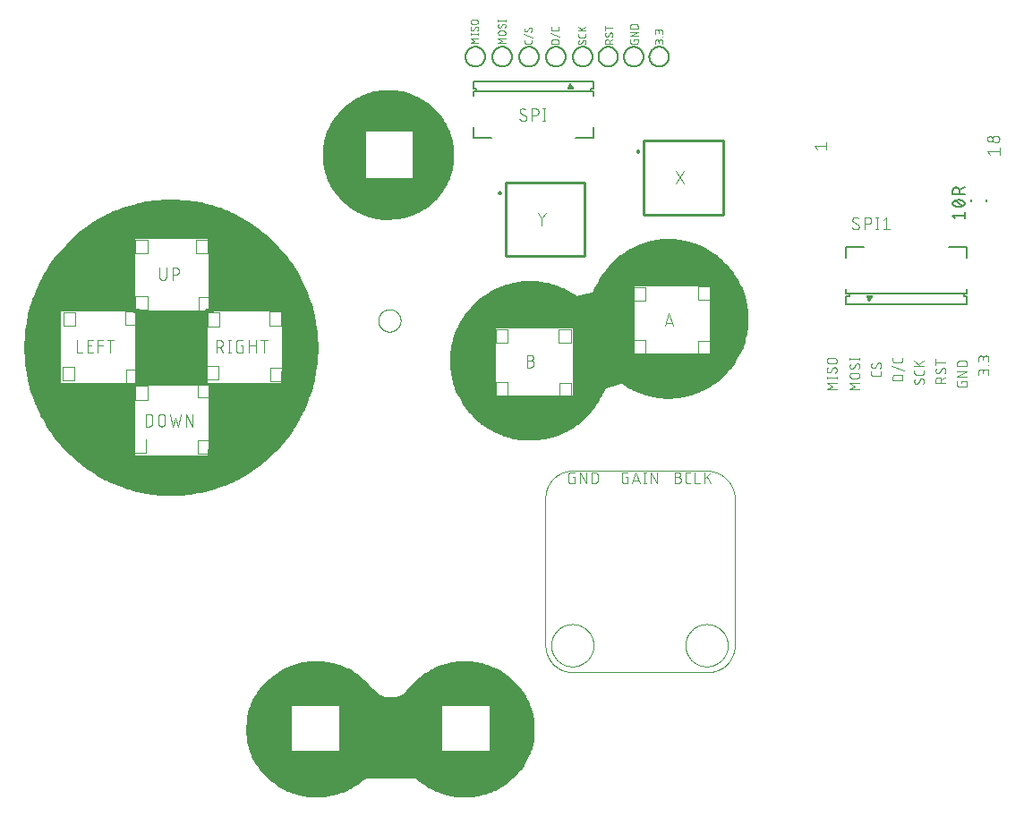
<source format=gbr>
G04 EAGLE Gerber X2 export*
%TF.Part,Single*%
%TF.FileFunction,Legend,Top,1*%
%TF.FilePolarity,Positive*%
%TF.GenerationSoftware,Autodesk,EAGLE,9.0.0*%
%TF.CreationDate,2018-08-21T14:51:34Z*%
G75*
%MOMM*%
%FSLAX34Y34*%
%LPD*%
%AMOC8*
5,1,8,0,0,1.08239X$1,22.5*%
G01*
%ADD10C,0.001000*%
%ADD11C,0.050800*%
%ADD12C,0.152400*%
%ADD13C,0.076200*%
%ADD14C,0.101600*%
%ADD15C,0.254000*%
%ADD16C,0.203200*%
%ADD17C,0.127000*%

G36*
X564887Y500328D02*
X564887Y500328D01*
X564894Y500327D01*
X568420Y500416D01*
X568425Y500417D01*
X568432Y500416D01*
X571955Y500593D01*
X571961Y500595D01*
X571968Y500594D01*
X575485Y500859D01*
X575490Y500860D01*
X575497Y500860D01*
X579007Y501211D01*
X579012Y501213D01*
X579018Y501212D01*
X581819Y501556D01*
X581824Y501558D01*
X581830Y501557D01*
X585321Y502063D01*
X585326Y502065D01*
X585333Y502065D01*
X588810Y502656D01*
X588816Y502658D01*
X588822Y502659D01*
X592284Y503334D01*
X592289Y503336D01*
X592296Y503336D01*
X595741Y504096D01*
X595745Y504099D01*
X595751Y504099D01*
X598493Y504767D01*
X598498Y504769D01*
X598504Y504769D01*
X601912Y505680D01*
X601917Y505682D01*
X601923Y505683D01*
X605308Y506676D01*
X605313Y506679D01*
X605320Y506680D01*
X608679Y507756D01*
X608683Y507759D01*
X608689Y507760D01*
X611357Y508681D01*
X611361Y508683D01*
X611367Y508684D01*
X614675Y509910D01*
X614679Y509913D01*
X614685Y509914D01*
X617309Y510954D01*
X617313Y510957D01*
X617320Y510958D01*
X620568Y512333D01*
X620573Y512336D01*
X620580Y512338D01*
X623148Y513507D01*
X623154Y513511D01*
X623161Y513513D01*
X625696Y514754D01*
X625700Y514757D01*
X625707Y514759D01*
X628209Y516066D01*
X628213Y516070D01*
X628219Y516072D01*
X630688Y517439D01*
X630691Y517442D01*
X630695Y517443D01*
X631917Y518148D01*
X631920Y518151D01*
X631923Y518152D01*
X633742Y519236D01*
X633745Y519238D01*
X633749Y519240D01*
X636146Y520730D01*
X636150Y520734D01*
X636156Y520736D01*
X639108Y522667D01*
X639112Y522671D01*
X639118Y522674D01*
X642021Y524677D01*
X642025Y524681D01*
X642031Y524684D01*
X644886Y526755D01*
X644889Y526759D01*
X644895Y526761D01*
X647144Y528465D01*
X647147Y528468D01*
X647152Y528471D01*
X649921Y530656D01*
X649924Y530660D01*
X649930Y530663D01*
X652649Y532909D01*
X652653Y532913D01*
X652658Y532916D01*
X655328Y535221D01*
X655331Y535225D01*
X655336Y535228D01*
X657956Y537590D01*
X657959Y537594D01*
X657964Y537598D01*
X660531Y540016D01*
X660534Y540020D01*
X660539Y540023D01*
X662554Y541998D01*
X662557Y542002D01*
X662561Y542005D01*
X665030Y544525D01*
X665033Y544529D01*
X665038Y544533D01*
X667448Y547108D01*
X667451Y547113D01*
X667456Y547117D01*
X669805Y549749D01*
X669807Y549754D01*
X669813Y549758D01*
X672095Y552447D01*
X672098Y552452D01*
X672103Y552456D01*
X673878Y554650D01*
X673880Y554654D01*
X673884Y554657D01*
X675185Y556327D01*
X675186Y556330D01*
X675189Y556333D01*
X676040Y557458D01*
X676042Y557462D01*
X676045Y557465D01*
X677708Y559745D01*
X677710Y559749D01*
X677714Y559754D01*
X678924Y561490D01*
X678926Y561494D01*
X678929Y561497D01*
X679716Y562668D01*
X679719Y562673D01*
X679724Y562679D01*
X680858Y564465D01*
X680860Y564471D01*
X680864Y564476D01*
X681954Y566290D01*
X681956Y566294D01*
X681959Y566298D01*
X683017Y568130D01*
X683018Y568133D01*
X683020Y568136D01*
X684054Y569983D01*
X684055Y569986D01*
X684057Y569988D01*
X685404Y572468D01*
X685405Y572471D01*
X685407Y572474D01*
X686722Y574971D01*
X686722Y574974D01*
X686724Y574977D01*
X688008Y577489D01*
X688009Y577492D01*
X688011Y577495D01*
X689262Y580025D01*
X689262Y580028D01*
X689264Y580031D01*
X690178Y581940D01*
X690178Y581944D01*
X690181Y581948D01*
X691356Y584513D01*
X691357Y584518D01*
X691360Y584522D01*
X691923Y585816D01*
X691924Y585820D01*
X691926Y585825D01*
X692464Y587129D01*
X692465Y587137D01*
X692470Y587144D01*
X692966Y588465D01*
X692968Y588474D01*
X692973Y588483D01*
X693194Y589153D01*
X693196Y589163D01*
X693201Y589175D01*
X693387Y589838D01*
X693849Y591144D01*
X694364Y592442D01*
X695711Y595700D01*
X695711Y595703D01*
X695713Y595707D01*
X696752Y598331D01*
X696754Y598339D01*
X696759Y598348D01*
X697228Y599678D01*
X697230Y599688D01*
X697235Y599700D01*
X697850Y601724D01*
X697851Y601732D01*
X697855Y601742D01*
X698398Y603787D01*
X698398Y603794D01*
X698401Y603801D01*
X699046Y606548D01*
X699046Y606554D01*
X699048Y606560D01*
X699625Y609323D01*
X699625Y609327D01*
X699627Y609332D01*
X700149Y612106D01*
X700149Y612110D01*
X700150Y612114D01*
X700625Y614896D01*
X700625Y614899D01*
X700627Y614903D01*
X701060Y617691D01*
X701060Y617695D01*
X701061Y617700D01*
X701639Y621893D01*
X701638Y621897D01*
X701640Y621902D01*
X702055Y625405D01*
X702055Y625409D01*
X702056Y625414D01*
X702409Y628924D01*
X702408Y628928D01*
X702410Y628934D01*
X702694Y632449D01*
X702693Y632455D01*
X702695Y632461D01*
X702899Y635982D01*
X702898Y635988D01*
X702899Y635995D01*
X702991Y638815D01*
X702991Y638820D01*
X702992Y638826D01*
X703008Y640236D01*
X703007Y640240D01*
X703008Y640245D01*
X703002Y641656D01*
X703000Y641661D01*
X703001Y641667D01*
X702962Y643129D01*
X702925Y644488D01*
X702924Y644493D01*
X702925Y644501D01*
X702736Y648023D01*
X702735Y648028D01*
X702736Y648035D01*
X702464Y651552D01*
X702463Y651555D01*
X702463Y651560D01*
X702266Y653667D01*
X702265Y653669D01*
X702265Y653672D01*
X702045Y655777D01*
X702044Y655781D01*
X702044Y655785D01*
X701536Y659987D01*
X701535Y659992D01*
X701535Y659997D01*
X700942Y664189D01*
X700940Y664192D01*
X700940Y664197D01*
X700610Y666287D01*
X700609Y666289D01*
X700609Y666293D01*
X700256Y668379D01*
X700254Y668383D01*
X700254Y668387D01*
X699607Y671855D01*
X699606Y671859D01*
X699606Y671864D01*
X699177Y673937D01*
X699176Y673940D01*
X699176Y673944D01*
X698871Y675321D01*
X698869Y675325D01*
X698869Y675330D01*
X698377Y677388D01*
X698374Y677393D01*
X698373Y677400D01*
X697828Y679445D01*
X697825Y679451D01*
X697824Y679459D01*
X697421Y680811D01*
X697418Y680818D01*
X697416Y680827D01*
X696970Y682165D01*
X696967Y682172D01*
X696965Y682181D01*
X696720Y682842D01*
X696717Y682847D01*
X696716Y682853D01*
X695676Y685476D01*
X695675Y685479D01*
X695674Y685483D01*
X694326Y688738D01*
X693813Y690042D01*
X693574Y690691D01*
X693361Y691342D01*
X693171Y692012D01*
X693166Y692021D01*
X693164Y692035D01*
X692939Y692703D01*
X692935Y692711D01*
X692933Y692721D01*
X692432Y694040D01*
X692428Y694047D01*
X692426Y694056D01*
X691607Y696008D01*
X691603Y696012D01*
X691602Y696019D01*
X690736Y697950D01*
X690733Y697954D01*
X690731Y697959D01*
X689221Y701147D01*
X689219Y701151D01*
X689217Y701156D01*
X687327Y704944D01*
X687324Y704947D01*
X687323Y704952D01*
X685360Y708703D01*
X685358Y708706D01*
X685356Y708711D01*
X683666Y711807D01*
X683663Y711810D01*
X683661Y711816D01*
X681908Y714877D01*
X681905Y714882D01*
X681902Y714888D01*
X680438Y717300D01*
X680433Y717306D01*
X680429Y717314D01*
X679273Y719086D01*
X679268Y719091D01*
X679265Y719098D01*
X677657Y721417D01*
X677654Y721420D01*
X677652Y721425D01*
X676827Y722570D01*
X676825Y722572D01*
X676823Y722576D01*
X675561Y724275D01*
X675559Y724277D01*
X675557Y724280D01*
X674700Y725401D01*
X674698Y725403D01*
X674696Y725407D01*
X673388Y727070D01*
X673384Y727073D01*
X673382Y727078D01*
X671144Y729805D01*
X671140Y729809D01*
X671136Y729815D01*
X668832Y732485D01*
X668827Y732488D01*
X668824Y732494D01*
X666456Y735108D01*
X666451Y735112D01*
X666448Y735117D01*
X664019Y737675D01*
X664015Y737678D01*
X664011Y737683D01*
X661525Y740186D01*
X661521Y740188D01*
X661517Y740194D01*
X658975Y742639D01*
X658971Y742642D01*
X658967Y742647D01*
X656370Y745034D01*
X656366Y745037D01*
X656362Y745041D01*
X653711Y747369D01*
X653706Y747372D01*
X653702Y747376D01*
X650998Y749642D01*
X650994Y749644D01*
X650989Y749649D01*
X648232Y751849D01*
X648227Y751851D01*
X648223Y751856D01*
X645978Y753566D01*
X645974Y753568D01*
X645969Y753573D01*
X643114Y755645D01*
X643110Y755647D01*
X643107Y755650D01*
X641949Y756457D01*
X641946Y756459D01*
X641943Y756461D01*
X640191Y757647D01*
X640187Y757649D01*
X640183Y757652D01*
X637227Y759576D01*
X637222Y759578D01*
X637217Y759582D01*
X634219Y761440D01*
X634214Y761442D01*
X634209Y761446D01*
X631168Y763234D01*
X631163Y763236D01*
X631158Y763240D01*
X628074Y764953D01*
X628069Y764954D01*
X628064Y764958D01*
X625566Y766271D01*
X625563Y766272D01*
X625559Y766275D01*
X624300Y766912D01*
X624297Y766913D01*
X624294Y766915D01*
X622394Y767846D01*
X622391Y767846D01*
X622387Y767849D01*
X621112Y768452D01*
X621109Y768452D01*
X621106Y768454D01*
X619181Y769334D01*
X619177Y769335D01*
X619173Y769337D01*
X617233Y770184D01*
X617230Y770185D01*
X617227Y770187D01*
X615927Y770734D01*
X615923Y770735D01*
X615919Y770737D01*
X613300Y771788D01*
X613295Y771789D01*
X613290Y771792D01*
X610648Y772785D01*
X610644Y772785D01*
X610639Y772788D01*
X608644Y773495D01*
X608641Y773495D01*
X608638Y773497D01*
X607302Y773950D01*
X607299Y773950D01*
X607297Y773952D01*
X605956Y774390D01*
X605953Y774390D01*
X605949Y774392D01*
X603929Y775023D01*
X603926Y775023D01*
X603923Y775025D01*
X602571Y775428D01*
X602568Y775428D01*
X602564Y775430D01*
X600528Y776007D01*
X600524Y776008D01*
X600519Y776010D01*
X597107Y776905D01*
X597102Y776905D01*
X597097Y776907D01*
X595040Y777404D01*
X595036Y777404D01*
X595033Y777405D01*
X592969Y777872D01*
X592965Y777872D01*
X592960Y777874D01*
X589505Y778589D01*
X589499Y778589D01*
X589492Y778592D01*
X588102Y778838D01*
X588098Y778838D01*
X588092Y778840D01*
X586698Y779058D01*
X586693Y779058D01*
X586686Y779060D01*
X583889Y779429D01*
X583883Y779429D01*
X583876Y779431D01*
X581070Y779728D01*
X581065Y779728D01*
X581058Y779729D01*
X577543Y780019D01*
X577538Y780018D01*
X577532Y780019D01*
X574011Y780234D01*
X574007Y780233D01*
X574002Y780234D01*
X570478Y780382D01*
X570474Y780381D01*
X570469Y780382D01*
X566943Y780470D01*
X566939Y780469D01*
X566934Y780470D01*
X562701Y780498D01*
X562697Y780498D01*
X562692Y780498D01*
X559165Y780458D01*
X559161Y780457D01*
X559156Y780458D01*
X555630Y780358D01*
X555626Y780357D01*
X555621Y780357D01*
X552098Y780191D01*
X552093Y780190D01*
X552087Y780190D01*
X548568Y779948D01*
X548563Y779947D01*
X548556Y779948D01*
X545746Y779689D01*
X545741Y779688D01*
X545734Y779688D01*
X542931Y779358D01*
X542925Y779356D01*
X542917Y779356D01*
X540823Y779049D01*
X540816Y779047D01*
X540807Y779046D01*
X538724Y778672D01*
X538719Y778669D01*
X538711Y778669D01*
X537330Y778382D01*
X537326Y778380D01*
X537322Y778380D01*
X535945Y778070D01*
X535942Y778069D01*
X535939Y778069D01*
X534566Y777741D01*
X534564Y777740D01*
X534560Y777739D01*
X532508Y777220D01*
X532505Y777219D01*
X532502Y777219D01*
X530457Y776672D01*
X530455Y776671D01*
X530452Y776670D01*
X528413Y776100D01*
X528410Y776099D01*
X528406Y776098D01*
X524347Y774898D01*
X524343Y774896D01*
X524339Y774896D01*
X520302Y773623D01*
X520298Y773621D01*
X520293Y773621D01*
X516279Y772277D01*
X516276Y772275D01*
X516272Y772274D01*
X514275Y771574D01*
X514273Y771573D01*
X514270Y771572D01*
X512281Y770850D01*
X512277Y770848D01*
X512272Y770847D01*
X508979Y769585D01*
X508974Y769582D01*
X508968Y769581D01*
X507010Y768777D01*
X507006Y768775D01*
X507000Y768773D01*
X505706Y768211D01*
X505700Y768207D01*
X505692Y768205D01*
X503778Y767303D01*
X503771Y767298D01*
X503761Y767294D01*
X500631Y765668D01*
X500626Y765664D01*
X500620Y765662D01*
X497530Y763961D01*
X497526Y763958D01*
X497520Y763956D01*
X494470Y762183D01*
X494466Y762179D01*
X494460Y762177D01*
X491452Y760334D01*
X491448Y760331D01*
X491443Y760328D01*
X488478Y758418D01*
X488474Y758415D01*
X488469Y758412D01*
X486129Y756835D01*
X486126Y756831D01*
X486120Y756829D01*
X483237Y754796D01*
X483234Y754793D01*
X483229Y754790D01*
X480958Y753116D01*
X480954Y753112D01*
X480949Y753109D01*
X478157Y750954D01*
X478153Y750950D01*
X478148Y750947D01*
X475954Y749172D01*
X475951Y749168D01*
X475945Y749165D01*
X473790Y747344D01*
X473786Y747340D01*
X473781Y747337D01*
X471667Y745468D01*
X471664Y745464D01*
X471658Y745460D01*
X469589Y743541D01*
X469586Y743537D01*
X469580Y743533D01*
X467560Y741562D01*
X467556Y741557D01*
X467550Y741552D01*
X465586Y739526D01*
X465582Y739521D01*
X465577Y739517D01*
X464144Y737959D01*
X464142Y737955D01*
X464137Y737951D01*
X458541Y731603D01*
X455238Y727934D01*
X455236Y727931D01*
X455232Y727927D01*
X454770Y727394D01*
X454767Y727389D01*
X454762Y727385D01*
X453864Y726297D01*
X453861Y726292D01*
X453856Y726287D01*
X452986Y725176D01*
X452984Y725172D01*
X452980Y725168D01*
X452132Y724040D01*
X452130Y724035D01*
X452125Y724031D01*
X450484Y721735D01*
X450482Y721731D01*
X450478Y721727D01*
X449681Y720563D01*
X449680Y720560D01*
X449677Y720557D01*
X448506Y718794D01*
X448504Y718789D01*
X448500Y718785D01*
X446613Y715805D01*
X446611Y715801D01*
X446607Y715797D01*
X445511Y713986D01*
X445510Y713983D01*
X445508Y713979D01*
X444440Y712152D01*
X444438Y712149D01*
X444436Y712145D01*
X443397Y710301D01*
X443396Y710297D01*
X443393Y710293D01*
X442387Y708431D01*
X442386Y708427D01*
X442383Y708423D01*
X441411Y706543D01*
X441410Y706540D01*
X441407Y706537D01*
X440145Y704013D01*
X440145Y704011D01*
X440143Y704008D01*
X439218Y702105D01*
X439217Y702102D01*
X439215Y702100D01*
X438009Y699549D01*
X438008Y699546D01*
X438006Y699542D01*
X436545Y696332D01*
X436544Y696327D01*
X436540Y696321D01*
X435430Y693727D01*
X435428Y693721D01*
X435425Y693716D01*
X435425Y693715D01*
X435424Y693712D01*
X434910Y692398D01*
X434909Y692388D01*
X434903Y692377D01*
X434676Y691709D01*
X434675Y691696D01*
X434668Y691681D01*
X434486Y691019D01*
X434022Y689715D01*
X433506Y688416D01*
X432473Y685929D01*
X432472Y685922D01*
X432468Y685915D01*
X432453Y685824D01*
X432450Y685812D01*
X432376Y685689D01*
X431126Y682525D01*
X431124Y682515D01*
X431118Y682504D01*
X430659Y681170D01*
X430657Y681161D01*
X430652Y681150D01*
X430047Y679122D01*
X430046Y679115D01*
X430042Y679106D01*
X429507Y677058D01*
X429507Y677053D01*
X429504Y677047D01*
X429019Y674987D01*
X429019Y674981D01*
X429016Y674976D01*
X428430Y672216D01*
X428430Y672211D01*
X428428Y672206D01*
X427898Y669434D01*
X427898Y669430D01*
X427897Y669425D01*
X427414Y666645D01*
X427414Y666642D01*
X427413Y666638D01*
X426973Y663850D01*
X426973Y663847D01*
X426972Y663842D01*
X426477Y660350D01*
X426477Y660345D01*
X426476Y660340D01*
X425961Y656139D01*
X425961Y656135D01*
X425960Y656130D01*
X425599Y652621D01*
X425599Y652616D01*
X425598Y652611D01*
X425304Y649096D01*
X425305Y649091D01*
X425303Y649085D01*
X425088Y645564D01*
X425089Y645559D01*
X425087Y645552D01*
X424984Y642732D01*
X424985Y642728D01*
X424984Y642722D01*
X424960Y641311D01*
X424961Y641308D01*
X424960Y641303D01*
X424959Y639892D01*
X424960Y639887D01*
X424959Y639881D01*
X425023Y637060D01*
X425024Y637055D01*
X425023Y637050D01*
X425082Y635640D01*
X425083Y635637D01*
X425082Y635634D01*
X425200Y633520D01*
X425201Y633517D01*
X425201Y633513D01*
X425348Y631402D01*
X425349Y631399D01*
X425349Y631396D01*
X425524Y629286D01*
X425525Y629284D01*
X425525Y629280D01*
X425725Y627173D01*
X425725Y627171D01*
X425725Y627168D01*
X425948Y625063D01*
X425949Y625060D01*
X425949Y625056D01*
X426462Y620854D01*
X426463Y620849D01*
X426463Y620844D01*
X427062Y616653D01*
X427063Y616650D01*
X427063Y616646D01*
X427396Y614555D01*
X427397Y614553D01*
X427397Y614550D01*
X427753Y612464D01*
X427755Y612460D01*
X427755Y612455D01*
X428407Y608989D01*
X428409Y608985D01*
X428409Y608980D01*
X428841Y606908D01*
X428842Y606905D01*
X428842Y606900D01*
X429151Y605523D01*
X429152Y605520D01*
X429153Y605515D01*
X429651Y603458D01*
X429653Y603452D01*
X429654Y603445D01*
X430207Y601402D01*
X430210Y601396D01*
X430211Y601388D01*
X430621Y600038D01*
X430624Y600031D01*
X430626Y600021D01*
X431081Y598686D01*
X431086Y598677D01*
X431089Y598664D01*
X432382Y595382D01*
X432384Y595380D01*
X432385Y595376D01*
X433990Y591469D01*
X434472Y590168D01*
X434873Y588833D01*
X434878Y588824D01*
X434880Y588812D01*
X435113Y588146D01*
X435117Y588139D01*
X435119Y588130D01*
X435628Y586814D01*
X435632Y586808D01*
X435634Y586800D01*
X436460Y584851D01*
X436463Y584846D01*
X436465Y584839D01*
X437633Y582271D01*
X437635Y582267D01*
X437637Y582261D01*
X439165Y579082D01*
X439168Y579078D01*
X439169Y579073D01*
X441076Y575294D01*
X441079Y575291D01*
X441081Y575286D01*
X443059Y571543D01*
X443061Y571540D01*
X443063Y571535D01*
X444769Y568448D01*
X444772Y568444D01*
X444773Y568439D01*
X446185Y565996D01*
X446188Y565992D01*
X446191Y565985D01*
X447662Y563577D01*
X447666Y563572D01*
X447669Y563565D01*
X448438Y562382D01*
X448441Y562379D01*
X448444Y562374D01*
X449236Y561206D01*
X449239Y561203D01*
X449241Y561199D01*
X450868Y558893D01*
X450871Y558890D01*
X450874Y558885D01*
X452130Y557181D01*
X452133Y557179D01*
X452134Y557176D01*
X452988Y556052D01*
X452990Y556051D01*
X452992Y556048D01*
X453858Y554934D01*
X453860Y554932D01*
X453862Y554929D01*
X455184Y553276D01*
X455188Y553273D01*
X455191Y553268D01*
X457451Y550560D01*
X457456Y550557D01*
X457459Y550551D01*
X459787Y547900D01*
X459791Y547897D01*
X459795Y547891D01*
X462186Y545298D01*
X462190Y545295D01*
X462194Y545289D01*
X464644Y542752D01*
X464648Y542749D01*
X464652Y542744D01*
X467160Y540263D01*
X467163Y540261D01*
X467166Y540257D01*
X468697Y538795D01*
X468699Y538794D01*
X468701Y538791D01*
X470251Y537350D01*
X470254Y537348D01*
X470256Y537345D01*
X471825Y535924D01*
X471828Y535923D01*
X471830Y535920D01*
X473417Y534520D01*
X473420Y534518D01*
X473424Y534514D01*
X476109Y532227D01*
X476114Y532225D01*
X476118Y532220D01*
X478853Y529993D01*
X478858Y529991D01*
X478862Y529986D01*
X481646Y527821D01*
X481650Y527819D01*
X481653Y527815D01*
X483347Y526546D01*
X483350Y526545D01*
X483352Y526542D01*
X485063Y525296D01*
X485067Y525294D01*
X485071Y525291D01*
X487961Y523269D01*
X487966Y523267D01*
X487971Y523262D01*
X490910Y521311D01*
X490915Y521309D01*
X490920Y521304D01*
X493908Y519428D01*
X493911Y519426D01*
X493915Y519423D01*
X495124Y518695D01*
X495127Y518694D01*
X495130Y518691D01*
X496958Y517624D01*
X496962Y517623D01*
X496966Y517619D01*
X499431Y516246D01*
X499436Y516244D01*
X499440Y516241D01*
X501310Y515249D01*
X501314Y515248D01*
X501317Y515246D01*
X502574Y514604D01*
X502579Y514603D01*
X502583Y514600D01*
X505121Y513368D01*
X505127Y513366D01*
X505134Y513362D01*
X507706Y512200D01*
X507712Y512199D01*
X507719Y512195D01*
X510322Y511106D01*
X510327Y511105D01*
X510333Y511102D01*
X513619Y509819D01*
X513624Y509818D01*
X513630Y509815D01*
X516945Y508609D01*
X516950Y508608D01*
X516955Y508605D01*
X520295Y507473D01*
X520299Y507472D01*
X520303Y507470D01*
X522319Y506824D01*
X522322Y506824D01*
X522325Y506822D01*
X524348Y506202D01*
X524351Y506201D01*
X524354Y506200D01*
X526385Y505604D01*
X526388Y505604D01*
X526391Y505603D01*
X528429Y505032D01*
X528433Y505032D01*
X528438Y505030D01*
X531850Y504139D01*
X531856Y504138D01*
X531861Y504136D01*
X535293Y503321D01*
X535298Y503321D01*
X535303Y503319D01*
X537371Y502870D01*
X537374Y502870D01*
X537378Y502869D01*
X538760Y502589D01*
X538764Y502589D01*
X538767Y502587D01*
X540847Y502195D01*
X540851Y502195D01*
X540855Y502194D01*
X542245Y501954D01*
X542250Y501954D01*
X542255Y501952D01*
X545045Y501529D01*
X545049Y501529D01*
X545055Y501528D01*
X545116Y501520D01*
X545117Y501519D01*
X546516Y501337D01*
X546519Y501338D01*
X546523Y501337D01*
X548625Y501092D01*
X548629Y501092D01*
X548634Y501091D01*
X551443Y500818D01*
X551447Y500818D01*
X551451Y500817D01*
X552857Y500703D01*
X552860Y500704D01*
X552864Y500703D01*
X554975Y500560D01*
X554980Y500560D01*
X554986Y500559D01*
X558509Y500395D01*
X558515Y500395D01*
X558521Y500394D01*
X561342Y500328D01*
X561347Y500329D01*
X561354Y500328D01*
X564881Y500327D01*
X564887Y500328D01*
G37*
G36*
X903745Y552703D02*
X903745Y552703D01*
X903750Y552704D01*
X903756Y552703D01*
X905872Y552764D01*
X905877Y552766D01*
X905883Y552765D01*
X907292Y552836D01*
X907296Y552837D01*
X907301Y552837D01*
X908709Y552933D01*
X908712Y552934D01*
X908717Y552934D01*
X910123Y553055D01*
X910127Y553056D01*
X910133Y553056D01*
X912238Y553282D01*
X912242Y553284D01*
X912248Y553283D01*
X913648Y553464D01*
X913652Y553465D01*
X913656Y553465D01*
X915052Y553670D01*
X915056Y553671D01*
X915061Y553671D01*
X916453Y553900D01*
X916457Y553901D01*
X916462Y553901D01*
X917850Y554154D01*
X917854Y554156D01*
X917860Y554156D01*
X919934Y554580D01*
X919940Y554583D01*
X919947Y554583D01*
X922008Y555061D01*
X922013Y555063D01*
X922019Y555063D01*
X923386Y555413D01*
X923390Y555414D01*
X923395Y555415D01*
X924756Y555788D01*
X924759Y555790D01*
X924764Y555791D01*
X926118Y556189D01*
X926122Y556191D01*
X926127Y556192D01*
X927473Y556615D01*
X927476Y556617D01*
X927482Y556618D01*
X928819Y557067D01*
X928823Y557069D01*
X928829Y557070D01*
X930157Y557545D01*
X930162Y557548D01*
X930169Y557549D01*
X932144Y558311D01*
X932148Y558314D01*
X932155Y558315D01*
X933458Y558856D01*
X933463Y558860D01*
X933471Y558861D01*
X935403Y559725D01*
X935408Y559729D01*
X935416Y559731D01*
X936688Y560342D01*
X936692Y560345D01*
X936698Y560347D01*
X937955Y560987D01*
X937960Y560991D01*
X937968Y560994D01*
X939825Y562010D01*
X939832Y562015D01*
X939842Y562019D01*
X941658Y563105D01*
X941665Y563111D01*
X941675Y563116D01*
X943446Y564273D01*
X943451Y564278D01*
X943459Y564282D01*
X945767Y565892D01*
X946937Y566657D01*
X947525Y567018D01*
X948117Y567361D01*
X948722Y567664D01*
X949348Y567936D01*
X949385Y567962D01*
X949462Y568005D01*
X950012Y568446D01*
X950020Y568455D01*
X950032Y568463D01*
X951084Y569402D01*
X951088Y569408D01*
X951095Y569412D01*
X952631Y570868D01*
X952634Y570872D01*
X952638Y570875D01*
X954148Y572358D01*
X954149Y572360D01*
X954152Y572362D01*
X955644Y573863D01*
X955645Y573865D01*
X955648Y573867D01*
X957613Y575892D01*
X957615Y575895D01*
X957618Y575897D01*
X959070Y577436D01*
X959072Y577439D01*
X959075Y577442D01*
X960029Y578482D01*
X960031Y578485D01*
X960034Y578487D01*
X960972Y579540D01*
X960974Y579544D01*
X960978Y579547D01*
X961817Y580521D01*
X961824Y580533D01*
X961834Y580543D01*
X961872Y580620D01*
X961876Y580626D01*
X961986Y580722D01*
X963247Y582263D01*
X963250Y582269D01*
X963256Y582275D01*
X964117Y583392D01*
X964120Y583398D01*
X964125Y583403D01*
X964956Y584543D01*
X964960Y584550D01*
X964966Y584557D01*
X966152Y586310D01*
X966156Y586318D01*
X966162Y586325D01*
X966910Y587522D01*
X966913Y587529D01*
X966919Y587536D01*
X967977Y589369D01*
X967980Y589377D01*
X967986Y589385D01*
X970299Y593744D01*
X971314Y595590D01*
X972010Y596805D01*
X972725Y597964D01*
X973159Y598466D01*
X973174Y598492D01*
X973201Y598523D01*
X973582Y599115D01*
X973591Y599141D01*
X973612Y599171D01*
X973915Y599807D01*
X973919Y599825D01*
X973931Y599846D01*
X974174Y600491D01*
X974424Y601046D01*
X974809Y601469D01*
X975313Y601835D01*
X975888Y602156D01*
X976501Y602446D01*
X977011Y602658D01*
X977131Y602709D01*
X978438Y603193D01*
X979764Y603636D01*
X981102Y604055D01*
X989812Y606633D01*
X990227Y606616D01*
X994179Y603901D01*
X994186Y603899D01*
X994191Y603893D01*
X995378Y603129D01*
X995384Y603126D01*
X995390Y603121D01*
X996598Y602392D01*
X996604Y602390D01*
X996609Y602385D01*
X997837Y601688D01*
X997842Y601687D01*
X997848Y601682D01*
X999092Y601017D01*
X999097Y601016D01*
X999102Y601012D01*
X1000362Y600375D01*
X1000367Y600374D01*
X1000371Y600370D01*
X1001644Y599762D01*
X1001649Y599761D01*
X1001654Y599757D01*
X1002939Y599175D01*
X1002943Y599174D01*
X1002948Y599171D01*
X1004244Y598614D01*
X1004249Y598614D01*
X1004253Y598611D01*
X1005559Y598078D01*
X1005563Y598078D01*
X1005568Y598075D01*
X1006884Y597566D01*
X1006888Y597566D01*
X1006892Y597563D01*
X1008217Y597077D01*
X1008221Y597077D01*
X1008225Y597074D01*
X1009558Y596611D01*
X1009562Y596611D01*
X1009566Y596609D01*
X1010906Y596168D01*
X1010910Y596167D01*
X1010914Y596165D01*
X1012261Y595746D01*
X1012265Y595746D01*
X1012269Y595744D01*
X1013623Y595347D01*
X1013628Y595347D01*
X1013633Y595345D01*
X1015675Y594790D01*
X1015680Y594790D01*
X1015685Y594787D01*
X1017054Y594445D01*
X1017059Y594445D01*
X1017064Y594443D01*
X1019127Y593971D01*
X1019132Y593971D01*
X1019137Y593969D01*
X1020518Y593683D01*
X1020522Y593683D01*
X1020527Y593681D01*
X1021912Y593418D01*
X1021916Y593418D01*
X1021921Y593416D01*
X1023312Y593177D01*
X1023316Y593177D01*
X1023320Y593176D01*
X1024714Y592961D01*
X1024718Y592961D01*
X1024723Y592959D01*
X1026122Y592769D01*
X1026126Y592770D01*
X1026131Y592768D01*
X1027533Y592605D01*
X1027537Y592606D01*
X1027542Y592604D01*
X1028947Y592469D01*
X1028952Y592469D01*
X1028957Y592468D01*
X1030364Y592361D01*
X1030368Y592362D01*
X1030374Y592360D01*
X1031783Y592284D01*
X1031788Y592285D01*
X1031795Y592284D01*
X1033205Y592241D01*
X1033211Y592241D01*
X1033217Y592240D01*
X1034628Y592231D01*
X1034634Y592233D01*
X1034641Y592232D01*
X1036052Y592259D01*
X1036057Y592260D01*
X1036063Y592259D01*
X1037473Y592319D01*
X1037478Y592321D01*
X1037484Y592320D01*
X1038892Y592412D01*
X1038897Y592414D01*
X1038903Y592413D01*
X1040308Y592535D01*
X1040313Y592536D01*
X1040318Y592536D01*
X1041721Y592686D01*
X1041726Y592688D01*
X1041731Y592687D01*
X1043131Y592864D01*
X1043136Y592866D01*
X1043142Y592866D01*
X1045235Y593180D01*
X1045240Y593181D01*
X1045246Y593181D01*
X1046636Y593421D01*
X1046640Y593423D01*
X1046645Y593423D01*
X1048031Y593687D01*
X1048034Y593688D01*
X1048039Y593688D01*
X1049420Y593975D01*
X1049425Y593977D01*
X1049430Y593977D01*
X1051493Y594450D01*
X1051498Y594452D01*
X1051503Y594453D01*
X1052872Y594796D01*
X1052876Y594798D01*
X1052882Y594798D01*
X1054924Y595354D01*
X1054928Y595356D01*
X1054933Y595357D01*
X1056287Y595755D01*
X1056291Y595757D01*
X1056295Y595757D01*
X1057642Y596178D01*
X1057645Y596179D01*
X1057649Y596180D01*
X1058990Y596622D01*
X1058993Y596624D01*
X1058997Y596625D01*
X1060329Y597090D01*
X1060333Y597092D01*
X1060338Y597093D01*
X1061662Y597580D01*
X1061665Y597582D01*
X1061670Y597583D01*
X1062985Y598094D01*
X1062989Y598096D01*
X1062994Y598097D01*
X1064299Y598632D01*
X1064303Y598634D01*
X1064308Y598636D01*
X1065603Y599195D01*
X1065607Y599197D01*
X1065612Y599199D01*
X1066897Y599784D01*
X1066901Y599787D01*
X1066906Y599788D01*
X1068178Y600400D01*
X1068182Y600403D01*
X1068187Y600405D01*
X1069445Y601045D01*
X1069451Y601049D01*
X1069458Y601052D01*
X1071315Y602067D01*
X1071322Y602073D01*
X1071332Y602077D01*
X1073147Y603166D01*
X1073153Y603172D01*
X1073162Y603176D01*
X1074344Y603947D01*
X1074349Y603952D01*
X1074357Y603955D01*
X1076667Y605564D01*
X1077835Y606329D01*
X1078425Y606694D01*
X1079017Y607039D01*
X1079614Y607345D01*
X1080240Y607602D01*
X1080276Y607626D01*
X1080360Y607672D01*
X1080913Y608109D01*
X1080922Y608119D01*
X1080936Y608128D01*
X1081990Y609066D01*
X1081994Y609071D01*
X1082001Y609076D01*
X1083539Y610531D01*
X1083541Y610534D01*
X1083545Y610537D01*
X1085056Y612020D01*
X1085057Y612022D01*
X1085060Y612024D01*
X1086553Y613525D01*
X1086554Y613527D01*
X1086557Y613529D01*
X1088523Y615553D01*
X1088525Y615556D01*
X1088528Y615558D01*
X1089981Y617097D01*
X1089983Y617100D01*
X1089987Y617103D01*
X1091413Y618667D01*
X1091415Y618671D01*
X1091419Y618674D01*
X1092267Y619641D01*
X1092273Y619652D01*
X1092283Y619660D01*
X1092323Y619738D01*
X1092326Y619744D01*
X1092436Y619837D01*
X1093267Y620818D01*
X1093269Y620823D01*
X1093274Y620827D01*
X1094162Y621922D01*
X1094165Y621927D01*
X1094170Y621931D01*
X1095033Y623048D01*
X1095035Y623053D01*
X1095040Y623058D01*
X1095874Y624197D01*
X1095876Y624203D01*
X1095882Y624209D01*
X1096682Y625371D01*
X1096685Y625377D01*
X1096690Y625383D01*
X1097457Y626567D01*
X1097459Y626573D01*
X1097464Y626579D01*
X1098196Y627785D01*
X1098199Y627791D01*
X1098203Y627797D01*
X1098902Y629023D01*
X1098905Y629029D01*
X1098910Y629036D01*
X1101223Y633392D01*
X1102590Y635849D01*
X1103300Y637051D01*
X1103657Y637611D01*
X1104088Y638125D01*
X1104105Y638157D01*
X1104138Y638198D01*
X1104487Y638809D01*
X1104495Y638832D01*
X1104512Y638859D01*
X1104791Y639506D01*
X1104793Y639516D01*
X1104799Y639525D01*
X1105051Y640184D01*
X1105053Y640192D01*
X1105057Y640200D01*
X1105518Y641533D01*
X1105519Y641540D01*
X1105523Y641548D01*
X1106153Y643568D01*
X1106153Y643574D01*
X1106156Y643580D01*
X1106738Y645614D01*
X1106738Y645619D01*
X1106741Y645624D01*
X1107460Y648353D01*
X1107460Y648358D01*
X1107462Y648364D01*
X1108119Y651108D01*
X1108120Y651113D01*
X1108122Y651119D01*
X1108568Y653188D01*
X1108568Y653194D01*
X1108570Y653201D01*
X1108963Y655281D01*
X1108963Y655288D01*
X1108966Y655296D01*
X1109184Y656690D01*
X1109184Y656696D01*
X1109186Y656703D01*
X1109367Y658103D01*
X1109367Y658109D01*
X1109369Y658116D01*
X1109585Y660221D01*
X1109584Y660228D01*
X1109586Y660235D01*
X1109741Y662346D01*
X1109741Y662352D01*
X1109742Y662359D01*
X1109845Y664473D01*
X1109844Y664478D01*
X1109845Y664485D01*
X1109898Y666600D01*
X1109897Y666605D01*
X1109898Y666612D01*
X1109903Y668727D01*
X1109902Y668733D01*
X1109903Y668739D01*
X1109860Y670855D01*
X1109859Y670860D01*
X1109860Y670866D01*
X1109769Y672981D01*
X1109767Y672986D01*
X1109768Y672993D01*
X1109625Y675105D01*
X1109624Y675110D01*
X1109624Y675116D01*
X1109497Y676521D01*
X1109495Y676527D01*
X1109495Y676534D01*
X1109250Y678636D01*
X1109248Y678643D01*
X1109248Y678651D01*
X1109042Y680047D01*
X1109040Y680053D01*
X1109040Y680061D01*
X1108796Y681450D01*
X1108794Y681456D01*
X1108794Y681463D01*
X1108375Y683537D01*
X1108373Y683542D01*
X1108372Y683548D01*
X1107907Y685613D01*
X1107905Y685617D01*
X1107905Y685622D01*
X1107402Y687678D01*
X1107400Y687681D01*
X1107400Y687686D01*
X1106863Y689733D01*
X1106861Y689736D01*
X1106861Y689739D01*
X1106483Y691099D01*
X1106482Y691101D01*
X1106481Y691105D01*
X1106086Y692459D01*
X1106084Y692463D01*
X1106083Y692467D01*
X1105666Y693815D01*
X1105663Y693819D01*
X1105662Y693826D01*
X1105215Y695163D01*
X1105212Y695169D01*
X1105210Y695176D01*
X1104969Y695839D01*
X1104966Y695844D01*
X1104964Y695852D01*
X1104704Y696508D01*
X1104698Y696518D01*
X1104694Y696532D01*
X1104623Y696688D01*
X1104622Y696688D01*
X1104400Y697173D01*
X1104390Y697186D01*
X1104390Y697187D01*
X1104375Y697207D01*
X1104350Y697258D01*
X1103534Y698378D01*
X1103176Y698956D01*
X1102469Y700164D01*
X1101108Y702624D01*
X1099131Y706362D01*
X1099127Y706367D01*
X1099124Y706375D01*
X1098080Y708214D01*
X1098075Y708220D01*
X1098071Y708229D01*
X1097333Y709432D01*
X1097329Y709437D01*
X1097326Y709444D01*
X1096553Y710625D01*
X1096548Y710629D01*
X1096545Y710637D01*
X1095738Y711795D01*
X1095733Y711799D01*
X1095730Y711806D01*
X1094892Y712941D01*
X1094887Y712946D01*
X1094882Y712953D01*
X1093571Y714615D01*
X1093565Y714620D01*
X1093561Y714627D01*
X1092196Y716245D01*
X1092191Y716249D01*
X1092187Y716255D01*
X1090781Y717836D01*
X1090777Y717839D01*
X1090773Y717845D01*
X1088849Y719909D01*
X1088845Y719911D01*
X1088842Y719916D01*
X1086385Y722448D01*
X1086382Y722450D01*
X1086379Y722454D01*
X1083879Y724942D01*
X1083874Y724945D01*
X1083870Y724951D01*
X1081821Y726892D01*
X1081814Y726896D01*
X1081807Y726905D01*
X1080745Y727834D01*
X1080725Y727845D01*
X1080705Y727865D01*
X1080132Y728272D01*
X1080091Y728291D01*
X1080015Y728334D01*
X1079391Y728564D01*
X1078812Y728879D01*
X1078220Y729234D01*
X1077632Y729602D01*
X1076466Y730375D01*
X1074154Y731984D01*
X1074146Y731987D01*
X1074139Y731993D01*
X1072953Y732758D01*
X1072946Y732760D01*
X1072940Y732765D01*
X1071732Y733494D01*
X1071726Y733496D01*
X1071720Y733501D01*
X1070492Y734196D01*
X1070487Y734198D01*
X1070481Y734202D01*
X1069236Y734867D01*
X1069230Y734868D01*
X1069223Y734873D01*
X1067328Y735815D01*
X1067322Y735816D01*
X1067316Y735821D01*
X1066036Y736414D01*
X1066030Y736416D01*
X1066025Y736419D01*
X1064083Y737261D01*
X1064078Y737262D01*
X1064072Y737266D01*
X1062765Y737796D01*
X1062761Y737797D01*
X1062756Y737800D01*
X1061439Y738306D01*
X1061434Y738307D01*
X1061429Y738310D01*
X1059438Y739027D01*
X1059433Y739027D01*
X1059428Y739030D01*
X1058090Y739480D01*
X1058086Y739480D01*
X1058082Y739482D01*
X1056738Y739910D01*
X1056734Y739910D01*
X1056730Y739912D01*
X1055378Y740317D01*
X1055375Y740317D01*
X1055371Y740319D01*
X1054013Y740703D01*
X1054008Y740703D01*
X1054003Y740705D01*
X1051955Y741239D01*
X1051950Y741239D01*
X1051945Y741242D01*
X1050573Y741570D01*
X1050569Y741570D01*
X1050565Y741572D01*
X1049188Y741877D01*
X1049184Y741877D01*
X1049179Y741879D01*
X1047797Y742162D01*
X1047793Y742162D01*
X1047789Y742163D01*
X1046402Y742423D01*
X1046397Y742423D01*
X1046391Y742425D01*
X1044304Y742770D01*
X1044299Y742770D01*
X1044293Y742771D01*
X1042896Y742970D01*
X1042891Y742970D01*
X1042887Y742971D01*
X1041486Y743144D01*
X1041481Y743143D01*
X1041474Y743145D01*
X1039368Y743352D01*
X1039361Y743352D01*
X1039352Y743354D01*
X1037241Y743495D01*
X1037233Y743494D01*
X1037224Y743496D01*
X1035109Y743566D01*
X1035101Y743564D01*
X1035090Y743566D01*
X1032974Y743557D01*
X1032966Y743556D01*
X1032955Y743557D01*
X1030841Y743471D01*
X1030834Y743469D01*
X1030827Y743470D01*
X1029419Y743373D01*
X1029415Y743372D01*
X1029409Y743373D01*
X1028003Y743247D01*
X1027999Y743245D01*
X1027993Y743246D01*
X1026591Y743091D01*
X1026587Y743090D01*
X1026581Y743090D01*
X1025182Y742909D01*
X1025177Y742908D01*
X1025170Y742908D01*
X1023078Y742588D01*
X1023074Y742586D01*
X1023068Y742586D01*
X1021678Y742342D01*
X1021674Y742341D01*
X1021669Y742341D01*
X1020284Y742074D01*
X1020280Y742072D01*
X1020276Y742072D01*
X1018895Y741782D01*
X1018891Y741780D01*
X1018887Y741780D01*
X1017511Y741467D01*
X1017508Y741466D01*
X1017503Y741465D01*
X1016133Y741130D01*
X1016129Y741128D01*
X1016125Y741128D01*
X1014760Y740770D01*
X1014757Y740768D01*
X1014753Y740768D01*
X1013393Y740388D01*
X1013390Y740387D01*
X1013386Y740386D01*
X1012033Y739985D01*
X1012030Y739983D01*
X1012026Y739983D01*
X1010679Y739559D01*
X1010676Y739557D01*
X1010672Y739557D01*
X1009333Y739111D01*
X1009330Y739109D01*
X1009325Y739108D01*
X1007994Y738640D01*
X1007990Y738638D01*
X1007986Y738637D01*
X1006663Y738147D01*
X1006659Y738145D01*
X1006655Y738144D01*
X1005341Y737629D01*
X1005337Y737627D01*
X1005332Y737626D01*
X1004028Y737087D01*
X1004023Y737084D01*
X1004017Y737083D01*
X1002081Y736228D01*
X1002075Y736224D01*
X1002067Y736222D01*
X1000158Y735308D01*
X1000152Y735304D01*
X1000143Y735301D01*
X998266Y734323D01*
X998259Y734318D01*
X998249Y734315D01*
X996410Y733268D01*
X996404Y733263D01*
X996395Y733259D01*
X995194Y732519D01*
X995188Y732514D01*
X995181Y732511D01*
X994002Y731735D01*
X993998Y731731D01*
X993992Y731728D01*
X991682Y730121D01*
X990511Y729361D01*
X989922Y729002D01*
X989328Y728665D01*
X988085Y728061D01*
X988050Y728034D01*
X987986Y727997D01*
X987442Y727549D01*
X987435Y727541D01*
X987425Y727534D01*
X986376Y726591D01*
X986372Y726585D01*
X986365Y726580D01*
X984326Y724630D01*
X984323Y724625D01*
X984318Y724622D01*
X981824Y722127D01*
X981822Y722124D01*
X981818Y722121D01*
X979368Y719584D01*
X979365Y719579D01*
X979361Y719576D01*
X977444Y717504D01*
X977441Y717500D01*
X977436Y717495D01*
X976037Y715907D01*
X976034Y715901D01*
X976028Y715896D01*
X974674Y714270D01*
X974670Y714263D01*
X974663Y714257D01*
X973365Y712585D01*
X973362Y712578D01*
X973356Y712572D01*
X972527Y711429D01*
X972525Y711424D01*
X972519Y711418D01*
X971724Y710253D01*
X971721Y710245D01*
X971714Y710238D01*
X970585Y708448D01*
X970581Y708439D01*
X970574Y708430D01*
X969521Y706594D01*
X969519Y706587D01*
X969513Y706580D01*
X967199Y702224D01*
X965827Y699775D01*
X965110Y698580D01*
X964745Y698031D01*
X964303Y697531D01*
X964281Y697493D01*
X964239Y697440D01*
X963900Y696823D01*
X963893Y696800D01*
X963876Y696774D01*
X963606Y696122D01*
X963603Y696107D01*
X963594Y696090D01*
X963369Y695421D01*
X963367Y695409D01*
X963361Y695396D01*
X962986Y694050D01*
X962773Y693416D01*
X962574Y692973D01*
X962507Y692944D01*
X962506Y692943D01*
X962188Y692807D01*
X957406Y691790D01*
X957404Y691789D01*
X957401Y691789D01*
X947276Y689539D01*
X946872Y689801D01*
X943388Y692195D01*
X943382Y692197D01*
X943377Y692202D01*
X942193Y692970D01*
X942185Y692973D01*
X942177Y692980D01*
X940359Y694063D01*
X940352Y694066D01*
X940345Y694071D01*
X939109Y694753D01*
X939104Y694754D01*
X939098Y694759D01*
X937846Y695409D01*
X937841Y695410D01*
X937836Y695414D01*
X936570Y696036D01*
X936565Y696037D01*
X936560Y696041D01*
X935280Y696635D01*
X935276Y696636D01*
X935271Y696640D01*
X933980Y697208D01*
X933974Y697209D01*
X933969Y697213D01*
X932012Y698019D01*
X932006Y698020D01*
X931999Y698024D01*
X930021Y698777D01*
X930016Y698777D01*
X930011Y698780D01*
X928682Y699254D01*
X928678Y699254D01*
X928674Y699256D01*
X927337Y699707D01*
X927333Y699708D01*
X927329Y699710D01*
X925985Y700138D01*
X925980Y700139D01*
X925976Y700141D01*
X923947Y700744D01*
X923942Y700744D01*
X923937Y700746D01*
X922576Y701121D01*
X922572Y701121D01*
X922567Y701123D01*
X920516Y701644D01*
X920511Y701645D01*
X920506Y701647D01*
X919132Y701966D01*
X919127Y701967D01*
X919122Y701969D01*
X917051Y702406D01*
X917046Y702406D01*
X917041Y702408D01*
X915655Y702672D01*
X915651Y702672D01*
X915646Y702673D01*
X914256Y702913D01*
X914252Y702913D01*
X914247Y702914D01*
X912853Y703130D01*
X912849Y703129D01*
X912844Y703131D01*
X911446Y703321D01*
X911441Y703321D01*
X911434Y703323D01*
X909331Y703558D01*
X909325Y703557D01*
X909319Y703559D01*
X907913Y703681D01*
X907908Y703680D01*
X907902Y703682D01*
X906494Y703774D01*
X906489Y703773D01*
X906483Y703775D01*
X905074Y703835D01*
X905068Y703834D01*
X905062Y703835D01*
X903651Y703862D01*
X903645Y703861D01*
X903638Y703862D01*
X902227Y703853D01*
X902221Y703851D01*
X902215Y703852D01*
X900805Y703808D01*
X900799Y703807D01*
X900793Y703808D01*
X899384Y703731D01*
X899379Y703730D01*
X899373Y703730D01*
X897966Y703623D01*
X897962Y703622D01*
X897956Y703622D01*
X896552Y703486D01*
X896548Y703485D01*
X896542Y703485D01*
X895141Y703321D01*
X895137Y703320D01*
X895132Y703320D01*
X893733Y703130D01*
X893730Y703128D01*
X893725Y703129D01*
X892330Y702913D01*
X892327Y702912D01*
X892322Y702912D01*
X890931Y702672D01*
X890928Y702670D01*
X890923Y702670D01*
X889537Y702406D01*
X889533Y702405D01*
X889529Y702405D01*
X888147Y702118D01*
X888144Y702116D01*
X888139Y702116D01*
X886762Y701806D01*
X886759Y701804D01*
X886755Y701804D01*
X885383Y701472D01*
X885380Y701470D01*
X885375Y701470D01*
X884010Y701116D01*
X884006Y701115D01*
X884002Y701114D01*
X882642Y700738D01*
X882638Y700736D01*
X882634Y700736D01*
X881280Y700338D01*
X881277Y700336D01*
X881272Y700335D01*
X879925Y699915D01*
X879921Y699913D01*
X879916Y699912D01*
X877909Y699240D01*
X877905Y699238D01*
X877899Y699237D01*
X876571Y698761D01*
X876567Y698759D01*
X876562Y698758D01*
X875243Y698259D01*
X875239Y698257D01*
X875234Y698256D01*
X873924Y697733D01*
X873920Y697731D01*
X873915Y697729D01*
X872614Y697182D01*
X872611Y697180D01*
X872605Y697178D01*
X871316Y696606D01*
X871312Y696604D01*
X871307Y696602D01*
X870029Y696004D01*
X870024Y696000D01*
X870017Y695998D01*
X868125Y695049D01*
X868119Y695044D01*
X868110Y695041D01*
X866253Y694025D01*
X866246Y694019D01*
X866236Y694015D01*
X864421Y692926D01*
X864415Y692920D01*
X864406Y692916D01*
X863224Y692146D01*
X863219Y692141D01*
X863211Y692137D01*
X860901Y690529D01*
X859732Y689763D01*
X859143Y689398D01*
X858551Y689053D01*
X857954Y688747D01*
X857328Y688490D01*
X857292Y688466D01*
X857208Y688420D01*
X856655Y687984D01*
X856647Y687975D01*
X856636Y687968D01*
X856104Y687504D01*
X856100Y687499D01*
X856094Y687496D01*
X855055Y686541D01*
X855053Y686537D01*
X855048Y686534D01*
X854028Y685560D01*
X854025Y685557D01*
X854021Y685554D01*
X851514Y683073D01*
X851512Y683069D01*
X851508Y683066D01*
X849046Y680540D01*
X849044Y680537D01*
X849039Y680533D01*
X847108Y678477D01*
X847105Y678472D01*
X847099Y678467D01*
X845221Y676361D01*
X845218Y676355D01*
X845211Y676349D01*
X843852Y674727D01*
X843848Y674720D01*
X843841Y674714D01*
X842538Y673047D01*
X842534Y673040D01*
X842528Y673034D01*
X841695Y671895D01*
X841692Y671889D01*
X841686Y671884D01*
X840886Y670722D01*
X840883Y670716D01*
X840878Y670710D01*
X840112Y669525D01*
X840109Y669518D01*
X840102Y669510D01*
X839017Y667694D01*
X839014Y667687D01*
X839008Y667679D01*
X838325Y666445D01*
X838324Y666440D01*
X838321Y666436D01*
X836344Y662700D01*
X834978Y660243D01*
X834269Y659042D01*
X833909Y658478D01*
X833483Y657955D01*
X833465Y657920D01*
X833429Y657872D01*
X833102Y657247D01*
X833097Y657230D01*
X833085Y657210D01*
X832810Y656560D01*
X832808Y656551D01*
X832802Y656542D01*
X832305Y655222D01*
X832305Y655220D01*
X832304Y655214D01*
X832300Y655208D01*
X831842Y653874D01*
X831841Y653869D01*
X831838Y653864D01*
X831408Y652520D01*
X831407Y652516D01*
X831405Y652512D01*
X830998Y651161D01*
X830998Y651157D01*
X830996Y651153D01*
X830611Y649796D01*
X830611Y649792D01*
X830609Y649788D01*
X830245Y648425D01*
X830245Y648421D01*
X830243Y648417D01*
X829902Y647048D01*
X829902Y647044D01*
X829900Y647040D01*
X829581Y645666D01*
X829581Y645662D01*
X829579Y645658D01*
X829283Y644278D01*
X829283Y644274D01*
X829281Y644270D01*
X829009Y642886D01*
X829009Y642882D01*
X829007Y642877D01*
X828758Y641489D01*
X828758Y641485D01*
X828757Y641480D01*
X828532Y640087D01*
X828532Y640083D01*
X828530Y640079D01*
X828330Y638682D01*
X828330Y638678D01*
X828329Y638673D01*
X828153Y637273D01*
X828153Y637269D01*
X828152Y637264D01*
X828001Y635861D01*
X828001Y635857D01*
X828000Y635852D01*
X827874Y634447D01*
X827875Y634443D01*
X827874Y634438D01*
X827773Y633031D01*
X827774Y633027D01*
X827773Y633022D01*
X827698Y631613D01*
X827698Y631609D01*
X827697Y631604D01*
X827648Y630193D01*
X827649Y630189D01*
X827648Y630184D01*
X827625Y628773D01*
X827625Y628769D01*
X827625Y628764D01*
X827627Y627353D01*
X827628Y627349D01*
X827627Y627344D01*
X827655Y625933D01*
X827656Y625929D01*
X827655Y625924D01*
X827710Y624514D01*
X827711Y624510D01*
X827710Y624505D01*
X827789Y623096D01*
X827790Y623092D01*
X827790Y623087D01*
X827895Y621680D01*
X827896Y621676D01*
X827896Y621671D01*
X828026Y620267D01*
X828028Y620262D01*
X828027Y620258D01*
X828183Y618855D01*
X828184Y618851D01*
X828184Y618846D01*
X828365Y617447D01*
X828366Y617443D01*
X828366Y617438D01*
X828571Y616042D01*
X828572Y616038D01*
X828572Y616034D01*
X828802Y614641D01*
X828803Y614638D01*
X828803Y614633D01*
X829057Y613245D01*
X829058Y613241D01*
X829059Y613237D01*
X829336Y611853D01*
X829337Y611850D01*
X829337Y611845D01*
X829638Y610466D01*
X829639Y610463D01*
X829639Y610458D01*
X829963Y609085D01*
X829964Y609082D01*
X829965Y609077D01*
X830310Y607709D01*
X830312Y607706D01*
X830312Y607702D01*
X830680Y606339D01*
X830682Y606335D01*
X830682Y606330D01*
X831274Y604298D01*
X831276Y604294D01*
X831277Y604288D01*
X831700Y602942D01*
X831702Y602938D01*
X831703Y602933D01*
X832152Y601595D01*
X832155Y601590D01*
X832156Y601583D01*
X832639Y600258D01*
X832643Y600252D01*
X832645Y600244D01*
X832906Y599588D01*
X832911Y599581D01*
X832914Y599570D01*
X833201Y598926D01*
X833206Y598918D01*
X833207Y598914D01*
X833226Y598889D01*
X833247Y598843D01*
X834041Y597705D01*
X834760Y596517D01*
X835454Y595301D01*
X836802Y592833D01*
X838446Y589715D01*
X838450Y589711D01*
X838452Y589704D01*
X839141Y588473D01*
X839145Y588468D01*
X839148Y588461D01*
X839869Y587249D01*
X839875Y587243D01*
X839879Y587234D01*
X841025Y585455D01*
X841032Y585448D01*
X841037Y585437D01*
X842260Y583710D01*
X842266Y583703D01*
X842272Y583694D01*
X843562Y582017D01*
X843569Y582011D01*
X843573Y582003D01*
X844922Y580372D01*
X844926Y580369D01*
X844930Y580363D01*
X845855Y579297D01*
X845858Y579295D01*
X845860Y579291D01*
X846803Y578241D01*
X846806Y578238D01*
X846809Y578234D01*
X848734Y576170D01*
X848737Y576168D01*
X848741Y576163D01*
X851197Y573632D01*
X851200Y573629D01*
X851203Y573625D01*
X853704Y571138D01*
X853708Y571135D01*
X853711Y571131D01*
X855241Y569669D01*
X855246Y569666D01*
X855250Y569660D01*
X856294Y568711D01*
X856300Y568707D01*
X856306Y568700D01*
X856844Y568243D01*
X856862Y568233D01*
X856881Y568215D01*
X857457Y567811D01*
X857499Y567793D01*
X857570Y567752D01*
X858194Y567521D01*
X858772Y567205D01*
X859361Y566852D01*
X861119Y565707D01*
X862847Y564498D01*
X862851Y564496D01*
X862856Y564492D01*
X863443Y564101D01*
X863447Y564099D01*
X863451Y564095D01*
X864045Y563715D01*
X864050Y563713D01*
X864056Y563709D01*
X865263Y562979D01*
X865270Y562976D01*
X865278Y562970D01*
X867125Y561937D01*
X867132Y561935D01*
X867140Y561929D01*
X869021Y560959D01*
X869027Y560957D01*
X869033Y560953D01*
X870941Y560036D01*
X870945Y560035D01*
X870950Y560031D01*
X872234Y559447D01*
X872238Y559446D01*
X872242Y559444D01*
X873535Y558880D01*
X873540Y558879D01*
X873546Y558876D01*
X876157Y557807D01*
X876164Y557806D01*
X876171Y557801D01*
X878814Y556811D01*
X878820Y556810D01*
X878826Y556807D01*
X879091Y556716D01*
X880541Y556216D01*
X880827Y556118D01*
X880832Y556117D01*
X880837Y556114D01*
X882181Y555683D01*
X882185Y555682D01*
X882189Y555680D01*
X883540Y555272D01*
X883546Y555272D01*
X883552Y555269D01*
X885593Y554708D01*
X885600Y554707D01*
X885609Y554704D01*
X887668Y554214D01*
X887674Y554214D01*
X887680Y554211D01*
X888211Y554099D01*
X888215Y554099D01*
X888219Y554097D01*
X889604Y553828D01*
X889609Y553828D01*
X889615Y553826D01*
X891005Y553587D01*
X891010Y553587D01*
X891016Y553585D01*
X892411Y553376D01*
X892417Y553376D01*
X892424Y553374D01*
X894525Y553116D01*
X894530Y553116D01*
X894537Y553114D01*
X895941Y552977D01*
X895946Y552977D01*
X895951Y552976D01*
X897358Y552867D01*
X897362Y552868D01*
X897368Y552866D01*
X898776Y552784D01*
X898782Y552785D01*
X898788Y552784D01*
X900903Y552711D01*
X900908Y552711D01*
X900914Y552710D01*
X902325Y552694D01*
X902329Y552695D01*
X902334Y552694D01*
X903745Y552703D01*
G37*
G36*
X702181Y214981D02*
X702181Y214981D01*
X702188Y214982D01*
X702197Y214981D01*
X704312Y215052D01*
X704318Y215053D01*
X704325Y215052D01*
X705734Y215136D01*
X705740Y215138D01*
X705747Y215137D01*
X707856Y215318D01*
X707862Y215320D01*
X707869Y215319D01*
X709272Y215476D01*
X709277Y215478D01*
X709284Y215478D01*
X711381Y215767D01*
X711388Y215769D01*
X711396Y215769D01*
X713483Y216122D01*
X713490Y216124D01*
X713498Y216125D01*
X715574Y216540D01*
X715580Y216543D01*
X715589Y216543D01*
X717651Y217021D01*
X717656Y217024D01*
X717663Y217024D01*
X719029Y217377D01*
X719033Y217379D01*
X719039Y217380D01*
X720398Y217760D01*
X720403Y217763D01*
X720410Y217764D01*
X722433Y218385D01*
X722440Y218389D01*
X722448Y218390D01*
X724452Y219073D01*
X724457Y219076D01*
X724466Y219078D01*
X726448Y219821D01*
X726454Y219825D01*
X726462Y219826D01*
X728421Y220630D01*
X728427Y220634D01*
X728435Y220636D01*
X730368Y221499D01*
X730373Y221503D01*
X730382Y221506D01*
X732286Y222429D01*
X732291Y222433D01*
X732298Y222435D01*
X733551Y223084D01*
X733556Y223088D01*
X733563Y223091D01*
X735416Y224114D01*
X735422Y224119D01*
X735430Y224122D01*
X737249Y225206D01*
X737254Y225211D01*
X737263Y225214D01*
X739044Y226357D01*
X739049Y226362D01*
X739056Y226365D01*
X740222Y227161D01*
X740226Y227166D01*
X740233Y227169D01*
X741947Y228412D01*
X741952Y228417D01*
X741959Y228420D01*
X743077Y229282D01*
X743081Y229286D01*
X743086Y229289D01*
X744183Y230178D01*
X744188Y230183D01*
X744196Y230188D01*
X745784Y231563D01*
X746310Y231964D01*
X746862Y232293D01*
X747334Y232491D01*
X747452Y232541D01*
X748081Y232722D01*
X748739Y232852D01*
X749411Y232945D01*
X750792Y233065D01*
X752889Y233150D01*
X755700Y233184D01*
X760633Y233161D01*
X795121Y232736D01*
X795591Y232567D01*
X799376Y229525D01*
X799380Y229523D01*
X799383Y229520D01*
X800500Y228656D01*
X800504Y228654D01*
X800508Y228649D01*
X801643Y227811D01*
X801648Y227809D01*
X801652Y227804D01*
X802806Y226991D01*
X802811Y226988D01*
X802817Y226983D01*
X804579Y225811D01*
X804586Y225808D01*
X804593Y225802D01*
X806392Y224687D01*
X806398Y224685D01*
X806404Y224680D01*
X807623Y223969D01*
X807628Y223968D01*
X807632Y223964D01*
X808866Y223279D01*
X808871Y223278D01*
X808875Y223274D01*
X810123Y222616D01*
X810128Y222614D01*
X810133Y222611D01*
X811394Y221978D01*
X811400Y221977D01*
X811406Y221973D01*
X813322Y221074D01*
X813328Y221073D01*
X813334Y221069D01*
X814627Y220502D01*
X814632Y220501D01*
X814636Y220498D01*
X815941Y219959D01*
X815946Y219958D01*
X815953Y219954D01*
X817929Y219196D01*
X817935Y219195D01*
X817941Y219192D01*
X819271Y218720D01*
X819276Y218719D01*
X819281Y218717D01*
X820620Y218272D01*
X820625Y218272D01*
X820630Y218269D01*
X821978Y217853D01*
X821983Y217852D01*
X821988Y217850D01*
X823344Y217460D01*
X823349Y217460D01*
X823354Y217458D01*
X824718Y217096D01*
X824723Y217096D01*
X824728Y217094D01*
X826099Y216760D01*
X826104Y216760D01*
X826109Y216758D01*
X827487Y216452D01*
X827492Y216452D01*
X827497Y216450D01*
X828881Y216173D01*
X828887Y216173D01*
X828894Y216171D01*
X830979Y215809D01*
X830985Y215809D01*
X830992Y215807D01*
X832388Y215601D01*
X832393Y215602D01*
X832399Y215600D01*
X833799Y215424D01*
X833805Y215424D01*
X833812Y215422D01*
X835918Y215213D01*
X835925Y215214D01*
X835934Y215212D01*
X838046Y215069D01*
X838053Y215070D01*
X838062Y215068D01*
X840177Y214993D01*
X840184Y214994D01*
X840193Y214993D01*
X842310Y214986D01*
X842317Y214987D01*
X842326Y214986D01*
X844442Y215048D01*
X844450Y215050D01*
X844459Y215049D01*
X846571Y215181D01*
X846579Y215183D01*
X846588Y215183D01*
X848695Y215386D01*
X848701Y215388D01*
X848709Y215388D01*
X850110Y215563D01*
X850116Y215565D01*
X850124Y215565D01*
X852216Y215889D01*
X852223Y215891D01*
X852232Y215891D01*
X854312Y216283D01*
X854317Y216285D01*
X854325Y216285D01*
X857084Y216880D01*
X857090Y216883D01*
X857097Y216883D01*
X859154Y217386D01*
X859159Y217388D01*
X859167Y217389D01*
X861209Y217947D01*
X861215Y217950D01*
X861223Y217951D01*
X863247Y218568D01*
X863254Y218572D01*
X863263Y218573D01*
X865267Y219256D01*
X865272Y219259D01*
X865280Y219260D01*
X866602Y219754D01*
X866607Y219756D01*
X866613Y219758D01*
X867924Y220282D01*
X867928Y220285D01*
X867935Y220287D01*
X869232Y220844D01*
X869237Y220847D01*
X869243Y220849D01*
X870526Y221438D01*
X870530Y221442D01*
X870537Y221444D01*
X871804Y222066D01*
X871808Y222070D01*
X871815Y222072D01*
X873065Y222727D01*
X873070Y222731D01*
X873077Y222733D01*
X874309Y223420D01*
X874314Y223424D01*
X874321Y223427D01*
X875535Y224145D01*
X875540Y224150D01*
X875548Y224153D01*
X877336Y225287D01*
X877341Y225292D01*
X877348Y225295D01*
X878517Y226087D01*
X878521Y226092D01*
X878529Y226095D01*
X880246Y227332D01*
X880251Y227338D01*
X880259Y227342D01*
X881936Y228633D01*
X881940Y228638D01*
X881946Y228641D01*
X883042Y229530D01*
X883045Y229533D01*
X883049Y229536D01*
X884129Y230444D01*
X884132Y230448D01*
X884137Y230451D01*
X885727Y231849D01*
X885730Y231852D01*
X885734Y231855D01*
X886776Y232807D01*
X886779Y232811D01*
X886783Y232813D01*
X888320Y234269D01*
X888322Y234272D01*
X888326Y234275D01*
X889838Y235756D01*
X889840Y235759D01*
X889842Y235761D01*
X891336Y237261D01*
X891338Y237263D01*
X891342Y237266D01*
X892322Y238281D01*
X892324Y238285D01*
X892328Y238288D01*
X893290Y239320D01*
X893293Y239325D01*
X893298Y239329D01*
X894235Y240384D01*
X894239Y240390D01*
X894245Y240396D01*
X895150Y241478D01*
X895154Y241485D01*
X895162Y241492D01*
X896027Y242607D01*
X896030Y242613D01*
X896035Y242619D01*
X896452Y243189D01*
X896453Y243193D01*
X896457Y243197D01*
X896862Y243775D01*
X896865Y243781D01*
X896870Y243787D01*
X897645Y244967D01*
X897648Y244974D01*
X897654Y244982D01*
X898386Y246188D01*
X898388Y246195D01*
X898394Y246201D01*
X899090Y247428D01*
X899092Y247433D01*
X899095Y247438D01*
X899764Y248681D01*
X899766Y248685D01*
X899769Y248689D01*
X900737Y250572D01*
X900738Y250575D01*
X900740Y250578D01*
X901680Y252475D01*
X901681Y252479D01*
X901684Y252483D01*
X902590Y254396D01*
X902591Y254400D01*
X902594Y254404D01*
X903175Y255690D01*
X903176Y255694D01*
X903179Y255698D01*
X903737Y256995D01*
X903738Y256999D01*
X903741Y257004D01*
X904272Y258312D01*
X904273Y258317D01*
X904276Y258323D01*
X904775Y259643D01*
X904776Y259649D01*
X904780Y259656D01*
X905243Y260989D01*
X905243Y260996D01*
X905247Y261004D01*
X905670Y262350D01*
X905670Y262357D01*
X905674Y262365D01*
X906053Y263725D01*
X906053Y263731D01*
X906056Y263737D01*
X906228Y264422D01*
X906228Y264427D01*
X906231Y264434D01*
X906540Y265811D01*
X906540Y265817D01*
X906543Y265823D01*
X906680Y266515D01*
X906680Y266521D01*
X906682Y266527D01*
X906923Y267918D01*
X906923Y267925D01*
X906925Y267933D01*
X907123Y269330D01*
X907122Y269337D01*
X907124Y269344D01*
X907282Y270747D01*
X907282Y270752D01*
X907284Y270759D01*
X907406Y272165D01*
X907405Y272170D01*
X907407Y272176D01*
X907498Y273584D01*
X907498Y273589D01*
X907499Y273594D01*
X907564Y275003D01*
X907563Y275008D01*
X907564Y275013D01*
X907621Y277129D01*
X907621Y277133D01*
X907622Y277138D01*
X907640Y279255D01*
X907640Y279258D01*
X907640Y279262D01*
X907629Y281379D01*
X907628Y281383D01*
X907629Y281388D01*
X907581Y283504D01*
X907580Y283509D01*
X907580Y283515D01*
X907486Y285630D01*
X907484Y285635D01*
X907485Y285642D01*
X907388Y287049D01*
X907387Y287054D01*
X907387Y287061D01*
X907259Y288466D01*
X907258Y288472D01*
X907258Y288479D01*
X907094Y289880D01*
X907091Y289887D01*
X907092Y289895D01*
X906887Y291291D01*
X906885Y291298D01*
X906885Y291306D01*
X906637Y292696D01*
X906634Y292703D01*
X906633Y292712D01*
X906339Y294092D01*
X906336Y294099D01*
X906336Y294109D01*
X905995Y295478D01*
X905992Y295485D01*
X905991Y295494D01*
X905605Y296852D01*
X905602Y296858D01*
X905600Y296867D01*
X905171Y298211D01*
X905167Y298217D01*
X905166Y298225D01*
X904697Y299556D01*
X904694Y299561D01*
X904692Y299569D01*
X904188Y300887D01*
X904184Y300892D01*
X904182Y300900D01*
X903369Y302854D01*
X903365Y302859D01*
X903364Y302865D01*
X902790Y304155D01*
X902788Y304158D01*
X902787Y304162D01*
X902192Y305442D01*
X902190Y305445D01*
X902188Y305450D01*
X900951Y307987D01*
X900948Y307991D01*
X900947Y307997D01*
X899657Y310507D01*
X899653Y310512D01*
X899651Y310520D01*
X898631Y312375D01*
X898626Y312380D01*
X898623Y312389D01*
X897903Y313603D01*
X897898Y313608D01*
X897894Y313617D01*
X897135Y314806D01*
X897130Y314811D01*
X897127Y314818D01*
X896730Y315402D01*
X896725Y315407D01*
X896721Y315414D01*
X895893Y316556D01*
X895888Y316561D01*
X895884Y316568D01*
X895453Y317127D01*
X895448Y317131D01*
X895445Y317138D01*
X894552Y318231D01*
X894545Y318236D01*
X894539Y318246D01*
X893137Y319832D01*
X893131Y319836D01*
X893126Y319844D01*
X891671Y321382D01*
X891666Y321385D01*
X891662Y321391D01*
X889673Y323393D01*
X889670Y323395D01*
X889667Y323398D01*
X887734Y325280D01*
X887721Y325287D01*
X887713Y325299D01*
X887638Y325341D01*
X887633Y325344D01*
X887545Y325459D01*
X885572Y327299D01*
X885568Y327301D01*
X885564Y327306D01*
X884512Y328246D01*
X884509Y328248D01*
X884506Y328252D01*
X883439Y329176D01*
X883437Y329177D01*
X883434Y329179D01*
X883431Y329183D01*
X881800Y330532D01*
X881793Y330535D01*
X881787Y330542D01*
X880115Y331839D01*
X880107Y331843D01*
X880100Y331850D01*
X878382Y333086D01*
X878374Y333090D01*
X878366Y333097D01*
X876600Y334265D01*
X876593Y334268D01*
X876585Y334274D01*
X875381Y335011D01*
X875374Y335013D01*
X875366Y335020D01*
X873522Y336059D01*
X873514Y336061D01*
X873506Y336067D01*
X872253Y336716D01*
X872247Y336718D01*
X872241Y336722D01*
X870971Y337337D01*
X870964Y337339D01*
X870956Y337344D01*
X869022Y338204D01*
X869014Y338205D01*
X869006Y338210D01*
X867043Y339003D01*
X867036Y339004D01*
X867029Y339008D01*
X865043Y339741D01*
X865037Y339742D01*
X865031Y339746D01*
X863027Y340428D01*
X863022Y340428D01*
X863017Y340431D01*
X861671Y340857D01*
X861667Y340857D01*
X861663Y340859D01*
X860310Y341261D01*
X860305Y341261D01*
X860299Y341264D01*
X858256Y341820D01*
X858250Y341820D01*
X858243Y341823D01*
X856185Y342321D01*
X856179Y342321D01*
X856171Y342324D01*
X854100Y342762D01*
X854093Y342762D01*
X854085Y342765D01*
X852002Y343140D01*
X851996Y343140D01*
X851989Y343142D01*
X850594Y343356D01*
X850590Y343356D01*
X850584Y343358D01*
X849185Y343543D01*
X849179Y343543D01*
X849172Y343545D01*
X847067Y343766D01*
X847059Y343765D01*
X847050Y343767D01*
X844939Y343920D01*
X844932Y343919D01*
X844923Y343921D01*
X842808Y344004D01*
X842800Y344003D01*
X842791Y344005D01*
X840674Y344017D01*
X840667Y344015D01*
X840657Y344016D01*
X838541Y343957D01*
X838534Y343955D01*
X838524Y343956D01*
X836412Y343824D01*
X836405Y343823D01*
X836397Y343823D01*
X834992Y343695D01*
X834987Y343694D01*
X834981Y343694D01*
X833578Y343535D01*
X833572Y343533D01*
X833564Y343533D01*
X831469Y343234D01*
X831463Y343232D01*
X831455Y343232D01*
X830064Y342994D01*
X830060Y342992D01*
X830054Y342992D01*
X828668Y342724D01*
X828664Y342723D01*
X828659Y342723D01*
X827279Y342430D01*
X827275Y342429D01*
X827270Y342428D01*
X825895Y342111D01*
X825890Y342109D01*
X825883Y342108D01*
X823832Y341584D01*
X823828Y341581D01*
X823821Y341581D01*
X822462Y341199D01*
X822459Y341197D01*
X822453Y341196D01*
X821102Y340788D01*
X821097Y340786D01*
X821090Y340785D01*
X819080Y340123D01*
X819074Y340119D01*
X819065Y340118D01*
X817076Y339396D01*
X817070Y339392D01*
X817061Y339390D01*
X815094Y338608D01*
X815088Y338604D01*
X815080Y338602D01*
X813139Y337758D01*
X813134Y337755D01*
X813130Y337754D01*
X813129Y337753D01*
X813127Y337753D01*
X811848Y337156D01*
X811844Y337153D01*
X811838Y337151D01*
X810572Y336528D01*
X810568Y336525D01*
X810563Y336523D01*
X809310Y335873D01*
X809306Y335870D01*
X809301Y335868D01*
X808062Y335191D01*
X808058Y335187D01*
X808051Y335184D01*
X806221Y334119D01*
X806216Y334114D01*
X806208Y334110D01*
X804414Y332987D01*
X804408Y332982D01*
X804400Y332978D01*
X802644Y331797D01*
X802639Y331792D01*
X802633Y331789D01*
X801483Y330971D01*
X801480Y330967D01*
X801474Y330964D01*
X800343Y330121D01*
X800339Y330117D01*
X800332Y330113D01*
X798668Y328805D01*
X798664Y328799D01*
X798656Y328795D01*
X797034Y327435D01*
X797030Y327429D01*
X797023Y327424D01*
X795444Y326014D01*
X795440Y326009D01*
X795433Y326004D01*
X793897Y324547D01*
X793893Y324542D01*
X793886Y324537D01*
X792395Y323035D01*
X792391Y323029D01*
X792385Y323024D01*
X790938Y321479D01*
X790934Y321474D01*
X790928Y321469D01*
X789525Y319884D01*
X789522Y319878D01*
X789516Y319873D01*
X788158Y318250D01*
X788155Y318246D01*
X788151Y318242D01*
X786392Y316045D01*
X785484Y314987D01*
X785018Y314482D01*
X784535Y313992D01*
X784036Y313526D01*
X783518Y313087D01*
X782978Y312680D01*
X782415Y312309D01*
X781830Y311975D01*
X781223Y311676D01*
X780597Y311409D01*
X779958Y311170D01*
X778639Y310751D01*
X777300Y310410D01*
X775939Y310144D01*
X775261Y310041D01*
X773883Y309889D01*
X772498Y309812D01*
X771813Y309803D01*
X770426Y309840D01*
X769049Y309955D01*
X767679Y310147D01*
X766325Y310419D01*
X764988Y310774D01*
X764335Y310981D01*
X763685Y311211D01*
X763045Y311463D01*
X762415Y311738D01*
X761796Y312035D01*
X761189Y312356D01*
X760597Y312699D01*
X760020Y313068D01*
X759462Y313460D01*
X758922Y313878D01*
X758404Y314319D01*
X757912Y314784D01*
X755048Y317879D01*
X755044Y317882D01*
X755041Y317887D01*
X752586Y320421D01*
X752583Y320423D01*
X752580Y320427D01*
X751080Y321922D01*
X751078Y321923D01*
X751076Y321926D01*
X749557Y323401D01*
X749555Y323403D01*
X749553Y323405D01*
X748017Y324862D01*
X748015Y324864D01*
X748013Y324866D01*
X746459Y326304D01*
X746456Y326306D01*
X746453Y326309D01*
X744352Y328194D01*
X744348Y328196D01*
X744344Y328201D01*
X742206Y330043D01*
X742201Y330046D01*
X742196Y330051D01*
X740010Y331837D01*
X740004Y331840D01*
X739998Y331847D01*
X738316Y333132D01*
X738308Y333136D01*
X738301Y333143D01*
X737150Y333959D01*
X737143Y333962D01*
X737136Y333968D01*
X736547Y334357D01*
X736537Y334361D01*
X736527Y334369D01*
X735314Y335090D01*
X735306Y335093D01*
X735297Y335100D01*
X733436Y336108D01*
X733429Y336110D01*
X733423Y336115D01*
X732162Y336750D01*
X732157Y336751D01*
X732152Y336755D01*
X730877Y337361D01*
X730871Y337362D01*
X730865Y337366D01*
X728928Y338222D01*
X728921Y338223D01*
X728914Y338228D01*
X726951Y339021D01*
X726944Y339022D01*
X726937Y339027D01*
X724951Y339759D01*
X724945Y339760D01*
X724942Y339761D01*
X724940Y339763D01*
X724939Y339763D01*
X723603Y340218D01*
X723598Y340219D01*
X723594Y340221D01*
X722249Y340650D01*
X722245Y340650D01*
X722240Y340653D01*
X720888Y341056D01*
X720883Y341056D01*
X720878Y341058D01*
X719519Y341435D01*
X719514Y341436D01*
X719509Y341438D01*
X718143Y341789D01*
X718138Y341790D01*
X718134Y341792D01*
X716761Y342118D01*
X716756Y342118D01*
X716752Y342120D01*
X715373Y342420D01*
X715367Y342420D01*
X715361Y342422D01*
X713283Y342825D01*
X713278Y342824D01*
X713272Y342827D01*
X711880Y343062D01*
X711876Y343062D01*
X711871Y343064D01*
X710475Y343274D01*
X710470Y343274D01*
X710464Y343276D01*
X708364Y343542D01*
X708358Y343541D01*
X708352Y343543D01*
X706948Y343687D01*
X706944Y343686D01*
X706939Y343688D01*
X705532Y343805D01*
X705528Y343804D01*
X705522Y343805D01*
X704114Y343895D01*
X704110Y343894D01*
X704104Y343895D01*
X702694Y343956D01*
X702690Y343956D01*
X702684Y343957D01*
X701273Y343990D01*
X701269Y343989D01*
X701263Y343990D01*
X699852Y343994D01*
X699847Y343993D01*
X699841Y343994D01*
X698430Y343967D01*
X698425Y343966D01*
X698419Y343967D01*
X697009Y343910D01*
X697004Y343908D01*
X696998Y343909D01*
X695590Y343821D01*
X695585Y343819D01*
X695579Y343820D01*
X694172Y343700D01*
X694168Y343699D01*
X694162Y343699D01*
X692758Y343550D01*
X692753Y343548D01*
X692747Y343548D01*
X691348Y343367D01*
X691343Y343366D01*
X691337Y343366D01*
X689942Y343154D01*
X689937Y343153D01*
X689931Y343153D01*
X688541Y342911D01*
X688536Y342909D01*
X688530Y342909D01*
X687145Y342638D01*
X687140Y342636D01*
X687134Y342635D01*
X685756Y342333D01*
X685751Y342331D01*
X685745Y342331D01*
X684374Y341999D01*
X684369Y341997D01*
X684363Y341997D01*
X682999Y341636D01*
X682994Y341634D01*
X682989Y341633D01*
X681632Y341243D01*
X681628Y341240D01*
X681622Y341240D01*
X680274Y340820D01*
X680270Y340817D01*
X680264Y340817D01*
X678926Y340368D01*
X678922Y340366D01*
X678916Y340365D01*
X677588Y339888D01*
X677584Y339886D01*
X677578Y339885D01*
X676260Y339380D01*
X676256Y339377D01*
X676250Y339376D01*
X674943Y338843D01*
X674939Y338840D01*
X674934Y338839D01*
X673639Y338278D01*
X673635Y338275D01*
X673629Y338274D01*
X672346Y337686D01*
X672342Y337683D01*
X672336Y337681D01*
X671066Y337067D01*
X671061Y337063D01*
X671054Y337061D01*
X669174Y336088D01*
X669169Y336084D01*
X669162Y336082D01*
X667926Y335401D01*
X667923Y335398D01*
X667917Y335396D01*
X666696Y334689D01*
X666692Y334686D01*
X666687Y334683D01*
X665481Y333951D01*
X665477Y333948D01*
X665472Y333945D01*
X664281Y333188D01*
X664278Y333185D01*
X664272Y333182D01*
X663098Y332400D01*
X663094Y332396D01*
X663089Y332394D01*
X661931Y331587D01*
X661928Y331583D01*
X661923Y331581D01*
X660782Y330750D01*
X660779Y330746D01*
X660774Y330743D01*
X659651Y329889D01*
X659648Y329885D01*
X659643Y329882D01*
X658538Y329004D01*
X658535Y329000D01*
X658530Y328997D01*
X657444Y328096D01*
X657441Y328093D01*
X657436Y328089D01*
X656369Y327165D01*
X656366Y327162D01*
X656361Y327158D01*
X655314Y326212D01*
X655311Y326208D01*
X655306Y326205D01*
X654370Y325323D01*
X654363Y325312D01*
X654352Y325305D01*
X654305Y325231D01*
X654301Y325225D01*
X654183Y325142D01*
X653265Y324241D01*
X653263Y324237D01*
X653258Y324233D01*
X652273Y323222D01*
X652270Y323218D01*
X652266Y323215D01*
X651302Y322183D01*
X651300Y322179D01*
X651295Y322176D01*
X650354Y321124D01*
X650351Y321120D01*
X650347Y321116D01*
X649428Y320045D01*
X649425Y320041D01*
X649421Y320037D01*
X648526Y318946D01*
X648523Y318942D01*
X648519Y318938D01*
X647647Y317828D01*
X647645Y317824D01*
X647640Y317820D01*
X646792Y316691D01*
X646790Y316687D01*
X646786Y316683D01*
X645963Y315537D01*
X645960Y315531D01*
X645955Y315526D01*
X644767Y313774D01*
X644764Y313768D01*
X644759Y313762D01*
X644000Y312573D01*
X643998Y312568D01*
X643994Y312564D01*
X643260Y311358D01*
X643258Y311354D01*
X643254Y311349D01*
X642547Y310128D01*
X642545Y310123D01*
X642542Y310118D01*
X641861Y308882D01*
X641860Y308876D01*
X641855Y308870D01*
X640886Y306988D01*
X640884Y306980D01*
X640879Y306973D01*
X639973Y305059D01*
X639971Y305052D01*
X639966Y305044D01*
X639125Y303102D01*
X639124Y303095D01*
X639120Y303089D01*
X638595Y301778D01*
X638594Y301773D01*
X638591Y301768D01*
X638096Y300447D01*
X638095Y300440D01*
X638091Y300433D01*
X637405Y298431D01*
X637404Y298423D01*
X637400Y298415D01*
X636782Y296390D01*
X636781Y296382D01*
X636777Y296374D01*
X636595Y295692D01*
X636594Y295683D01*
X636590Y295672D01*
X636282Y294295D01*
X636282Y294287D01*
X636279Y294279D01*
X636147Y293586D01*
X636147Y293580D01*
X636144Y293574D01*
X635915Y292181D01*
X635915Y292176D01*
X635913Y292169D01*
X635719Y290771D01*
X635720Y290766D01*
X635718Y290760D01*
X635555Y289358D01*
X635556Y289354D01*
X635555Y289349D01*
X635418Y287944D01*
X635418Y287941D01*
X635417Y287936D01*
X635303Y286529D01*
X635303Y286525D01*
X635302Y286520D01*
X635170Y284408D01*
X635170Y284404D01*
X635170Y284399D01*
X635105Y282989D01*
X635106Y282986D01*
X635105Y282981D01*
X635042Y280865D01*
X635043Y280862D01*
X635042Y280857D01*
X635023Y279446D01*
X635023Y279443D01*
X635023Y279440D01*
X635022Y278029D01*
X635023Y278025D01*
X635022Y278020D01*
X635056Y275904D01*
X635057Y275900D01*
X635056Y275895D01*
X635105Y274484D01*
X635105Y274481D01*
X635105Y274476D01*
X635176Y273067D01*
X635177Y273062D01*
X635177Y273057D01*
X635274Y271649D01*
X635276Y271645D01*
X635275Y271639D01*
X635403Y270233D01*
X635405Y270228D01*
X635405Y270220D01*
X635569Y268819D01*
X635571Y268813D01*
X635571Y268807D01*
X635670Y268108D01*
X635672Y268101D01*
X635672Y268093D01*
X635914Y266703D01*
X635917Y266693D01*
X635918Y266681D01*
X636221Y265302D01*
X636223Y265298D01*
X636224Y265292D01*
X636558Y263920D01*
X636560Y263916D01*
X636561Y263910D01*
X636925Y262546D01*
X636927Y262542D01*
X636928Y262536D01*
X637322Y261181D01*
X637324Y261176D01*
X637325Y261169D01*
X637751Y259824D01*
X637754Y259819D01*
X637755Y259813D01*
X638213Y258478D01*
X638216Y258472D01*
X638218Y258463D01*
X638966Y256483D01*
X638970Y256477D01*
X638972Y256468D01*
X639513Y255165D01*
X639516Y255160D01*
X639517Y255153D01*
X640091Y253864D01*
X640095Y253857D01*
X640098Y253849D01*
X641021Y251944D01*
X641026Y251937D01*
X641029Y251927D01*
X642025Y250059D01*
X642029Y250053D01*
X642033Y250044D01*
X642736Y248821D01*
X642740Y248817D01*
X642742Y248811D01*
X643476Y247605D01*
X643481Y247600D01*
X643484Y247592D01*
X644640Y245819D01*
X644645Y245814D01*
X644649Y245806D01*
X645454Y244647D01*
X645458Y244644D01*
X645461Y244638D01*
X646292Y243498D01*
X646297Y243494D01*
X646301Y243487D01*
X647595Y241812D01*
X647600Y241808D01*
X647603Y241802D01*
X648495Y240708D01*
X648499Y240705D01*
X648501Y240700D01*
X649415Y239625D01*
X649419Y239622D01*
X649421Y239618D01*
X650355Y238560D01*
X650359Y238557D01*
X650361Y238553D01*
X651314Y237512D01*
X651317Y237510D01*
X651320Y237506D01*
X652290Y236481D01*
X652293Y236479D01*
X652296Y236475D01*
X653283Y235466D01*
X653287Y235464D01*
X653291Y235459D01*
X655310Y233486D01*
X655314Y233484D01*
X655318Y233479D01*
X656348Y232515D01*
X656351Y232513D01*
X656354Y232509D01*
X657400Y231561D01*
X657403Y231559D01*
X657406Y231556D01*
X658467Y230625D01*
X658470Y230623D01*
X658473Y230620D01*
X659551Y229708D01*
X659555Y229705D01*
X659560Y229701D01*
X661208Y228372D01*
X661213Y228369D01*
X661217Y228364D01*
X662338Y227506D01*
X662342Y227504D01*
X662347Y227500D01*
X663485Y226666D01*
X663491Y226663D01*
X663496Y226658D01*
X665239Y225455D01*
X665245Y225453D01*
X665251Y225447D01*
X666435Y224680D01*
X666440Y224678D01*
X666445Y224674D01*
X667648Y223935D01*
X667654Y223932D01*
X667661Y223927D01*
X669498Y222876D01*
X669505Y222873D01*
X669512Y222868D01*
X670758Y222206D01*
X670764Y222204D01*
X670769Y222200D01*
X672032Y221569D01*
X672039Y221567D01*
X672046Y221562D01*
X673968Y220676D01*
X673976Y220674D01*
X673985Y220669D01*
X675938Y219853D01*
X675945Y219852D01*
X675952Y219848D01*
X677270Y219343D01*
X677275Y219342D01*
X677281Y219339D01*
X678610Y218865D01*
X678616Y218864D01*
X678623Y218860D01*
X680635Y218203D01*
X680641Y218203D01*
X680647Y218199D01*
X682000Y217796D01*
X682004Y217796D01*
X682009Y217794D01*
X683369Y217417D01*
X683373Y217417D01*
X683378Y217415D01*
X684745Y217063D01*
X684749Y217063D01*
X684753Y217061D01*
X686126Y216733D01*
X686131Y216733D01*
X686137Y216730D01*
X688897Y216140D01*
X688902Y216140D01*
X688907Y216138D01*
X689449Y216033D01*
X689453Y216033D01*
X689457Y216032D01*
X690847Y215787D01*
X690854Y215787D01*
X690862Y215785D01*
X692956Y215479D01*
X692964Y215480D01*
X692974Y215477D01*
X695078Y215245D01*
X695084Y215246D01*
X695092Y215244D01*
X696498Y215129D01*
X696503Y215130D01*
X696509Y215129D01*
X697918Y215045D01*
X697924Y215046D01*
X697932Y215045D01*
X700048Y214978D01*
X700055Y214980D01*
X700064Y214978D01*
X702181Y214981D01*
G37*
%LPC*%
G36*
X551564Y536710D02*
X551564Y536710D01*
X545215Y536733D01*
X540283Y536780D01*
X536058Y536875D01*
X534659Y536933D01*
X533265Y537018D01*
X531887Y537158D01*
X531229Y537266D01*
X530621Y537424D01*
X530140Y537670D01*
X529839Y538048D01*
X529702Y538594D01*
X529619Y539256D01*
X529556Y539945D01*
X529462Y541342D01*
X529359Y543449D01*
X529347Y543778D01*
X529347Y543779D01*
X529313Y544777D01*
X529296Y545276D01*
X529279Y545775D01*
X529279Y545776D01*
X529262Y546261D01*
X529176Y549782D01*
X529104Y554014D01*
X529017Y563884D01*
X528997Y572348D01*
X528997Y604800D01*
X528995Y604808D01*
X528997Y604818D01*
X528973Y605500D01*
X528952Y605590D01*
X528927Y605692D01*
X528927Y605693D01*
X528879Y605759D01*
X528809Y605853D01*
X528734Y605897D01*
X528638Y605954D01*
X528635Y605954D01*
X528474Y605982D01*
X492495Y605982D01*
X483327Y605999D01*
X474158Y606066D01*
X470637Y606127D01*
X467823Y606207D01*
X465720Y606302D01*
X463627Y606460D01*
X462944Y606538D01*
X462268Y606638D01*
X461616Y606772D01*
X461013Y606961D01*
X460462Y607259D01*
X458930Y608333D01*
X458872Y608740D01*
X458872Y674229D01*
X458968Y674496D01*
X460689Y675150D01*
X461318Y675267D01*
X461991Y675336D01*
X463387Y675435D01*
X465490Y675540D01*
X468308Y675642D01*
X471826Y675734D01*
X475353Y675803D01*
X480284Y675873D01*
X480285Y675873D01*
X489455Y675941D01*
X528254Y675953D01*
X528338Y675970D01*
X528424Y675983D01*
X528435Y675990D01*
X528448Y675993D01*
X528519Y676041D01*
X528593Y676087D01*
X528602Y676098D01*
X528612Y676105D01*
X528636Y676142D01*
X528695Y676219D01*
X528939Y676680D01*
X528950Y676716D01*
X528969Y676749D01*
X528982Y676827D01*
X528995Y676870D01*
X528993Y676889D01*
X528997Y676913D01*
X528997Y712186D01*
X529022Y723472D01*
X529055Y728407D01*
X529109Y732640D01*
X529170Y735453D01*
X529268Y738265D01*
X529392Y740362D01*
X529521Y741749D01*
X529612Y742427D01*
X529731Y743090D01*
X529896Y743716D01*
X530141Y744282D01*
X531256Y745888D01*
X531586Y746078D01*
X597449Y746078D01*
X597592Y745772D01*
X598078Y744492D01*
X598249Y743873D01*
X598327Y743217D01*
X598386Y742531D01*
X598511Y740428D01*
X598625Y737616D01*
X598709Y734798D01*
X598788Y731276D01*
X598867Y726341D01*
X598920Y721408D01*
X598955Y715764D01*
X598968Y676965D01*
X598969Y676959D01*
X598968Y676952D01*
X599000Y676789D01*
X599193Y676277D01*
X599203Y676261D01*
X599207Y676242D01*
X599256Y676177D01*
X599299Y676108D01*
X599314Y676097D01*
X599325Y676082D01*
X599395Y676041D01*
X599462Y675994D01*
X599480Y675990D01*
X599496Y675981D01*
X599641Y675956D01*
X599656Y675953D01*
X599658Y675953D01*
X599660Y675953D01*
X636345Y675952D01*
X646219Y675938D01*
X654683Y675881D01*
X657499Y675835D01*
X660312Y675758D01*
X662413Y675659D01*
X663805Y675552D01*
X664487Y675476D01*
X665159Y675374D01*
X665799Y675233D01*
X666372Y675025D01*
X666839Y674707D01*
X667190Y674271D01*
X667424Y673723D01*
X667582Y673095D01*
X667696Y672431D01*
X667781Y671751D01*
X667902Y670361D01*
X667983Y668965D01*
X668041Y667564D01*
X668132Y664044D01*
X668196Y659110D01*
X668230Y653469D01*
X668247Y645005D01*
X668244Y630897D01*
X668198Y619611D01*
X668138Y615389D01*
X668058Y612575D01*
X667948Y610479D01*
X667821Y609096D01*
X667725Y608429D01*
X667586Y607797D01*
X667376Y607268D01*
X667043Y606910D01*
X666551Y606720D01*
X665922Y606629D01*
X664538Y606506D01*
X662437Y606385D01*
X659624Y606275D01*
X656106Y606181D01*
X648352Y606057D01*
X639181Y605993D01*
X599678Y605982D01*
X599670Y605980D01*
X599661Y605981D01*
X599572Y605960D01*
X599483Y605942D01*
X599476Y605937D01*
X599468Y605935D01*
X599394Y605881D01*
X599319Y605829D01*
X599314Y605823D01*
X599308Y605818D01*
X599218Y605678D01*
X599008Y605182D01*
X599005Y605166D01*
X598996Y605151D01*
X598968Y604988D01*
X598968Y604987D01*
X598961Y561954D01*
X598927Y553492D01*
X598859Y547854D01*
X598809Y545740D01*
X598733Y543637D01*
X598655Y542240D01*
X598537Y540852D01*
X598451Y540173D01*
X598335Y539512D01*
X598170Y538895D01*
X597935Y538395D01*
X597084Y537660D01*
X596538Y537468D01*
X595895Y537327D01*
X595225Y537224D01*
X593845Y537084D01*
X591748Y536957D01*
X588940Y536859D01*
X586122Y536801D01*
X582600Y536758D01*
X576957Y536722D01*
X567082Y536703D01*
X551564Y536710D01*
G37*
%LPD*%
G36*
X768280Y761522D02*
X768280Y761522D01*
X768284Y761523D01*
X768288Y761522D01*
X769699Y761555D01*
X769704Y761556D01*
X769709Y761556D01*
X771824Y761646D01*
X771829Y761647D01*
X771835Y761646D01*
X773947Y761783D01*
X773952Y761784D01*
X773956Y761783D01*
X775363Y761900D01*
X775367Y761901D01*
X775372Y761901D01*
X777478Y762115D01*
X777482Y762116D01*
X777488Y762116D01*
X778889Y762287D01*
X778893Y762288D01*
X778898Y762288D01*
X780295Y762483D01*
X780300Y762484D01*
X780305Y762484D01*
X781698Y762707D01*
X781703Y762709D01*
X781710Y762709D01*
X783098Y762964D01*
X783104Y762966D01*
X783112Y762967D01*
X784492Y763260D01*
X784500Y763263D01*
X784510Y763264D01*
X785878Y763607D01*
X785886Y763610D01*
X785895Y763611D01*
X786573Y763807D01*
X786579Y763810D01*
X786587Y763811D01*
X788603Y764456D01*
X788608Y764458D01*
X788615Y764459D01*
X789948Y764921D01*
X789952Y764924D01*
X789957Y764925D01*
X791282Y765413D01*
X791285Y765415D01*
X791291Y765416D01*
X792605Y765930D01*
X792609Y765933D01*
X792615Y765934D01*
X793918Y766475D01*
X793922Y766478D01*
X793928Y766479D01*
X795220Y767046D01*
X795224Y767049D01*
X795229Y767051D01*
X796509Y767645D01*
X796513Y767648D01*
X796519Y767650D01*
X797786Y768272D01*
X797789Y768275D01*
X797795Y768276D01*
X799048Y768925D01*
X799052Y768928D01*
X799058Y768930D01*
X800297Y769606D01*
X800301Y769609D01*
X800307Y769612D01*
X801530Y770315D01*
X801534Y770318D01*
X801539Y770321D01*
X802747Y771051D01*
X802751Y771055D01*
X802756Y771057D01*
X803947Y771815D01*
X803951Y771818D01*
X803957Y771821D01*
X805129Y772606D01*
X805133Y772610D01*
X805139Y772613D01*
X806293Y773424D01*
X806297Y773428D01*
X806303Y773431D01*
X807438Y774270D01*
X807441Y774274D01*
X807447Y774277D01*
X808562Y775142D01*
X808566Y775146D01*
X808571Y775149D01*
X809666Y776040D01*
X809669Y776045D01*
X809675Y776048D01*
X810747Y776965D01*
X810751Y776969D01*
X810756Y776973D01*
X811807Y777915D01*
X811810Y777920D01*
X811816Y777923D01*
X812843Y778891D01*
X812846Y778895D01*
X812852Y778899D01*
X813856Y779891D01*
X813859Y779895D01*
X813864Y779899D01*
X814844Y780915D01*
X814847Y780920D01*
X814852Y780924D01*
X815807Y781963D01*
X815810Y781967D01*
X815815Y781972D01*
X816745Y783033D01*
X816748Y783038D01*
X816753Y783042D01*
X817657Y784126D01*
X817660Y784131D01*
X817664Y784135D01*
X818542Y785240D01*
X818545Y785245D01*
X818550Y785249D01*
X819401Y786375D01*
X819403Y786380D01*
X819408Y786384D01*
X820233Y787530D01*
X820235Y787534D01*
X820239Y787539D01*
X821037Y788704D01*
X821039Y788709D01*
X821043Y788713D01*
X821813Y789896D01*
X821816Y789902D01*
X821821Y789908D01*
X822925Y791715D01*
X822927Y791721D01*
X822932Y791727D01*
X823632Y792952D01*
X823634Y792957D01*
X823638Y792962D01*
X824311Y794202D01*
X824313Y794207D01*
X824316Y794212D01*
X824962Y795467D01*
X824963Y795471D01*
X824967Y795476D01*
X825896Y797378D01*
X825897Y797383D01*
X825901Y797388D01*
X826787Y799311D01*
X826788Y799316D01*
X826792Y799321D01*
X827353Y800616D01*
X827354Y800621D01*
X827357Y800626D01*
X827889Y801933D01*
X827890Y801939D01*
X827894Y801945D01*
X828394Y803264D01*
X828394Y803268D01*
X828396Y803270D01*
X828396Y803273D01*
X828399Y803277D01*
X828862Y804610D01*
X828863Y804617D01*
X828867Y804624D01*
X829291Y805970D01*
X829291Y805977D01*
X829295Y805985D01*
X829676Y807344D01*
X829676Y807352D01*
X829680Y807360D01*
X830016Y808731D01*
X830016Y808736D01*
X830019Y808743D01*
X830170Y809432D01*
X830170Y809437D01*
X830172Y809444D01*
X830441Y810829D01*
X830441Y810836D01*
X830444Y810844D01*
X830669Y812238D01*
X830669Y812244D01*
X830671Y812252D01*
X830856Y813651D01*
X830855Y813657D01*
X830857Y813664D01*
X831004Y815068D01*
X831003Y815075D01*
X831005Y815083D01*
X831164Y817193D01*
X831164Y817199D01*
X831165Y817206D01*
X831235Y818615D01*
X831234Y818620D01*
X831236Y818626D01*
X831297Y820742D01*
X831296Y820746D01*
X831297Y820750D01*
X831314Y822162D01*
X831313Y822165D01*
X831314Y822169D01*
X831309Y824285D01*
X831308Y824290D01*
X831309Y824295D01*
X831265Y826411D01*
X831264Y826416D01*
X831265Y826421D01*
X831264Y826431D01*
X831264Y826432D01*
X831208Y827831D01*
X831208Y827835D01*
X831208Y827840D01*
X831126Y829249D01*
X831125Y829254D01*
X831126Y829260D01*
X831014Y830666D01*
X831013Y830671D01*
X831013Y830678D01*
X830869Y832082D01*
X830867Y832087D01*
X830867Y832095D01*
X830685Y833495D01*
X830683Y833501D01*
X830683Y833509D01*
X830461Y834903D01*
X830458Y834909D01*
X830458Y834918D01*
X830192Y836304D01*
X830190Y836309D01*
X830190Y836315D01*
X830041Y837005D01*
X830038Y837010D01*
X830038Y837017D01*
X829705Y838388D01*
X829702Y838395D01*
X829701Y838404D01*
X829323Y839764D01*
X829320Y839771D01*
X829318Y839779D01*
X828898Y841126D01*
X828894Y841133D01*
X828893Y841141D01*
X828432Y842474D01*
X828429Y842480D01*
X828428Y842487D01*
X827930Y843808D01*
X827927Y843813D01*
X827926Y843820D01*
X827395Y845128D01*
X827392Y845132D01*
X827391Y845137D01*
X826832Y846433D01*
X826829Y846437D01*
X826828Y846442D01*
X826244Y847727D01*
X826241Y847731D01*
X826240Y847736D01*
X825325Y849645D01*
X825323Y849648D01*
X825321Y849653D01*
X824690Y850915D01*
X824687Y850919D01*
X824685Y850924D01*
X824028Y852173D01*
X824024Y852178D01*
X824022Y852185D01*
X822985Y854031D01*
X822981Y854035D01*
X822978Y854043D01*
X822252Y855253D01*
X822249Y855257D01*
X822246Y855263D01*
X821493Y856456D01*
X821490Y856460D01*
X821487Y856466D01*
X820707Y857642D01*
X820703Y857646D01*
X820700Y857652D01*
X819892Y858809D01*
X819888Y858812D01*
X819885Y858818D01*
X819051Y859956D01*
X819046Y859960D01*
X819043Y859966D01*
X818181Y861083D01*
X818177Y861087D01*
X818174Y861092D01*
X817285Y862189D01*
X817281Y862192D01*
X817278Y862198D01*
X816363Y863273D01*
X816359Y863276D01*
X816355Y863282D01*
X815415Y864334D01*
X815410Y864337D01*
X815406Y864343D01*
X814440Y865372D01*
X814436Y865375D01*
X814432Y865381D01*
X813441Y866386D01*
X813437Y866389D01*
X813433Y866394D01*
X812508Y867288D01*
X812497Y867295D01*
X812490Y867305D01*
X812414Y867348D01*
X812406Y867353D01*
X812317Y867468D01*
X811370Y868339D01*
X811366Y868342D01*
X811361Y868347D01*
X810300Y869277D01*
X810296Y869280D01*
X810291Y869285D01*
X809208Y870190D01*
X809203Y870192D01*
X809199Y870197D01*
X808094Y871076D01*
X808088Y871079D01*
X808082Y871085D01*
X806387Y872352D01*
X806381Y872355D01*
X806375Y872361D01*
X805220Y873172D01*
X805215Y873174D01*
X805211Y873179D01*
X804038Y873964D01*
X804032Y873966D01*
X804026Y873972D01*
X802234Y875098D01*
X802228Y875100D01*
X802222Y875105D01*
X801006Y875822D01*
X801001Y875824D01*
X800997Y875828D01*
X799765Y876518D01*
X799761Y876519D01*
X799756Y876523D01*
X798510Y877186D01*
X798506Y877188D01*
X798501Y877191D01*
X797242Y877828D01*
X797237Y877829D01*
X797232Y877832D01*
X795960Y878442D01*
X795954Y878444D01*
X795948Y878448D01*
X794017Y879314D01*
X794011Y879315D01*
X794005Y879319D01*
X792704Y879864D01*
X792698Y879866D01*
X792693Y879869D01*
X790721Y880639D01*
X790716Y880640D01*
X790710Y880643D01*
X789383Y881126D01*
X789379Y881126D01*
X789375Y881129D01*
X788040Y881587D01*
X788035Y881587D01*
X788029Y881590D01*
X786012Y882232D01*
X786006Y882233D01*
X785999Y882236D01*
X785321Y882431D01*
X785314Y882432D01*
X785307Y882435D01*
X783940Y882786D01*
X783932Y882787D01*
X783923Y882790D01*
X782545Y883093D01*
X782538Y883093D01*
X782530Y883096D01*
X781143Y883357D01*
X781137Y883357D01*
X781129Y883359D01*
X779736Y883582D01*
X779730Y883582D01*
X779724Y883584D01*
X778325Y883773D01*
X778320Y883772D01*
X778314Y883774D01*
X776912Y883931D01*
X776906Y883931D01*
X776899Y883932D01*
X774789Y884112D01*
X774784Y884112D01*
X774777Y884113D01*
X773369Y884199D01*
X773364Y884199D01*
X773359Y884200D01*
X771949Y884259D01*
X771944Y884258D01*
X771938Y884259D01*
X769821Y884299D01*
X769816Y884298D01*
X769810Y884299D01*
X768399Y884294D01*
X768394Y884293D01*
X768388Y884294D01*
X766271Y884239D01*
X766266Y884238D01*
X766260Y884239D01*
X764850Y884170D01*
X764846Y884168D01*
X764841Y884169D01*
X763433Y884072D01*
X763428Y884071D01*
X763423Y884072D01*
X762017Y883947D01*
X762012Y883946D01*
X762006Y883946D01*
X760604Y883792D01*
X760599Y883791D01*
X760593Y883791D01*
X759194Y883606D01*
X759188Y883604D01*
X759182Y883605D01*
X757787Y883385D01*
X757782Y883383D01*
X757774Y883383D01*
X756386Y883127D01*
X756380Y883124D01*
X756372Y883124D01*
X754992Y882826D01*
X754985Y882822D01*
X754976Y882822D01*
X753607Y882476D01*
X753602Y882474D01*
X753594Y882473D01*
X752915Y882281D01*
X752909Y882278D01*
X752902Y882277D01*
X751555Y881858D01*
X751550Y881855D01*
X751543Y881854D01*
X749538Y881176D01*
X749533Y881173D01*
X749526Y881172D01*
X748201Y880687D01*
X748197Y880685D01*
X748192Y880683D01*
X746876Y880173D01*
X746872Y880170D01*
X746867Y880169D01*
X745562Y879632D01*
X745557Y879628D01*
X745550Y879627D01*
X743614Y878772D01*
X743609Y878769D01*
X743602Y878767D01*
X742326Y878164D01*
X742322Y878161D01*
X742317Y878160D01*
X741053Y877531D01*
X741049Y877528D01*
X741044Y877526D01*
X739794Y876870D01*
X739791Y876867D01*
X739785Y876865D01*
X738549Y876184D01*
X738545Y876181D01*
X738540Y876179D01*
X737319Y875470D01*
X737315Y875467D01*
X737310Y875465D01*
X736105Y874731D01*
X736101Y874727D01*
X736096Y874725D01*
X734906Y873965D01*
X734903Y873961D01*
X734897Y873959D01*
X733725Y873173D01*
X733721Y873170D01*
X733716Y873167D01*
X732562Y872355D01*
X732558Y872351D01*
X732553Y872349D01*
X731416Y871511D01*
X731413Y871508D01*
X731408Y871505D01*
X730290Y870642D01*
X730286Y870638D01*
X730279Y870634D01*
X728641Y869293D01*
X728637Y869288D01*
X728630Y869284D01*
X727564Y868360D01*
X727561Y868356D01*
X727555Y868352D01*
X726510Y867404D01*
X726507Y867400D01*
X726501Y867396D01*
X725478Y866424D01*
X725475Y866420D01*
X725470Y866416D01*
X724470Y865420D01*
X724467Y865416D01*
X724462Y865412D01*
X723485Y864394D01*
X723482Y864390D01*
X723477Y864386D01*
X722524Y863345D01*
X722521Y863340D01*
X722516Y863336D01*
X721587Y862274D01*
X721584Y862268D01*
X721578Y862262D01*
X720232Y860628D01*
X720229Y860623D01*
X720223Y860617D01*
X719358Y859502D01*
X719355Y859497D01*
X719351Y859492D01*
X718512Y858357D01*
X718510Y858353D01*
X718505Y858348D01*
X717693Y857193D01*
X717691Y857189D01*
X717687Y857184D01*
X716902Y856011D01*
X716900Y856006D01*
X716896Y856001D01*
X716139Y854810D01*
X716137Y854805D01*
X716132Y854800D01*
X715404Y853592D01*
X715402Y853587D01*
X715398Y853582D01*
X714697Y852357D01*
X714695Y852352D01*
X714691Y852347D01*
X714019Y851106D01*
X714017Y851100D01*
X714013Y851093D01*
X713059Y849203D01*
X713057Y849197D01*
X713052Y849190D01*
X712453Y847913D01*
X712452Y847908D01*
X712448Y847903D01*
X711878Y846612D01*
X711877Y846607D01*
X711873Y846601D01*
X711333Y845297D01*
X711332Y845292D01*
X711329Y845287D01*
X710817Y843972D01*
X710817Y843967D01*
X710814Y843961D01*
X710332Y842635D01*
X710331Y842628D01*
X710327Y842622D01*
X709661Y840612D01*
X709660Y840606D01*
X709657Y840599D01*
X709250Y839248D01*
X709249Y839243D01*
X709246Y839237D01*
X708870Y837877D01*
X708869Y837870D01*
X708866Y837862D01*
X708699Y837176D01*
X708699Y837168D01*
X708696Y837158D01*
X708412Y835776D01*
X708412Y835767D01*
X708408Y835758D01*
X708177Y834365D01*
X708177Y834359D01*
X708175Y834351D01*
X707984Y832952D01*
X707985Y832947D01*
X707983Y832940D01*
X707827Y831538D01*
X707827Y831532D01*
X707825Y831525D01*
X707646Y829415D01*
X707646Y829410D01*
X707645Y829404D01*
X707557Y827996D01*
X707558Y827991D01*
X707556Y827986D01*
X707467Y825871D01*
X707468Y825866D01*
X707467Y825861D01*
X707434Y824450D01*
X707435Y824446D01*
X707434Y824441D01*
X707424Y822324D01*
X707425Y822320D01*
X707424Y822315D01*
X707443Y820904D01*
X707444Y820900D01*
X707444Y820895D01*
X707511Y818779D01*
X707512Y818775D01*
X707512Y818769D01*
X707584Y817360D01*
X707586Y817355D01*
X707585Y817349D01*
X707740Y815238D01*
X707741Y815233D01*
X707741Y815226D01*
X707877Y813821D01*
X707879Y813817D01*
X707878Y813810D01*
X708046Y812409D01*
X708047Y812403D01*
X708047Y812396D01*
X708251Y811000D01*
X708254Y810993D01*
X708254Y810984D01*
X708502Y809595D01*
X708506Y809586D01*
X708506Y809575D01*
X708812Y808197D01*
X708815Y808189D01*
X708816Y808178D01*
X708996Y807495D01*
X708999Y807491D01*
X708999Y807485D01*
X709388Y806129D01*
X709391Y806123D01*
X709392Y806115D01*
X710034Y804098D01*
X710037Y804092D01*
X710038Y804084D01*
X710505Y802752D01*
X710508Y802748D01*
X710509Y802741D01*
X711006Y801421D01*
X711008Y801416D01*
X711010Y801410D01*
X711536Y800100D01*
X711539Y800096D01*
X711541Y800090D01*
X712098Y798793D01*
X712101Y798789D01*
X712103Y798783D01*
X712689Y797499D01*
X712692Y797495D01*
X712694Y797489D01*
X713309Y796219D01*
X713313Y796215D01*
X713315Y796209D01*
X713959Y794953D01*
X713963Y794949D01*
X713965Y794943D01*
X714638Y793703D01*
X714641Y793699D01*
X714643Y793693D01*
X715345Y792468D01*
X715348Y792464D01*
X715350Y792458D01*
X716080Y791250D01*
X716083Y791246D01*
X716086Y791240D01*
X716842Y790049D01*
X716845Y790045D01*
X716848Y790039D01*
X717631Y788865D01*
X717635Y788862D01*
X717638Y788856D01*
X718447Y787700D01*
X718451Y787696D01*
X718454Y787691D01*
X719289Y786553D01*
X719294Y786549D01*
X719298Y786542D01*
X720599Y784872D01*
X720604Y784868D01*
X720608Y784861D01*
X721506Y783773D01*
X721511Y783770D01*
X721514Y783765D01*
X722436Y782697D01*
X722440Y782694D01*
X722444Y782689D01*
X723390Y781642D01*
X723394Y781639D01*
X723398Y781633D01*
X724367Y780608D01*
X724372Y780605D01*
X724375Y780600D01*
X725368Y779597D01*
X725372Y779594D01*
X725376Y779589D01*
X726390Y778608D01*
X726395Y778605D01*
X726400Y778599D01*
X727963Y777170D01*
X727968Y777167D01*
X727973Y777161D01*
X729041Y776238D01*
X729046Y776236D01*
X729050Y776231D01*
X730138Y775332D01*
X730142Y775330D01*
X730146Y775326D01*
X731254Y774451D01*
X731260Y774448D01*
X731265Y774442D01*
X732962Y773177D01*
X732968Y773175D01*
X732974Y773169D01*
X734128Y772358D01*
X734133Y772356D01*
X734137Y772352D01*
X735310Y771566D01*
X735315Y771564D01*
X735319Y771560D01*
X736508Y770800D01*
X736514Y770798D01*
X736520Y770793D01*
X738335Y769703D01*
X738341Y769701D01*
X738347Y769697D01*
X739577Y769004D01*
X739581Y769003D01*
X739586Y768999D01*
X740831Y768333D01*
X740836Y768332D01*
X740841Y768328D01*
X742100Y767691D01*
X742105Y767689D01*
X742110Y767686D01*
X743382Y767076D01*
X743389Y767075D01*
X743395Y767070D01*
X745329Y766209D01*
X745335Y766208D01*
X745341Y766204D01*
X746646Y765665D01*
X746651Y765664D01*
X746656Y765661D01*
X747972Y765152D01*
X747977Y765151D01*
X747982Y765148D01*
X749309Y764667D01*
X749315Y764666D01*
X749322Y764662D01*
X751332Y763997D01*
X751338Y763996D01*
X751345Y763993D01*
X752696Y763586D01*
X752701Y763586D01*
X752706Y763583D01*
X754066Y763206D01*
X754071Y763206D01*
X754077Y763203D01*
X755445Y762856D01*
X755451Y762855D01*
X755458Y762853D01*
X757523Y762388D01*
X757530Y762388D01*
X757537Y762385D01*
X758921Y762114D01*
X758926Y762114D01*
X758932Y762112D01*
X759744Y761970D01*
X759754Y761970D01*
X759765Y761967D01*
X761165Y761784D01*
X761174Y761785D01*
X761185Y761782D01*
X762591Y761657D01*
X762598Y761658D01*
X762606Y761656D01*
X764015Y761575D01*
X764021Y761576D01*
X764028Y761575D01*
X765438Y761529D01*
X765443Y761530D01*
X765449Y761529D01*
X766860Y761513D01*
X766864Y761513D01*
X766869Y761513D01*
X768280Y761522D01*
G37*
G36*
X597305Y606677D02*
X597305Y606677D01*
X597324Y606674D01*
X597462Y606709D01*
X597481Y606712D01*
X597483Y606714D01*
X597486Y606714D01*
X597977Y606929D01*
X597982Y606932D01*
X597988Y606933D01*
X598063Y606989D01*
X598140Y607043D01*
X598143Y607048D01*
X598148Y607051D01*
X598196Y607132D01*
X598245Y607212D01*
X598246Y607217D01*
X598249Y607222D01*
X598277Y607386D01*
X598277Y675114D01*
X598273Y675131D01*
X598276Y675149D01*
X598239Y675299D01*
X598237Y675309D01*
X598237Y675310D01*
X598236Y675311D01*
X598025Y675804D01*
X598020Y675810D01*
X598019Y675817D01*
X597964Y675891D01*
X597911Y675968D01*
X597905Y675972D01*
X597901Y675977D01*
X597822Y676024D01*
X597743Y676074D01*
X597736Y676075D01*
X597730Y676079D01*
X597566Y676107D01*
X530545Y676107D01*
X530537Y676105D01*
X530528Y676106D01*
X530440Y676085D01*
X530351Y676067D01*
X530343Y676062D01*
X530335Y676060D01*
X530198Y675965D01*
X529840Y675618D01*
X529830Y675604D01*
X529817Y675595D01*
X529775Y675523D01*
X529727Y675454D01*
X529724Y675438D01*
X529716Y675424D01*
X529688Y675260D01*
X529688Y607800D01*
X529694Y607774D01*
X529692Y607739D01*
X529770Y607111D01*
X529794Y607037D01*
X529812Y606962D01*
X529826Y606944D01*
X529833Y606922D01*
X529884Y606864D01*
X529930Y606802D01*
X529949Y606790D01*
X529965Y606773D01*
X530034Y606740D01*
X530101Y606701D01*
X530126Y606696D01*
X530144Y606688D01*
X530189Y606686D01*
X530265Y606673D01*
X597286Y606673D01*
X597305Y606677D01*
G37*
%LPC*%
G36*
X1000285Y635450D02*
X1000285Y635450D01*
X1000122Y635469D01*
X1000122Y698493D01*
X1000137Y698662D01*
X1073431Y698662D01*
X1073472Y698566D01*
X1073472Y635512D01*
X1073413Y635450D01*
X1000285Y635450D01*
G37*
%LPD*%
%LPC*%
G36*
X870109Y595741D02*
X870109Y595741D01*
X870010Y595782D01*
X870010Y658850D01*
X870050Y658953D01*
X943341Y658953D01*
X943361Y658795D01*
X943361Y595784D01*
X943269Y595741D01*
X870109Y595741D01*
G37*
%LPD*%
%LPC*%
G36*
X748156Y799951D02*
X748156Y799951D01*
X748106Y800026D01*
X748106Y845720D01*
X748120Y845893D01*
X792354Y845893D01*
X792366Y845714D01*
X792366Y799990D01*
X792259Y799951D01*
X748156Y799951D01*
G37*
%LPD*%
%LPC*%
G36*
X820177Y259456D02*
X820177Y259456D01*
X820154Y259607D01*
X820154Y301106D01*
X820195Y301206D01*
X865257Y301206D01*
X865269Y301028D01*
X865269Y259578D01*
X865236Y259456D01*
X820177Y259456D01*
G37*
%LPD*%
%LPC*%
G36*
X677546Y259459D02*
X677546Y259459D01*
X677546Y301135D01*
X677598Y301206D01*
X722486Y301206D01*
X722660Y301193D01*
X722660Y259540D01*
X722614Y259456D01*
X677546Y259459D01*
G37*
%LPD*%
G36*
X1224447Y684074D02*
X1224447Y684074D01*
X1224547Y684081D01*
X1224587Y684096D01*
X1224630Y684102D01*
X1224720Y684145D01*
X1224813Y684179D01*
X1224848Y684205D01*
X1224887Y684223D01*
X1224962Y684289D01*
X1225042Y684348D01*
X1225065Y684379D01*
X1225101Y684410D01*
X1225198Y684562D01*
X1225240Y684619D01*
X1227240Y688619D01*
X1227243Y688627D01*
X1227248Y688634D01*
X1227288Y688762D01*
X1227330Y688889D01*
X1227331Y688897D01*
X1227333Y688905D01*
X1227337Y689040D01*
X1227342Y689173D01*
X1227340Y689181D01*
X1227341Y689189D01*
X1227307Y689319D01*
X1227275Y689449D01*
X1227271Y689456D01*
X1227269Y689464D01*
X1227201Y689579D01*
X1227134Y689696D01*
X1227128Y689702D01*
X1227124Y689709D01*
X1227026Y689801D01*
X1226930Y689894D01*
X1226922Y689897D01*
X1226916Y689903D01*
X1226797Y689964D01*
X1226679Y690027D01*
X1226671Y690029D01*
X1226663Y690033D01*
X1226611Y690041D01*
X1226401Y690086D01*
X1226363Y690083D01*
X1226332Y690088D01*
X1222332Y690088D01*
X1222324Y690087D01*
X1222315Y690088D01*
X1222183Y690067D01*
X1222051Y690048D01*
X1222043Y690045D01*
X1222034Y690044D01*
X1221913Y689987D01*
X1221791Y689932D01*
X1221785Y689927D01*
X1221777Y689923D01*
X1221676Y689835D01*
X1221574Y689749D01*
X1221569Y689741D01*
X1221563Y689736D01*
X1221491Y689623D01*
X1221417Y689512D01*
X1221414Y689504D01*
X1221409Y689497D01*
X1221371Y689368D01*
X1221331Y689241D01*
X1221331Y689232D01*
X1221328Y689224D01*
X1221327Y689090D01*
X1221323Y688957D01*
X1221326Y688948D01*
X1221326Y688940D01*
X1221341Y688889D01*
X1221395Y688682D01*
X1221415Y688649D01*
X1221424Y688619D01*
X1223424Y684619D01*
X1223481Y684537D01*
X1223530Y684450D01*
X1223561Y684420D01*
X1223585Y684385D01*
X1223663Y684322D01*
X1223734Y684253D01*
X1223772Y684232D01*
X1223805Y684205D01*
X1223897Y684166D01*
X1223985Y684119D01*
X1224027Y684110D01*
X1224067Y684093D01*
X1224166Y684081D01*
X1224263Y684060D01*
X1224306Y684063D01*
X1224349Y684058D01*
X1224447Y684074D01*
G37*
G36*
X943471Y884903D02*
X943471Y884903D01*
X943479Y884902D01*
X943612Y884923D01*
X943744Y884942D01*
X943752Y884946D01*
X943760Y884947D01*
X943881Y885004D01*
X944003Y885058D01*
X944010Y885064D01*
X944018Y885067D01*
X944118Y885156D01*
X944220Y885242D01*
X944225Y885249D01*
X944232Y885255D01*
X944304Y885367D01*
X944378Y885479D01*
X944381Y885487D01*
X944385Y885494D01*
X944423Y885622D01*
X944464Y885750D01*
X944464Y885758D01*
X944466Y885766D01*
X944468Y885901D01*
X944471Y886034D01*
X944469Y886042D01*
X944469Y886051D01*
X944453Y886101D01*
X944399Y886309D01*
X944380Y886342D01*
X944371Y886372D01*
X942371Y890372D01*
X942314Y890454D01*
X942264Y890540D01*
X942234Y890570D01*
X942209Y890606D01*
X942132Y890669D01*
X942060Y890738D01*
X942022Y890758D01*
X941989Y890786D01*
X941897Y890825D01*
X941809Y890872D01*
X941767Y890881D01*
X941728Y890898D01*
X941629Y890910D01*
X941531Y890930D01*
X941489Y890927D01*
X941446Y890933D01*
X941347Y890917D01*
X941248Y890910D01*
X941207Y890895D01*
X941165Y890888D01*
X941075Y890846D01*
X940981Y890811D01*
X940946Y890786D01*
X940907Y890768D01*
X940832Y890702D01*
X940752Y890643D01*
X940730Y890612D01*
X940693Y890580D01*
X940596Y890429D01*
X940554Y890372D01*
X938554Y886372D01*
X938552Y886364D01*
X938547Y886356D01*
X938506Y886228D01*
X938464Y886102D01*
X938464Y886094D01*
X938461Y886085D01*
X938458Y885951D01*
X938452Y885818D01*
X938454Y885810D01*
X938454Y885801D01*
X938488Y885671D01*
X938519Y885542D01*
X938524Y885534D01*
X938526Y885526D01*
X938594Y885412D01*
X938661Y885295D01*
X938667Y885289D01*
X938671Y885282D01*
X938769Y885190D01*
X938865Y885097D01*
X938872Y885093D01*
X938878Y885087D01*
X938998Y885026D01*
X939116Y884963D01*
X939124Y884962D01*
X939131Y884958D01*
X939183Y884949D01*
X939394Y884905D01*
X939432Y884907D01*
X939463Y884902D01*
X943463Y884902D01*
X943471Y884903D01*
G37*
D10*
X759677Y666304D02*
X759680Y666563D01*
X759690Y666823D01*
X759706Y667082D01*
X759728Y667340D01*
X759757Y667598D01*
X759791Y667856D01*
X759833Y668112D01*
X759880Y668367D01*
X759934Y668621D01*
X759994Y668873D01*
X760060Y669124D01*
X760132Y669373D01*
X760211Y669621D01*
X760295Y669866D01*
X760386Y670110D01*
X760482Y670350D01*
X760584Y670589D01*
X760692Y670825D01*
X760806Y671058D01*
X760926Y671289D01*
X761051Y671516D01*
X761181Y671740D01*
X761318Y671961D01*
X761459Y672179D01*
X761606Y672393D01*
X761758Y672603D01*
X761915Y672809D01*
X762077Y673012D01*
X762244Y673211D01*
X762416Y673405D01*
X762593Y673595D01*
X762774Y673781D01*
X762960Y673962D01*
X763150Y674139D01*
X763344Y674311D01*
X763543Y674478D01*
X763746Y674640D01*
X763952Y674797D01*
X764162Y674949D01*
X764376Y675096D01*
X764594Y675237D01*
X764815Y675374D01*
X765039Y675504D01*
X765266Y675629D01*
X765497Y675749D01*
X765730Y675863D01*
X765966Y675971D01*
X766205Y676073D01*
X766445Y676169D01*
X766689Y676260D01*
X766934Y676344D01*
X767182Y676423D01*
X767431Y676495D01*
X767682Y676561D01*
X767934Y676621D01*
X768188Y676675D01*
X768443Y676722D01*
X768699Y676764D01*
X768957Y676798D01*
X769215Y676827D01*
X769473Y676849D01*
X769732Y676865D01*
X769992Y676875D01*
X770251Y676878D01*
X770510Y676875D01*
X770770Y676865D01*
X771029Y676849D01*
X771287Y676827D01*
X771545Y676798D01*
X771803Y676764D01*
X772059Y676722D01*
X772314Y676675D01*
X772568Y676621D01*
X772820Y676561D01*
X773071Y676495D01*
X773320Y676423D01*
X773568Y676344D01*
X773813Y676260D01*
X774057Y676169D01*
X774297Y676073D01*
X774536Y675971D01*
X774772Y675863D01*
X775005Y675749D01*
X775236Y675629D01*
X775463Y675504D01*
X775687Y675374D01*
X775908Y675237D01*
X776126Y675096D01*
X776340Y674949D01*
X776550Y674797D01*
X776756Y674640D01*
X776959Y674478D01*
X777158Y674311D01*
X777352Y674139D01*
X777542Y673962D01*
X777728Y673781D01*
X777909Y673595D01*
X778086Y673405D01*
X778258Y673211D01*
X778425Y673012D01*
X778587Y672809D01*
X778744Y672603D01*
X778896Y672393D01*
X779043Y672179D01*
X779184Y671961D01*
X779321Y671740D01*
X779451Y671516D01*
X779576Y671289D01*
X779696Y671058D01*
X779810Y670825D01*
X779918Y670589D01*
X780020Y670350D01*
X780116Y670110D01*
X780207Y669866D01*
X780291Y669621D01*
X780370Y669373D01*
X780442Y669124D01*
X780508Y668873D01*
X780568Y668621D01*
X780622Y668367D01*
X780669Y668112D01*
X780711Y667856D01*
X780745Y667598D01*
X780774Y667340D01*
X780796Y667082D01*
X780812Y666823D01*
X780822Y666563D01*
X780825Y666304D01*
X780822Y666045D01*
X780812Y665785D01*
X780796Y665526D01*
X780774Y665268D01*
X780745Y665010D01*
X780711Y664752D01*
X780669Y664496D01*
X780622Y664241D01*
X780568Y663987D01*
X780508Y663735D01*
X780442Y663484D01*
X780370Y663235D01*
X780291Y662987D01*
X780207Y662742D01*
X780116Y662498D01*
X780020Y662258D01*
X779918Y662019D01*
X779810Y661783D01*
X779696Y661550D01*
X779576Y661319D01*
X779451Y661092D01*
X779321Y660868D01*
X779184Y660647D01*
X779043Y660429D01*
X778896Y660215D01*
X778744Y660005D01*
X778587Y659799D01*
X778425Y659596D01*
X778258Y659397D01*
X778086Y659203D01*
X777909Y659013D01*
X777728Y658827D01*
X777542Y658646D01*
X777352Y658469D01*
X777158Y658297D01*
X776959Y658130D01*
X776756Y657968D01*
X776550Y657811D01*
X776340Y657659D01*
X776126Y657512D01*
X775908Y657371D01*
X775687Y657234D01*
X775463Y657104D01*
X775236Y656979D01*
X775005Y656859D01*
X774772Y656745D01*
X774536Y656637D01*
X774297Y656535D01*
X774057Y656439D01*
X773813Y656348D01*
X773568Y656264D01*
X773320Y656185D01*
X773071Y656113D01*
X772820Y656047D01*
X772568Y655987D01*
X772314Y655933D01*
X772059Y655886D01*
X771803Y655844D01*
X771545Y655810D01*
X771287Y655781D01*
X771029Y655759D01*
X770770Y655743D01*
X770510Y655733D01*
X770251Y655730D01*
X769992Y655733D01*
X769732Y655743D01*
X769473Y655759D01*
X769215Y655781D01*
X768957Y655810D01*
X768699Y655844D01*
X768443Y655886D01*
X768188Y655933D01*
X767934Y655987D01*
X767682Y656047D01*
X767431Y656113D01*
X767182Y656185D01*
X766934Y656264D01*
X766689Y656348D01*
X766445Y656439D01*
X766205Y656535D01*
X765966Y656637D01*
X765730Y656745D01*
X765497Y656859D01*
X765266Y656979D01*
X765039Y657104D01*
X764815Y657234D01*
X764594Y657371D01*
X764376Y657512D01*
X764162Y657659D01*
X763952Y657811D01*
X763746Y657968D01*
X763543Y658130D01*
X763344Y658297D01*
X763150Y658469D01*
X762960Y658646D01*
X762774Y658827D01*
X762593Y659013D01*
X762416Y659203D01*
X762244Y659397D01*
X762077Y659596D01*
X761915Y659799D01*
X761758Y660005D01*
X761606Y660215D01*
X761459Y660429D01*
X761318Y660647D01*
X761181Y660868D01*
X761051Y661092D01*
X760926Y661319D01*
X760806Y661550D01*
X760692Y661783D01*
X760584Y662019D01*
X760482Y662258D01*
X760386Y662498D01*
X760295Y662742D01*
X760211Y662987D01*
X760132Y663235D01*
X760060Y663484D01*
X759994Y663735D01*
X759934Y663987D01*
X759880Y664241D01*
X759833Y664496D01*
X759791Y664752D01*
X759757Y665010D01*
X759728Y665268D01*
X759706Y665526D01*
X759690Y665785D01*
X759680Y666045D01*
X759677Y666304D01*
X444955Y567391D02*
X445117Y567356D01*
X445280Y567324D01*
X445443Y567296D01*
X445608Y567272D01*
X445773Y567253D01*
X445938Y567237D01*
X446103Y567225D01*
X446269Y567218D01*
X446435Y567214D01*
X446601Y567215D01*
X446767Y567220D01*
X446933Y567228D01*
X447098Y567241D01*
X447264Y567258D01*
X447428Y567279D01*
X447592Y567304D01*
X447756Y567333D01*
X447919Y567366D01*
X448080Y567403D01*
X448241Y567443D01*
X448401Y567488D01*
X448560Y567537D01*
X448717Y567590D01*
X448873Y567646D01*
X449028Y567706D01*
X449181Y567770D01*
X449333Y567838D01*
X449483Y567910D01*
X449631Y567985D01*
X449777Y568064D01*
X449921Y568146D01*
X450063Y568232D01*
X450203Y568321D01*
X450341Y568414D01*
X450476Y568510D01*
X450609Y568609D01*
X450740Y568712D01*
X450868Y568817D01*
X450993Y568926D01*
X451116Y569038D01*
X451235Y569153D01*
X451352Y569271D01*
X451466Y569391D01*
X451578Y569515D01*
X451686Y569641D01*
X451791Y569769D01*
X451892Y569900D01*
X451991Y570034D01*
X452086Y570170D01*
X452178Y570308D01*
X452266Y570449D01*
X452351Y570592D01*
X452432Y570736D01*
X452510Y570883D01*
X452584Y571031D01*
X452655Y571182D01*
X452722Y571334D01*
X452785Y571487D01*
X452844Y571642D01*
X452899Y571799D01*
X452951Y571956D01*
X452999Y572115D01*
X453043Y572276D01*
X453082Y572437D01*
X453118Y572599D01*
X453150Y572762D01*
X453178Y572925D01*
X453202Y573090D01*
X453222Y573254D01*
X453238Y573420D01*
X453249Y573585D01*
X453257Y573751D01*
X453261Y573917D01*
X453260Y574083D01*
X453256Y574249D01*
X453247Y574415D01*
X453234Y574580D01*
X453218Y574745D01*
X453197Y574910D01*
X453172Y575074D01*
X453143Y575238D01*
X453110Y575400D01*
X453074Y575562D01*
X453033Y575723D01*
X452988Y575883D01*
X452940Y576042D01*
X452887Y576199D01*
X452831Y576355D01*
X452771Y576510D01*
X452707Y576663D01*
X452639Y576815D01*
X452568Y576965D01*
X452493Y577113D01*
X452414Y577259D01*
X452332Y577403D01*
X452246Y577546D01*
X452157Y577686D01*
X452064Y577823D01*
X451968Y577959D01*
X451869Y578092D01*
X451767Y578223D01*
X451661Y578351D01*
X451552Y578476D01*
X451441Y578599D01*
X451326Y578719D01*
X451208Y578836D01*
X451088Y578950D01*
X450964Y579061D01*
X450838Y579169D01*
X450710Y579274D01*
X450579Y579376D01*
X450445Y579475D01*
X450309Y579570D01*
X450171Y579662D01*
X450031Y579750D01*
X449888Y579835D01*
X449743Y579917D01*
X449597Y579995D01*
X449448Y580069D01*
X449298Y580140D01*
X449146Y580207D01*
X448993Y580270D01*
X448838Y580329D01*
X448681Y580385D01*
X448523Y580436D01*
X448365Y580484D01*
X448204Y580528D01*
X448043Y580568D01*
X447881Y580604D01*
X447718Y580636D01*
X447555Y580664D01*
X447391Y580688D01*
X447226Y580708D01*
X447061Y580724D01*
X446895Y580736D01*
X446729Y580744D01*
X446563Y580748D01*
X446397Y580747D01*
X446231Y580743D01*
X446065Y580734D01*
X445900Y580722D01*
X445735Y580705D01*
X445570Y580685D01*
X445406Y580660D01*
X445242Y580631D01*
X445080Y580599D01*
X444918Y580562D01*
X444757Y580521D01*
X444597Y580477D01*
X444438Y580428D01*
X444281Y580376D01*
X444124Y580320D01*
X443970Y580260D01*
X443816Y580196D01*
X443665Y580128D01*
X443515Y580057D01*
X443367Y579982D01*
X443220Y579903D01*
X443076Y579821D01*
X442934Y579736D01*
X442794Y579647D01*
X442656Y579554D01*
X442520Y579458D01*
X442387Y579359D01*
X442257Y579257D01*
X442128Y579151D01*
X442003Y579043D01*
X441880Y578931D01*
X441760Y578816D01*
X441643Y578699D01*
X441529Y578578D01*
X441417Y578455D01*
X441309Y578329D01*
X441204Y578201D01*
X441102Y578070D01*
X441003Y577936D01*
X440908Y577801D01*
X440816Y577662D01*
X440727Y577522D01*
X440642Y577379D01*
X440561Y577235D01*
X440483Y577088D01*
X440408Y576940D01*
X440337Y576790D01*
X440270Y576638D01*
X440207Y576484D01*
X440148Y576330D01*
X440092Y576173D01*
X440040Y576015D01*
X439992Y575857D01*
X1001404Y698021D02*
X1012728Y698021D01*
X1012728Y685287D01*
X1001404Y685287D01*
X1001404Y698021D01*
X1061989Y698587D02*
X1073313Y698587D01*
X1073313Y685853D01*
X1061989Y685853D01*
X1061989Y698587D01*
X1062272Y646802D02*
X1073596Y646802D01*
X1073596Y634068D01*
X1062272Y634068D01*
X1062272Y646802D01*
X1012728Y647651D02*
X1001404Y647651D01*
X1012728Y647651D02*
X1012728Y634917D01*
X1001404Y634917D01*
X1001404Y647651D01*
X941889Y657816D02*
X930565Y657816D01*
X941889Y657816D02*
X941889Y645082D01*
X930565Y645082D01*
X930565Y657816D01*
X881871Y658382D02*
X870547Y658382D01*
X881871Y658382D02*
X881871Y645648D01*
X870547Y645648D01*
X870547Y658382D01*
X870547Y607729D02*
X881871Y607729D01*
X881871Y594995D01*
X870547Y594995D01*
X870547Y607729D01*
X931131Y607163D02*
X942455Y607163D01*
X942455Y594429D01*
X931131Y594429D01*
X931131Y607163D01*
X598639Y742527D02*
X587314Y742527D01*
X598639Y742527D02*
X598639Y729793D01*
X587314Y729793D01*
X587314Y742527D01*
X541451Y742527D02*
X530127Y742527D01*
X541451Y742527D02*
X541451Y729793D01*
X530127Y729793D01*
X530127Y742527D01*
X529844Y689327D02*
X541168Y689327D01*
X541168Y676593D01*
X529844Y676593D01*
X529844Y689327D01*
X590145Y688195D02*
X601470Y688195D01*
X601470Y675461D01*
X594294Y675461D01*
X590145Y675461D02*
X590145Y688195D01*
X598100Y673666D02*
X609424Y673666D01*
X609424Y660932D01*
X598100Y660932D01*
X598100Y673666D01*
X656702Y674515D02*
X668027Y674515D01*
X668027Y661781D01*
X656702Y661781D01*
X656702Y674515D01*
X657269Y621315D02*
X668593Y621315D01*
X668593Y608581D01*
X657269Y608581D01*
X657269Y621315D01*
X608575Y623013D02*
X597250Y623013D01*
X608575Y623013D02*
X608575Y610279D01*
X597250Y610279D01*
X597250Y623013D01*
X600071Y606237D02*
X588747Y606237D01*
X600071Y606237D02*
X600071Y593503D01*
X588747Y593503D01*
X588747Y606237D01*
X541468Y604256D02*
X530144Y604256D01*
X541468Y604256D02*
X541468Y591522D01*
X530144Y591522D01*
X530144Y604256D01*
X540053Y553603D02*
X540053Y540869D01*
X528729Y540869D01*
X528729Y553603D01*
X589044Y553017D02*
X600368Y553017D01*
X600368Y540283D01*
X589044Y540283D01*
X589044Y553017D01*
X532871Y620094D02*
X521547Y620094D01*
X532871Y620094D02*
X532871Y607360D01*
X521547Y607360D01*
X521547Y620094D01*
X472570Y622358D02*
X461246Y622358D01*
X472570Y622358D02*
X472570Y609624D01*
X461246Y609624D01*
X461246Y622358D01*
X462095Y674143D02*
X473419Y674143D01*
X473419Y661409D01*
X462095Y661409D01*
X462095Y674143D01*
X520698Y674709D02*
X532022Y674709D01*
X532022Y661975D01*
X520698Y661975D01*
X520698Y674709D01*
X947168Y689574D02*
X961304Y691492D01*
X524942Y677336D02*
X457840Y677336D01*
X457840Y657784D01*
X453383Y657784D01*
X453383Y625857D01*
X457345Y625857D01*
X457345Y606800D01*
X524447Y606800D01*
X524447Y590417D01*
X520734Y590417D01*
X520734Y558490D01*
X525191Y558490D01*
X525191Y538873D01*
X603443Y538873D01*
X603443Y557683D01*
X607900Y557683D01*
X607900Y589362D01*
X604681Y589362D01*
X604681Y606687D01*
X671047Y606687D01*
X671047Y626463D01*
X676332Y626463D01*
X676332Y657767D01*
X671055Y657767D01*
X671055Y676954D01*
X603867Y676954D01*
X603867Y694095D01*
X607958Y694095D01*
X607958Y725475D01*
X602764Y725475D01*
X602764Y744665D01*
X526277Y744665D01*
X526277Y725596D01*
X521081Y725596D01*
X521081Y694269D01*
X525410Y694269D01*
X524942Y677336D01*
X535512Y675461D02*
X590145Y675461D01*
X535512Y675461D02*
X535512Y657546D01*
X540034Y657546D01*
X540034Y626395D01*
X534782Y626395D01*
X534782Y609218D01*
X593932Y609218D01*
X593932Y626395D01*
X588687Y626395D01*
X588687Y658036D01*
X594294Y658036D01*
X594294Y675461D01*
X590145Y675461D01*
D11*
X1028637Y928116D02*
X1028637Y930091D01*
X1028635Y930178D01*
X1028629Y930266D01*
X1028620Y930353D01*
X1028606Y930439D01*
X1028589Y930525D01*
X1028568Y930609D01*
X1028543Y930693D01*
X1028514Y930776D01*
X1028482Y930857D01*
X1028447Y930937D01*
X1028408Y931015D01*
X1028365Y931092D01*
X1028319Y931166D01*
X1028270Y931238D01*
X1028218Y931308D01*
X1028162Y931376D01*
X1028104Y931441D01*
X1028043Y931504D01*
X1027979Y931563D01*
X1027912Y931620D01*
X1027844Y931674D01*
X1027772Y931725D01*
X1027699Y931772D01*
X1027624Y931817D01*
X1027546Y931858D01*
X1027467Y931895D01*
X1027387Y931929D01*
X1027305Y931959D01*
X1027222Y931986D01*
X1027137Y932009D01*
X1027052Y932028D01*
X1026966Y932043D01*
X1026879Y932055D01*
X1026792Y932063D01*
X1026705Y932067D01*
X1026617Y932067D01*
X1026530Y932063D01*
X1026443Y932055D01*
X1026356Y932043D01*
X1026270Y932028D01*
X1026185Y932009D01*
X1026100Y931986D01*
X1026017Y931959D01*
X1025935Y931929D01*
X1025855Y931895D01*
X1025776Y931858D01*
X1025698Y931817D01*
X1025623Y931772D01*
X1025550Y931725D01*
X1025478Y931674D01*
X1025410Y931620D01*
X1025343Y931563D01*
X1025279Y931504D01*
X1025218Y931441D01*
X1025160Y931376D01*
X1025104Y931308D01*
X1025052Y931238D01*
X1025003Y931166D01*
X1024957Y931092D01*
X1024914Y931015D01*
X1024875Y930937D01*
X1024840Y930857D01*
X1024808Y930776D01*
X1024779Y930693D01*
X1024754Y930609D01*
X1024733Y930525D01*
X1024716Y930439D01*
X1024702Y930353D01*
X1024693Y930266D01*
X1024687Y930178D01*
X1024685Y930091D01*
X1021525Y930486D02*
X1021525Y928116D01*
X1021525Y930486D02*
X1021527Y930565D01*
X1021533Y930643D01*
X1021543Y930721D01*
X1021556Y930799D01*
X1021574Y930876D01*
X1021595Y930952D01*
X1021620Y931026D01*
X1021649Y931100D01*
X1021681Y931172D01*
X1021717Y931242D01*
X1021757Y931310D01*
X1021800Y931376D01*
X1021846Y931440D01*
X1021895Y931502D01*
X1021947Y931561D01*
X1022002Y931617D01*
X1022060Y931671D01*
X1022120Y931721D01*
X1022183Y931769D01*
X1022248Y931813D01*
X1022315Y931854D01*
X1022384Y931892D01*
X1022455Y931926D01*
X1022528Y931957D01*
X1022602Y931984D01*
X1022677Y932007D01*
X1022753Y932026D01*
X1022831Y932042D01*
X1022909Y932054D01*
X1022987Y932062D01*
X1023066Y932066D01*
X1023144Y932066D01*
X1023223Y932062D01*
X1023301Y932054D01*
X1023379Y932042D01*
X1023457Y932026D01*
X1023533Y932007D01*
X1023608Y931984D01*
X1023682Y931957D01*
X1023755Y931926D01*
X1023826Y931892D01*
X1023895Y931854D01*
X1023962Y931813D01*
X1024027Y931769D01*
X1024090Y931721D01*
X1024150Y931671D01*
X1024208Y931617D01*
X1024263Y931561D01*
X1024315Y931502D01*
X1024364Y931440D01*
X1024410Y931376D01*
X1024453Y931310D01*
X1024493Y931242D01*
X1024529Y931172D01*
X1024561Y931100D01*
X1024590Y931026D01*
X1024615Y930952D01*
X1024636Y930876D01*
X1024654Y930799D01*
X1024667Y930721D01*
X1024677Y930643D01*
X1024683Y930565D01*
X1024685Y930486D01*
X1024685Y928906D01*
X1028241Y934694D02*
X1028637Y934694D01*
X1028241Y934694D02*
X1028241Y935089D01*
X1028637Y935089D01*
X1028637Y934694D01*
X1028637Y937717D02*
X1028637Y939692D01*
X1028635Y939779D01*
X1028629Y939867D01*
X1028620Y939954D01*
X1028606Y940040D01*
X1028589Y940126D01*
X1028568Y940210D01*
X1028543Y940294D01*
X1028514Y940377D01*
X1028482Y940458D01*
X1028447Y940538D01*
X1028408Y940616D01*
X1028365Y940693D01*
X1028319Y940767D01*
X1028270Y940839D01*
X1028218Y940909D01*
X1028162Y940977D01*
X1028104Y941042D01*
X1028043Y941105D01*
X1027979Y941164D01*
X1027912Y941221D01*
X1027844Y941275D01*
X1027772Y941326D01*
X1027699Y941373D01*
X1027624Y941418D01*
X1027546Y941459D01*
X1027467Y941496D01*
X1027387Y941530D01*
X1027305Y941560D01*
X1027222Y941587D01*
X1027137Y941610D01*
X1027052Y941629D01*
X1026966Y941644D01*
X1026879Y941656D01*
X1026792Y941664D01*
X1026705Y941668D01*
X1026617Y941668D01*
X1026530Y941664D01*
X1026443Y941656D01*
X1026356Y941644D01*
X1026270Y941629D01*
X1026185Y941610D01*
X1026100Y941587D01*
X1026017Y941560D01*
X1025935Y941530D01*
X1025855Y941496D01*
X1025776Y941459D01*
X1025698Y941418D01*
X1025623Y941373D01*
X1025550Y941326D01*
X1025478Y941275D01*
X1025410Y941221D01*
X1025343Y941164D01*
X1025279Y941105D01*
X1025218Y941042D01*
X1025160Y940977D01*
X1025104Y940909D01*
X1025052Y940839D01*
X1025003Y940767D01*
X1024957Y940693D01*
X1024914Y940616D01*
X1024875Y940538D01*
X1024840Y940458D01*
X1024808Y940377D01*
X1024779Y940294D01*
X1024754Y940210D01*
X1024733Y940126D01*
X1024716Y940040D01*
X1024702Y939954D01*
X1024693Y939867D01*
X1024687Y939779D01*
X1024685Y939692D01*
X1021525Y940087D02*
X1021525Y937717D01*
X1021525Y940087D02*
X1021527Y940166D01*
X1021533Y940244D01*
X1021543Y940322D01*
X1021556Y940400D01*
X1021574Y940477D01*
X1021595Y940553D01*
X1021620Y940627D01*
X1021649Y940701D01*
X1021681Y940773D01*
X1021717Y940843D01*
X1021757Y940911D01*
X1021800Y940977D01*
X1021846Y941041D01*
X1021895Y941103D01*
X1021947Y941162D01*
X1022002Y941218D01*
X1022060Y941272D01*
X1022120Y941322D01*
X1022183Y941370D01*
X1022248Y941414D01*
X1022315Y941455D01*
X1022384Y941493D01*
X1022455Y941527D01*
X1022528Y941558D01*
X1022602Y941585D01*
X1022677Y941608D01*
X1022753Y941627D01*
X1022831Y941643D01*
X1022909Y941655D01*
X1022987Y941663D01*
X1023066Y941667D01*
X1023144Y941667D01*
X1023223Y941663D01*
X1023301Y941655D01*
X1023379Y941643D01*
X1023457Y941627D01*
X1023533Y941608D01*
X1023608Y941585D01*
X1023682Y941558D01*
X1023755Y941527D01*
X1023826Y941493D01*
X1023895Y941455D01*
X1023962Y941414D01*
X1024027Y941370D01*
X1024090Y941322D01*
X1024150Y941272D01*
X1024208Y941218D01*
X1024263Y941162D01*
X1024315Y941103D01*
X1024364Y941041D01*
X1024410Y940977D01*
X1024453Y940911D01*
X1024493Y940843D01*
X1024529Y940773D01*
X1024561Y940701D01*
X1024590Y940627D01*
X1024615Y940553D01*
X1024636Y940477D01*
X1024654Y940400D01*
X1024667Y940322D01*
X1024677Y940244D01*
X1024683Y940166D01*
X1024685Y940087D01*
X1024685Y938507D01*
X1001222Y932071D02*
X1001222Y930886D01*
X1001222Y932071D02*
X1005173Y932071D01*
X1005173Y929701D01*
X1005171Y929623D01*
X1005165Y929546D01*
X1005156Y929469D01*
X1005143Y929393D01*
X1005126Y929317D01*
X1005105Y929242D01*
X1005081Y929169D01*
X1005053Y929096D01*
X1005021Y929025D01*
X1004986Y928956D01*
X1004948Y928889D01*
X1004907Y928823D01*
X1004862Y928760D01*
X1004814Y928699D01*
X1004764Y928640D01*
X1004710Y928584D01*
X1004654Y928530D01*
X1004595Y928480D01*
X1004534Y928432D01*
X1004471Y928387D01*
X1004405Y928346D01*
X1004338Y928308D01*
X1004269Y928273D01*
X1004198Y928241D01*
X1004125Y928213D01*
X1004052Y928189D01*
X1003977Y928168D01*
X1003901Y928151D01*
X1003825Y928138D01*
X1003748Y928129D01*
X1003671Y928123D01*
X1003593Y928121D01*
X1003593Y928120D02*
X999642Y928120D01*
X999564Y928122D01*
X999487Y928128D01*
X999410Y928137D01*
X999334Y928150D01*
X999258Y928167D01*
X999183Y928188D01*
X999109Y928212D01*
X999037Y928240D01*
X998966Y928272D01*
X998897Y928307D01*
X998829Y928345D01*
X998764Y928386D01*
X998700Y928431D01*
X998639Y928479D01*
X998580Y928530D01*
X998524Y928583D01*
X998471Y928639D01*
X998420Y928698D01*
X998372Y928759D01*
X998327Y928823D01*
X998286Y928888D01*
X998248Y928956D01*
X998213Y929025D01*
X998181Y929096D01*
X998153Y929168D01*
X998129Y929242D01*
X998108Y929317D01*
X998091Y929393D01*
X998078Y929469D01*
X998069Y929546D01*
X998063Y929623D01*
X998061Y929701D01*
X998061Y932071D01*
X998061Y935435D02*
X1005173Y935435D01*
X1005173Y939386D02*
X998061Y935435D01*
X998061Y939386D02*
X1005173Y939386D01*
X1005173Y942750D02*
X998061Y942750D01*
X998061Y944726D01*
X998063Y944812D01*
X998069Y944898D01*
X998078Y944984D01*
X998091Y945069D01*
X998108Y945154D01*
X998128Y945237D01*
X998152Y945320D01*
X998180Y945402D01*
X998211Y945482D01*
X998246Y945561D01*
X998284Y945638D01*
X998326Y945714D01*
X998370Y945788D01*
X998418Y945859D01*
X998469Y945929D01*
X998523Y945996D01*
X998580Y946061D01*
X998640Y946123D01*
X998702Y946183D01*
X998767Y946240D01*
X998834Y946294D01*
X998904Y946345D01*
X998975Y946393D01*
X999049Y946437D01*
X999125Y946479D01*
X999202Y946517D01*
X999281Y946552D01*
X999361Y946583D01*
X999443Y946611D01*
X999526Y946635D01*
X999609Y946655D01*
X999694Y946672D01*
X999779Y946685D01*
X999865Y946694D01*
X999951Y946700D01*
X1000037Y946702D01*
X1003198Y946702D01*
X1003284Y946700D01*
X1003370Y946694D01*
X1003456Y946685D01*
X1003541Y946672D01*
X1003626Y946655D01*
X1003709Y946635D01*
X1003792Y946611D01*
X1003874Y946583D01*
X1003954Y946552D01*
X1004033Y946517D01*
X1004110Y946479D01*
X1004186Y946437D01*
X1004260Y946393D01*
X1004331Y946345D01*
X1004401Y946294D01*
X1004468Y946240D01*
X1004533Y946183D01*
X1004595Y946123D01*
X1004655Y946061D01*
X1004712Y945996D01*
X1004766Y945929D01*
X1004817Y945859D01*
X1004865Y945788D01*
X1004909Y945714D01*
X1004951Y945638D01*
X1004989Y945561D01*
X1005024Y945482D01*
X1005055Y945402D01*
X1005083Y945320D01*
X1005107Y945237D01*
X1005127Y945154D01*
X1005144Y945069D01*
X1005157Y944984D01*
X1005166Y944898D01*
X1005172Y944812D01*
X1005174Y944726D01*
X1005173Y944726D02*
X1005173Y942750D01*
X981393Y928180D02*
X974281Y928180D01*
X974281Y930155D01*
X974280Y930155D02*
X974282Y930242D01*
X974288Y930330D01*
X974297Y930417D01*
X974311Y930503D01*
X974328Y930589D01*
X974349Y930673D01*
X974374Y930757D01*
X974403Y930840D01*
X974435Y930921D01*
X974470Y931001D01*
X974509Y931079D01*
X974552Y931156D01*
X974598Y931230D01*
X974647Y931302D01*
X974699Y931372D01*
X974755Y931440D01*
X974813Y931505D01*
X974874Y931568D01*
X974938Y931627D01*
X975005Y931684D01*
X975073Y931738D01*
X975145Y931789D01*
X975218Y931836D01*
X975293Y931881D01*
X975371Y931922D01*
X975450Y931959D01*
X975530Y931993D01*
X975612Y932023D01*
X975695Y932050D01*
X975780Y932073D01*
X975865Y932092D01*
X975951Y932107D01*
X976038Y932119D01*
X976125Y932127D01*
X976212Y932131D01*
X976300Y932131D01*
X976387Y932127D01*
X976474Y932119D01*
X976561Y932107D01*
X976647Y932092D01*
X976732Y932073D01*
X976817Y932050D01*
X976900Y932023D01*
X976982Y931993D01*
X977062Y931959D01*
X977141Y931922D01*
X977219Y931881D01*
X977294Y931836D01*
X977367Y931789D01*
X977439Y931738D01*
X977507Y931684D01*
X977574Y931627D01*
X977638Y931568D01*
X977699Y931505D01*
X977757Y931440D01*
X977813Y931372D01*
X977865Y931302D01*
X977914Y931230D01*
X977960Y931156D01*
X978003Y931079D01*
X978042Y931001D01*
X978077Y930921D01*
X978109Y930840D01*
X978138Y930757D01*
X978163Y930673D01*
X978184Y930589D01*
X978201Y930503D01*
X978215Y930417D01*
X978224Y930330D01*
X978230Y930242D01*
X978232Y930155D01*
X978232Y928180D01*
X978232Y930550D02*
X981393Y932131D01*
X981392Y937139D02*
X981390Y937217D01*
X981384Y937294D01*
X981375Y937371D01*
X981362Y937447D01*
X981345Y937523D01*
X981324Y937598D01*
X981300Y937671D01*
X981272Y937744D01*
X981240Y937815D01*
X981205Y937884D01*
X981167Y937951D01*
X981126Y938017D01*
X981081Y938080D01*
X981033Y938141D01*
X980983Y938200D01*
X980929Y938256D01*
X980873Y938310D01*
X980814Y938360D01*
X980753Y938408D01*
X980690Y938453D01*
X980624Y938494D01*
X980557Y938532D01*
X980488Y938567D01*
X980417Y938599D01*
X980344Y938627D01*
X980271Y938651D01*
X980196Y938672D01*
X980120Y938689D01*
X980044Y938702D01*
X979967Y938711D01*
X979890Y938717D01*
X979812Y938719D01*
X981393Y937139D02*
X981391Y937024D01*
X981385Y936910D01*
X981375Y936796D01*
X981362Y936682D01*
X981344Y936569D01*
X981322Y936456D01*
X981297Y936344D01*
X981268Y936234D01*
X981235Y936124D01*
X981198Y936015D01*
X981158Y935908D01*
X981114Y935802D01*
X981066Y935698D01*
X981015Y935595D01*
X980960Y935495D01*
X980902Y935396D01*
X980840Y935299D01*
X980776Y935205D01*
X980708Y935112D01*
X980636Y935022D01*
X980562Y934935D01*
X980485Y934850D01*
X980405Y934768D01*
X975861Y934966D02*
X975783Y934968D01*
X975706Y934974D01*
X975629Y934983D01*
X975553Y934996D01*
X975477Y935013D01*
X975402Y935034D01*
X975329Y935058D01*
X975256Y935086D01*
X975185Y935118D01*
X975116Y935153D01*
X975049Y935191D01*
X974983Y935232D01*
X974920Y935277D01*
X974859Y935325D01*
X974800Y935375D01*
X974744Y935429D01*
X974690Y935485D01*
X974640Y935544D01*
X974592Y935605D01*
X974547Y935668D01*
X974506Y935734D01*
X974468Y935801D01*
X974433Y935870D01*
X974401Y935941D01*
X974373Y936014D01*
X974349Y936087D01*
X974328Y936162D01*
X974311Y936238D01*
X974298Y936314D01*
X974289Y936391D01*
X974283Y936468D01*
X974281Y936546D01*
X974283Y936652D01*
X974289Y936758D01*
X974298Y936863D01*
X974311Y936968D01*
X974328Y937073D01*
X974349Y937177D01*
X974373Y937280D01*
X974401Y937382D01*
X974433Y937483D01*
X974468Y937583D01*
X974507Y937681D01*
X974550Y937779D01*
X974595Y937874D01*
X974644Y937968D01*
X974697Y938060D01*
X974753Y938150D01*
X974812Y938238D01*
X974874Y938324D01*
X977244Y935756D02*
X977202Y935689D01*
X977157Y935624D01*
X977108Y935561D01*
X977057Y935500D01*
X977002Y935443D01*
X976945Y935388D01*
X976885Y935335D01*
X976823Y935286D01*
X976758Y935240D01*
X976692Y935198D01*
X976623Y935158D01*
X976552Y935122D01*
X976479Y935090D01*
X976405Y935061D01*
X976330Y935036D01*
X976254Y935015D01*
X976176Y934997D01*
X976098Y934984D01*
X976019Y934974D01*
X975940Y934968D01*
X975861Y934966D01*
X978429Y937929D02*
X978471Y937996D01*
X978516Y938061D01*
X978565Y938124D01*
X978616Y938185D01*
X978671Y938242D01*
X978728Y938297D01*
X978788Y938350D01*
X978850Y938399D01*
X978915Y938445D01*
X978981Y938487D01*
X979050Y938527D01*
X979121Y938563D01*
X979194Y938595D01*
X979268Y938624D01*
X979343Y938649D01*
X979419Y938670D01*
X979497Y938688D01*
X979575Y938701D01*
X979654Y938711D01*
X979733Y938717D01*
X979812Y938719D01*
X978429Y937929D02*
X977244Y935756D01*
X974281Y942916D02*
X981393Y942916D01*
X974281Y940941D02*
X974281Y944892D01*
X955976Y930074D02*
X955974Y930152D01*
X955968Y930229D01*
X955959Y930306D01*
X955946Y930382D01*
X955929Y930458D01*
X955908Y930533D01*
X955884Y930606D01*
X955856Y930679D01*
X955824Y930750D01*
X955789Y930819D01*
X955751Y930886D01*
X955710Y930952D01*
X955665Y931015D01*
X955617Y931076D01*
X955567Y931135D01*
X955513Y931191D01*
X955457Y931245D01*
X955398Y931295D01*
X955337Y931343D01*
X955274Y931388D01*
X955208Y931429D01*
X955141Y931467D01*
X955072Y931502D01*
X955001Y931534D01*
X954928Y931562D01*
X954855Y931586D01*
X954780Y931607D01*
X954704Y931624D01*
X954628Y931637D01*
X954551Y931646D01*
X954474Y931652D01*
X954396Y931654D01*
X955977Y930074D02*
X955975Y929959D01*
X955969Y929845D01*
X955959Y929731D01*
X955946Y929617D01*
X955928Y929504D01*
X955906Y929391D01*
X955881Y929279D01*
X955852Y929169D01*
X955819Y929059D01*
X955782Y928950D01*
X955742Y928843D01*
X955698Y928737D01*
X955650Y928633D01*
X955599Y928530D01*
X955544Y928430D01*
X955486Y928331D01*
X955424Y928234D01*
X955360Y928140D01*
X955292Y928047D01*
X955220Y927957D01*
X955146Y927870D01*
X955069Y927785D01*
X954989Y927703D01*
X950445Y927902D02*
X950367Y927904D01*
X950290Y927910D01*
X950213Y927919D01*
X950137Y927932D01*
X950061Y927949D01*
X949986Y927970D01*
X949913Y927994D01*
X949840Y928022D01*
X949769Y928054D01*
X949700Y928089D01*
X949633Y928127D01*
X949567Y928168D01*
X949504Y928213D01*
X949443Y928261D01*
X949384Y928311D01*
X949328Y928365D01*
X949274Y928421D01*
X949224Y928480D01*
X949176Y928541D01*
X949131Y928604D01*
X949090Y928670D01*
X949052Y928737D01*
X949017Y928806D01*
X948985Y928877D01*
X948957Y928950D01*
X948933Y929023D01*
X948912Y929098D01*
X948895Y929174D01*
X948882Y929250D01*
X948873Y929327D01*
X948867Y929404D01*
X948865Y929482D01*
X948867Y929588D01*
X948873Y929694D01*
X948882Y929799D01*
X948895Y929904D01*
X948912Y930009D01*
X948933Y930113D01*
X948957Y930216D01*
X948985Y930318D01*
X949017Y930419D01*
X949052Y930519D01*
X949091Y930617D01*
X949134Y930715D01*
X949179Y930810D01*
X949228Y930904D01*
X949281Y930996D01*
X949337Y931086D01*
X949396Y931174D01*
X949458Y931260D01*
X951828Y928691D02*
X951786Y928624D01*
X951741Y928559D01*
X951692Y928496D01*
X951641Y928435D01*
X951586Y928378D01*
X951529Y928323D01*
X951469Y928270D01*
X951407Y928221D01*
X951342Y928175D01*
X951276Y928133D01*
X951207Y928093D01*
X951136Y928057D01*
X951063Y928025D01*
X950989Y927996D01*
X950914Y927971D01*
X950838Y927950D01*
X950760Y927932D01*
X950682Y927919D01*
X950603Y927909D01*
X950524Y927903D01*
X950445Y927901D01*
X953013Y930865D02*
X953055Y930932D01*
X953100Y930997D01*
X953149Y931060D01*
X953200Y931121D01*
X953255Y931178D01*
X953312Y931233D01*
X953372Y931286D01*
X953434Y931335D01*
X953499Y931381D01*
X953565Y931423D01*
X953634Y931463D01*
X953705Y931499D01*
X953778Y931531D01*
X953852Y931560D01*
X953927Y931585D01*
X954003Y931606D01*
X954081Y931624D01*
X954159Y931637D01*
X954238Y931647D01*
X954317Y931653D01*
X954396Y931655D01*
X953013Y930865D02*
X951828Y928691D01*
X955977Y935895D02*
X955977Y937476D01*
X955976Y935895D02*
X955974Y935817D01*
X955968Y935740D01*
X955959Y935663D01*
X955946Y935587D01*
X955929Y935511D01*
X955908Y935436D01*
X955884Y935363D01*
X955856Y935290D01*
X955824Y935219D01*
X955789Y935150D01*
X955751Y935083D01*
X955710Y935017D01*
X955665Y934954D01*
X955617Y934893D01*
X955567Y934834D01*
X955513Y934778D01*
X955457Y934724D01*
X955398Y934674D01*
X955337Y934626D01*
X955274Y934581D01*
X955208Y934540D01*
X955141Y934502D01*
X955072Y934467D01*
X955001Y934435D01*
X954928Y934407D01*
X954855Y934383D01*
X954780Y934362D01*
X954704Y934345D01*
X954628Y934332D01*
X954551Y934323D01*
X954474Y934317D01*
X954396Y934315D01*
X950445Y934315D01*
X950445Y934314D02*
X950367Y934316D01*
X950290Y934322D01*
X950213Y934331D01*
X950137Y934344D01*
X950061Y934361D01*
X949986Y934382D01*
X949912Y934406D01*
X949840Y934434D01*
X949769Y934466D01*
X949700Y934501D01*
X949632Y934539D01*
X949567Y934580D01*
X949503Y934625D01*
X949442Y934673D01*
X949383Y934724D01*
X949327Y934777D01*
X949274Y934833D01*
X949223Y934892D01*
X949175Y934953D01*
X949130Y935017D01*
X949089Y935082D01*
X949051Y935150D01*
X949016Y935219D01*
X948984Y935290D01*
X948956Y935362D01*
X948932Y935436D01*
X948911Y935511D01*
X948894Y935587D01*
X948881Y935663D01*
X948872Y935740D01*
X948866Y935817D01*
X948864Y935895D01*
X948865Y935895D02*
X948865Y937476D01*
X948865Y940370D02*
X955977Y940370D01*
X953211Y940370D02*
X948865Y944321D01*
X951631Y941950D02*
X955977Y944321D01*
X930339Y928211D02*
X923227Y928211D01*
X923227Y930187D01*
X923226Y930187D02*
X923228Y930273D01*
X923234Y930359D01*
X923243Y930445D01*
X923256Y930530D01*
X923273Y930615D01*
X923293Y930698D01*
X923317Y930781D01*
X923345Y930863D01*
X923376Y930943D01*
X923411Y931022D01*
X923449Y931099D01*
X923491Y931175D01*
X923535Y931249D01*
X923583Y931320D01*
X923634Y931390D01*
X923688Y931457D01*
X923745Y931522D01*
X923805Y931584D01*
X923867Y931644D01*
X923932Y931701D01*
X923999Y931755D01*
X924069Y931806D01*
X924140Y931854D01*
X924214Y931898D01*
X924290Y931940D01*
X924367Y931978D01*
X924446Y932013D01*
X924526Y932044D01*
X924608Y932072D01*
X924691Y932096D01*
X924774Y932116D01*
X924859Y932133D01*
X924944Y932146D01*
X925030Y932155D01*
X925116Y932161D01*
X925202Y932163D01*
X925202Y932162D02*
X928363Y932162D01*
X928363Y932163D02*
X928449Y932161D01*
X928535Y932155D01*
X928621Y932146D01*
X928706Y932133D01*
X928791Y932116D01*
X928874Y932096D01*
X928957Y932072D01*
X929039Y932044D01*
X929119Y932013D01*
X929198Y931978D01*
X929275Y931940D01*
X929351Y931898D01*
X929425Y931854D01*
X929496Y931806D01*
X929566Y931755D01*
X929633Y931701D01*
X929698Y931644D01*
X929760Y931584D01*
X929820Y931522D01*
X929877Y931457D01*
X929931Y931390D01*
X929982Y931320D01*
X930030Y931249D01*
X930074Y931175D01*
X930116Y931099D01*
X930154Y931022D01*
X930189Y930943D01*
X930220Y930863D01*
X930248Y930781D01*
X930272Y930698D01*
X930292Y930615D01*
X930309Y930530D01*
X930322Y930445D01*
X930331Y930359D01*
X930337Y930273D01*
X930339Y930187D01*
X930339Y928211D01*
X931129Y935007D02*
X922436Y938168D01*
X930339Y942346D02*
X930339Y943927D01*
X930338Y942346D02*
X930336Y942268D01*
X930330Y942191D01*
X930321Y942114D01*
X930308Y942038D01*
X930291Y941962D01*
X930270Y941887D01*
X930246Y941814D01*
X930218Y941741D01*
X930186Y941670D01*
X930151Y941601D01*
X930113Y941534D01*
X930072Y941468D01*
X930027Y941405D01*
X929979Y941344D01*
X929929Y941285D01*
X929875Y941229D01*
X929819Y941175D01*
X929760Y941125D01*
X929699Y941077D01*
X929636Y941032D01*
X929570Y940991D01*
X929503Y940953D01*
X929434Y940918D01*
X929363Y940886D01*
X929290Y940858D01*
X929217Y940834D01*
X929142Y940813D01*
X929066Y940796D01*
X928990Y940783D01*
X928913Y940774D01*
X928836Y940768D01*
X928758Y940766D01*
X924807Y940766D01*
X924807Y940765D02*
X924729Y940767D01*
X924652Y940773D01*
X924575Y940782D01*
X924499Y940795D01*
X924423Y940812D01*
X924348Y940833D01*
X924274Y940857D01*
X924202Y940885D01*
X924131Y940917D01*
X924062Y940952D01*
X923994Y940990D01*
X923929Y941031D01*
X923865Y941076D01*
X923804Y941124D01*
X923745Y941175D01*
X923689Y941228D01*
X923636Y941284D01*
X923585Y941343D01*
X923537Y941404D01*
X923492Y941468D01*
X923451Y941533D01*
X923413Y941601D01*
X923378Y941670D01*
X923346Y941741D01*
X923318Y941813D01*
X923294Y941887D01*
X923273Y941962D01*
X923256Y942038D01*
X923243Y942114D01*
X923234Y942191D01*
X923228Y942268D01*
X923226Y942346D01*
X923227Y942346D02*
X923227Y943927D01*
X905034Y931594D02*
X905034Y930014D01*
X905033Y930014D02*
X905031Y929936D01*
X905025Y929859D01*
X905016Y929782D01*
X905003Y929706D01*
X904986Y929630D01*
X904965Y929555D01*
X904941Y929482D01*
X904913Y929409D01*
X904881Y929338D01*
X904846Y929269D01*
X904808Y929202D01*
X904767Y929136D01*
X904722Y929073D01*
X904674Y929012D01*
X904624Y928953D01*
X904570Y928897D01*
X904514Y928843D01*
X904455Y928793D01*
X904394Y928745D01*
X904331Y928700D01*
X904265Y928659D01*
X904198Y928621D01*
X904129Y928586D01*
X904058Y928554D01*
X903985Y928526D01*
X903912Y928502D01*
X903837Y928481D01*
X903761Y928464D01*
X903685Y928451D01*
X903608Y928442D01*
X903531Y928436D01*
X903453Y928434D01*
X899502Y928434D01*
X899502Y928433D02*
X899424Y928435D01*
X899347Y928441D01*
X899270Y928450D01*
X899194Y928463D01*
X899118Y928480D01*
X899043Y928501D01*
X898969Y928525D01*
X898897Y928553D01*
X898826Y928585D01*
X898757Y928620D01*
X898689Y928658D01*
X898624Y928699D01*
X898560Y928744D01*
X898499Y928792D01*
X898440Y928843D01*
X898384Y928896D01*
X898331Y928952D01*
X898280Y929011D01*
X898232Y929072D01*
X898187Y929136D01*
X898146Y929201D01*
X898108Y929269D01*
X898073Y929338D01*
X898041Y929409D01*
X898013Y929481D01*
X897989Y929555D01*
X897968Y929630D01*
X897951Y929706D01*
X897938Y929782D01*
X897929Y929859D01*
X897923Y929936D01*
X897921Y930014D01*
X897922Y930014D02*
X897922Y931594D01*
X897132Y937037D02*
X905824Y933876D01*
X905033Y941795D02*
X905031Y941873D01*
X905025Y941950D01*
X905016Y942027D01*
X905003Y942103D01*
X904986Y942179D01*
X904965Y942254D01*
X904941Y942327D01*
X904913Y942400D01*
X904881Y942471D01*
X904846Y942540D01*
X904808Y942607D01*
X904767Y942673D01*
X904722Y942736D01*
X904674Y942797D01*
X904624Y942856D01*
X904570Y942912D01*
X904514Y942966D01*
X904455Y943016D01*
X904394Y943064D01*
X904331Y943109D01*
X904265Y943150D01*
X904198Y943188D01*
X904129Y943223D01*
X904058Y943255D01*
X903985Y943283D01*
X903912Y943307D01*
X903837Y943328D01*
X903761Y943345D01*
X903685Y943358D01*
X903608Y943367D01*
X903531Y943373D01*
X903453Y943375D01*
X905034Y941795D02*
X905032Y941680D01*
X905026Y941566D01*
X905016Y941452D01*
X905003Y941338D01*
X904985Y941225D01*
X904963Y941112D01*
X904938Y941000D01*
X904909Y940890D01*
X904876Y940780D01*
X904839Y940671D01*
X904799Y940564D01*
X904755Y940458D01*
X904707Y940354D01*
X904656Y940251D01*
X904601Y940151D01*
X904543Y940052D01*
X904481Y939955D01*
X904417Y939861D01*
X904349Y939768D01*
X904277Y939678D01*
X904203Y939591D01*
X904126Y939506D01*
X904046Y939424D01*
X899502Y939623D02*
X899424Y939625D01*
X899347Y939631D01*
X899270Y939640D01*
X899194Y939653D01*
X899118Y939670D01*
X899043Y939691D01*
X898970Y939715D01*
X898897Y939743D01*
X898826Y939775D01*
X898757Y939810D01*
X898690Y939848D01*
X898624Y939889D01*
X898561Y939934D01*
X898500Y939982D01*
X898441Y940032D01*
X898385Y940086D01*
X898331Y940142D01*
X898281Y940201D01*
X898233Y940262D01*
X898188Y940325D01*
X898147Y940391D01*
X898109Y940458D01*
X898074Y940527D01*
X898042Y940598D01*
X898014Y940671D01*
X897990Y940744D01*
X897969Y940819D01*
X897952Y940895D01*
X897939Y940971D01*
X897930Y941048D01*
X897924Y941125D01*
X897922Y941203D01*
X897924Y941309D01*
X897930Y941415D01*
X897939Y941520D01*
X897952Y941625D01*
X897969Y941730D01*
X897990Y941834D01*
X898014Y941937D01*
X898042Y942039D01*
X898074Y942140D01*
X898109Y942240D01*
X898148Y942338D01*
X898191Y942436D01*
X898236Y942531D01*
X898285Y942625D01*
X898338Y942717D01*
X898394Y942807D01*
X898453Y942895D01*
X898515Y942981D01*
X900885Y940412D02*
X900843Y940345D01*
X900798Y940280D01*
X900749Y940217D01*
X900698Y940156D01*
X900643Y940099D01*
X900586Y940044D01*
X900526Y939991D01*
X900464Y939942D01*
X900399Y939896D01*
X900333Y939854D01*
X900264Y939814D01*
X900193Y939778D01*
X900120Y939746D01*
X900046Y939717D01*
X899971Y939692D01*
X899895Y939671D01*
X899817Y939653D01*
X899739Y939640D01*
X899660Y939630D01*
X899581Y939624D01*
X899502Y939622D01*
X902070Y942585D02*
X902112Y942652D01*
X902157Y942717D01*
X902206Y942780D01*
X902257Y942841D01*
X902312Y942898D01*
X902369Y942953D01*
X902429Y943006D01*
X902491Y943055D01*
X902556Y943101D01*
X902622Y943143D01*
X902691Y943183D01*
X902762Y943219D01*
X902835Y943251D01*
X902909Y943280D01*
X902984Y943305D01*
X903060Y943326D01*
X903138Y943344D01*
X903216Y943357D01*
X903295Y943367D01*
X903374Y943373D01*
X903453Y943375D01*
X902070Y942585D02*
X900885Y940412D01*
X880047Y928587D02*
X872935Y928587D01*
X876886Y930958D01*
X872935Y933328D01*
X880047Y933328D01*
X878071Y936526D02*
X874910Y936526D01*
X874823Y936528D01*
X874735Y936534D01*
X874648Y936543D01*
X874562Y936557D01*
X874476Y936574D01*
X874392Y936595D01*
X874308Y936620D01*
X874225Y936649D01*
X874144Y936681D01*
X874064Y936716D01*
X873986Y936755D01*
X873909Y936798D01*
X873835Y936844D01*
X873763Y936893D01*
X873693Y936945D01*
X873625Y937001D01*
X873560Y937059D01*
X873497Y937120D01*
X873438Y937184D01*
X873381Y937251D01*
X873327Y937319D01*
X873276Y937391D01*
X873229Y937464D01*
X873184Y937539D01*
X873143Y937617D01*
X873106Y937696D01*
X873072Y937776D01*
X873042Y937858D01*
X873015Y937941D01*
X872992Y938026D01*
X872973Y938111D01*
X872958Y938197D01*
X872946Y938284D01*
X872938Y938371D01*
X872934Y938458D01*
X872934Y938546D01*
X872938Y938633D01*
X872946Y938720D01*
X872958Y938807D01*
X872973Y938893D01*
X872992Y938978D01*
X873015Y939063D01*
X873042Y939146D01*
X873072Y939228D01*
X873106Y939308D01*
X873143Y939387D01*
X873184Y939465D01*
X873229Y939540D01*
X873276Y939613D01*
X873327Y939685D01*
X873381Y939753D01*
X873438Y939820D01*
X873497Y939884D01*
X873560Y939945D01*
X873625Y940003D01*
X873693Y940059D01*
X873763Y940111D01*
X873835Y940160D01*
X873909Y940206D01*
X873986Y940249D01*
X874064Y940288D01*
X874144Y940323D01*
X874225Y940355D01*
X874308Y940384D01*
X874392Y940409D01*
X874476Y940430D01*
X874562Y940447D01*
X874648Y940461D01*
X874735Y940470D01*
X874823Y940476D01*
X874910Y940478D01*
X874910Y940477D02*
X878071Y940477D01*
X878071Y940478D02*
X878158Y940476D01*
X878246Y940470D01*
X878333Y940461D01*
X878419Y940447D01*
X878505Y940430D01*
X878589Y940409D01*
X878673Y940384D01*
X878756Y940355D01*
X878837Y940323D01*
X878917Y940288D01*
X878995Y940249D01*
X879072Y940206D01*
X879146Y940160D01*
X879218Y940111D01*
X879288Y940059D01*
X879356Y940003D01*
X879421Y939945D01*
X879484Y939884D01*
X879543Y939820D01*
X879600Y939753D01*
X879654Y939685D01*
X879705Y939613D01*
X879752Y939540D01*
X879797Y939465D01*
X879838Y939387D01*
X879875Y939308D01*
X879909Y939228D01*
X879939Y939146D01*
X879966Y939063D01*
X879989Y938978D01*
X880008Y938893D01*
X880023Y938807D01*
X880035Y938720D01*
X880043Y938633D01*
X880047Y938546D01*
X880047Y938458D01*
X880043Y938371D01*
X880035Y938284D01*
X880023Y938197D01*
X880008Y938111D01*
X879989Y938026D01*
X879966Y937941D01*
X879939Y937858D01*
X879909Y937776D01*
X879875Y937696D01*
X879838Y937617D01*
X879797Y937539D01*
X879752Y937464D01*
X879705Y937391D01*
X879654Y937319D01*
X879600Y937251D01*
X879543Y937184D01*
X879484Y937120D01*
X879421Y937059D01*
X879356Y937001D01*
X879288Y936945D01*
X879218Y936893D01*
X879146Y936844D01*
X879072Y936798D01*
X878995Y936755D01*
X878917Y936716D01*
X878837Y936681D01*
X878756Y936649D01*
X878673Y936620D01*
X878589Y936595D01*
X878505Y936574D01*
X878419Y936557D01*
X878333Y936543D01*
X878246Y936534D01*
X878158Y936528D01*
X878071Y936526D01*
X880046Y945526D02*
X880044Y945604D01*
X880038Y945681D01*
X880029Y945758D01*
X880016Y945834D01*
X879999Y945910D01*
X879978Y945985D01*
X879954Y946058D01*
X879926Y946131D01*
X879894Y946202D01*
X879859Y946271D01*
X879821Y946338D01*
X879780Y946404D01*
X879735Y946467D01*
X879687Y946528D01*
X879637Y946587D01*
X879583Y946643D01*
X879527Y946697D01*
X879468Y946747D01*
X879407Y946795D01*
X879344Y946840D01*
X879278Y946881D01*
X879211Y946919D01*
X879142Y946954D01*
X879071Y946986D01*
X878998Y947014D01*
X878925Y947038D01*
X878850Y947059D01*
X878774Y947076D01*
X878698Y947089D01*
X878621Y947098D01*
X878544Y947104D01*
X878466Y947106D01*
X880047Y945526D02*
X880045Y945411D01*
X880039Y945297D01*
X880029Y945183D01*
X880016Y945069D01*
X879998Y944956D01*
X879976Y944843D01*
X879951Y944731D01*
X879922Y944621D01*
X879889Y944511D01*
X879852Y944402D01*
X879812Y944295D01*
X879768Y944189D01*
X879720Y944085D01*
X879669Y943982D01*
X879614Y943882D01*
X879556Y943783D01*
X879494Y943686D01*
X879430Y943592D01*
X879362Y943499D01*
X879290Y943409D01*
X879216Y943322D01*
X879139Y943237D01*
X879059Y943155D01*
X874515Y943353D02*
X874437Y943355D01*
X874360Y943361D01*
X874283Y943370D01*
X874207Y943383D01*
X874131Y943400D01*
X874056Y943421D01*
X873983Y943445D01*
X873910Y943473D01*
X873839Y943505D01*
X873770Y943540D01*
X873703Y943578D01*
X873637Y943619D01*
X873574Y943664D01*
X873513Y943712D01*
X873454Y943762D01*
X873398Y943816D01*
X873344Y943872D01*
X873294Y943931D01*
X873246Y943992D01*
X873201Y944055D01*
X873160Y944121D01*
X873122Y944188D01*
X873087Y944257D01*
X873055Y944328D01*
X873027Y944401D01*
X873003Y944474D01*
X872982Y944549D01*
X872965Y944625D01*
X872952Y944701D01*
X872943Y944778D01*
X872937Y944855D01*
X872935Y944933D01*
X872937Y945039D01*
X872943Y945145D01*
X872952Y945250D01*
X872965Y945355D01*
X872982Y945460D01*
X873003Y945564D01*
X873027Y945667D01*
X873055Y945769D01*
X873087Y945870D01*
X873122Y945970D01*
X873161Y946068D01*
X873204Y946166D01*
X873249Y946261D01*
X873298Y946355D01*
X873351Y946447D01*
X873407Y946537D01*
X873466Y946625D01*
X873528Y946711D01*
X875898Y944143D02*
X875856Y944076D01*
X875811Y944011D01*
X875762Y943948D01*
X875711Y943887D01*
X875656Y943830D01*
X875599Y943775D01*
X875539Y943722D01*
X875477Y943673D01*
X875412Y943627D01*
X875346Y943585D01*
X875277Y943545D01*
X875206Y943509D01*
X875133Y943477D01*
X875059Y943448D01*
X874984Y943423D01*
X874908Y943402D01*
X874830Y943384D01*
X874752Y943371D01*
X874673Y943361D01*
X874594Y943355D01*
X874515Y943353D01*
X877083Y946316D02*
X877125Y946383D01*
X877170Y946448D01*
X877219Y946511D01*
X877270Y946572D01*
X877325Y946629D01*
X877382Y946684D01*
X877442Y946737D01*
X877504Y946786D01*
X877569Y946832D01*
X877635Y946874D01*
X877704Y946914D01*
X877775Y946950D01*
X877848Y946982D01*
X877922Y947011D01*
X877997Y947036D01*
X878073Y947057D01*
X878151Y947075D01*
X878229Y947088D01*
X878308Y947098D01*
X878387Y947104D01*
X878466Y947106D01*
X877083Y946316D02*
X875898Y944143D01*
X872935Y950389D02*
X880047Y950389D01*
X880047Y949599D02*
X880047Y951179D01*
X872935Y951179D02*
X872935Y949599D01*
X854139Y928587D02*
X847027Y928587D01*
X850978Y930958D01*
X847027Y933328D01*
X854139Y933328D01*
X854139Y937130D02*
X847027Y937130D01*
X854139Y936340D02*
X854139Y937920D01*
X847027Y937920D02*
X847027Y936340D01*
X854138Y942783D02*
X854136Y942861D01*
X854130Y942938D01*
X854121Y943015D01*
X854108Y943091D01*
X854091Y943167D01*
X854070Y943242D01*
X854046Y943315D01*
X854018Y943388D01*
X853986Y943459D01*
X853951Y943528D01*
X853913Y943595D01*
X853872Y943661D01*
X853827Y943724D01*
X853779Y943785D01*
X853729Y943844D01*
X853675Y943900D01*
X853619Y943954D01*
X853560Y944004D01*
X853499Y944052D01*
X853436Y944097D01*
X853370Y944138D01*
X853303Y944176D01*
X853234Y944211D01*
X853163Y944243D01*
X853090Y944271D01*
X853017Y944295D01*
X852942Y944316D01*
X852866Y944333D01*
X852790Y944346D01*
X852713Y944355D01*
X852636Y944361D01*
X852558Y944363D01*
X854139Y942783D02*
X854137Y942668D01*
X854131Y942554D01*
X854121Y942440D01*
X854108Y942326D01*
X854090Y942213D01*
X854068Y942100D01*
X854043Y941988D01*
X854014Y941878D01*
X853981Y941768D01*
X853944Y941659D01*
X853904Y941552D01*
X853860Y941446D01*
X853812Y941342D01*
X853761Y941239D01*
X853706Y941139D01*
X853648Y941040D01*
X853586Y940943D01*
X853522Y940849D01*
X853454Y940756D01*
X853382Y940666D01*
X853308Y940579D01*
X853231Y940494D01*
X853151Y940412D01*
X848607Y940610D02*
X848529Y940612D01*
X848452Y940618D01*
X848375Y940627D01*
X848299Y940640D01*
X848223Y940657D01*
X848148Y940678D01*
X848075Y940702D01*
X848002Y940730D01*
X847931Y940762D01*
X847862Y940797D01*
X847795Y940835D01*
X847729Y940876D01*
X847666Y940921D01*
X847605Y940969D01*
X847546Y941019D01*
X847490Y941073D01*
X847436Y941129D01*
X847386Y941188D01*
X847338Y941249D01*
X847293Y941312D01*
X847252Y941378D01*
X847214Y941445D01*
X847179Y941514D01*
X847147Y941585D01*
X847119Y941658D01*
X847095Y941731D01*
X847074Y941806D01*
X847057Y941882D01*
X847044Y941958D01*
X847035Y942035D01*
X847029Y942112D01*
X847027Y942190D01*
X847029Y942296D01*
X847035Y942402D01*
X847044Y942507D01*
X847057Y942612D01*
X847074Y942717D01*
X847095Y942821D01*
X847119Y942924D01*
X847147Y943026D01*
X847179Y943127D01*
X847214Y943227D01*
X847253Y943325D01*
X847296Y943423D01*
X847341Y943518D01*
X847390Y943612D01*
X847443Y943704D01*
X847499Y943794D01*
X847558Y943882D01*
X847620Y943968D01*
X849990Y941400D02*
X849948Y941333D01*
X849903Y941268D01*
X849854Y941205D01*
X849803Y941144D01*
X849748Y941087D01*
X849691Y941032D01*
X849631Y940979D01*
X849569Y940930D01*
X849504Y940884D01*
X849438Y940842D01*
X849369Y940802D01*
X849298Y940766D01*
X849225Y940734D01*
X849151Y940705D01*
X849076Y940680D01*
X849000Y940659D01*
X848922Y940641D01*
X848844Y940628D01*
X848765Y940618D01*
X848686Y940612D01*
X848607Y940610D01*
X851175Y943573D02*
X851217Y943640D01*
X851262Y943705D01*
X851311Y943768D01*
X851362Y943829D01*
X851417Y943886D01*
X851474Y943941D01*
X851534Y943994D01*
X851596Y944043D01*
X851661Y944089D01*
X851727Y944131D01*
X851796Y944171D01*
X851867Y944207D01*
X851940Y944239D01*
X852014Y944268D01*
X852089Y944293D01*
X852165Y944314D01*
X852243Y944332D01*
X852321Y944345D01*
X852400Y944355D01*
X852479Y944361D01*
X852558Y944363D01*
X851175Y943573D02*
X849990Y941400D01*
X849002Y947042D02*
X852163Y947042D01*
X849002Y947041D02*
X848915Y947043D01*
X848827Y947049D01*
X848740Y947058D01*
X848654Y947072D01*
X848568Y947089D01*
X848484Y947110D01*
X848400Y947135D01*
X848317Y947164D01*
X848236Y947196D01*
X848156Y947231D01*
X848078Y947270D01*
X848001Y947313D01*
X847927Y947359D01*
X847855Y947408D01*
X847785Y947460D01*
X847717Y947516D01*
X847652Y947574D01*
X847589Y947635D01*
X847530Y947699D01*
X847473Y947766D01*
X847419Y947834D01*
X847368Y947906D01*
X847321Y947979D01*
X847276Y948054D01*
X847235Y948132D01*
X847198Y948211D01*
X847164Y948291D01*
X847134Y948373D01*
X847107Y948456D01*
X847084Y948541D01*
X847065Y948626D01*
X847050Y948712D01*
X847038Y948799D01*
X847030Y948886D01*
X847026Y948973D01*
X847026Y949061D01*
X847030Y949148D01*
X847038Y949235D01*
X847050Y949322D01*
X847065Y949408D01*
X847084Y949493D01*
X847107Y949578D01*
X847134Y949661D01*
X847164Y949743D01*
X847198Y949823D01*
X847235Y949902D01*
X847276Y949980D01*
X847321Y950055D01*
X847368Y950128D01*
X847419Y950200D01*
X847473Y950268D01*
X847530Y950335D01*
X847589Y950399D01*
X847652Y950460D01*
X847717Y950518D01*
X847785Y950574D01*
X847855Y950626D01*
X847927Y950675D01*
X848001Y950721D01*
X848078Y950764D01*
X848156Y950803D01*
X848236Y950838D01*
X848317Y950870D01*
X848400Y950899D01*
X848484Y950924D01*
X848568Y950945D01*
X848654Y950962D01*
X848740Y950976D01*
X848827Y950985D01*
X848915Y950991D01*
X849002Y950993D01*
X852163Y950993D01*
X852250Y950991D01*
X852338Y950985D01*
X852425Y950976D01*
X852511Y950962D01*
X852597Y950945D01*
X852681Y950924D01*
X852765Y950899D01*
X852848Y950870D01*
X852929Y950838D01*
X853009Y950803D01*
X853087Y950764D01*
X853164Y950721D01*
X853238Y950675D01*
X853310Y950626D01*
X853380Y950574D01*
X853448Y950518D01*
X853513Y950460D01*
X853576Y950399D01*
X853635Y950335D01*
X853692Y950268D01*
X853746Y950200D01*
X853797Y950128D01*
X853844Y950055D01*
X853889Y949980D01*
X853930Y949902D01*
X853967Y949823D01*
X854001Y949743D01*
X854031Y949661D01*
X854058Y949578D01*
X854081Y949493D01*
X854100Y949408D01*
X854115Y949322D01*
X854127Y949235D01*
X854135Y949148D01*
X854139Y949061D01*
X854139Y948973D01*
X854135Y948886D01*
X854127Y948799D01*
X854115Y948712D01*
X854100Y948626D01*
X854081Y948541D01*
X854058Y948456D01*
X854031Y948373D01*
X854001Y948291D01*
X853967Y948211D01*
X853930Y948132D01*
X853889Y948054D01*
X853844Y947979D01*
X853797Y947906D01*
X853746Y947834D01*
X853692Y947766D01*
X853635Y947699D01*
X853576Y947635D01*
X853513Y947574D01*
X853448Y947516D01*
X853380Y947460D01*
X853310Y947408D01*
X853238Y947359D01*
X853164Y947313D01*
X853087Y947270D01*
X853009Y947231D01*
X852929Y947196D01*
X852848Y947164D01*
X852765Y947135D01*
X852681Y947110D01*
X852597Y947089D01*
X852511Y947072D01*
X852425Y947058D01*
X852338Y947049D01*
X852250Y947043D01*
X852163Y947041D01*
D12*
X1016108Y916053D02*
X1016111Y916280D01*
X1016119Y916507D01*
X1016133Y916733D01*
X1016153Y916959D01*
X1016178Y917185D01*
X1016208Y917410D01*
X1016244Y917634D01*
X1016286Y917857D01*
X1016333Y918079D01*
X1016385Y918300D01*
X1016443Y918519D01*
X1016506Y918737D01*
X1016575Y918953D01*
X1016648Y919168D01*
X1016728Y919381D01*
X1016812Y919591D01*
X1016901Y919800D01*
X1016996Y920006D01*
X1017095Y920210D01*
X1017200Y920412D01*
X1017309Y920610D01*
X1017423Y920806D01*
X1017542Y921000D01*
X1017666Y921190D01*
X1017795Y921377D01*
X1017928Y921561D01*
X1018065Y921741D01*
X1018207Y921919D01*
X1018353Y922092D01*
X1018503Y922262D01*
X1018658Y922428D01*
X1018816Y922591D01*
X1018979Y922749D01*
X1019145Y922904D01*
X1019315Y923054D01*
X1019488Y923200D01*
X1019666Y923342D01*
X1019846Y923479D01*
X1020030Y923612D01*
X1020217Y923741D01*
X1020407Y923865D01*
X1020601Y923984D01*
X1020797Y924098D01*
X1020995Y924207D01*
X1021197Y924312D01*
X1021401Y924411D01*
X1021607Y924506D01*
X1021816Y924595D01*
X1022026Y924679D01*
X1022239Y924759D01*
X1022454Y924832D01*
X1022670Y924901D01*
X1022888Y924964D01*
X1023107Y925022D01*
X1023328Y925074D01*
X1023550Y925121D01*
X1023773Y925163D01*
X1023997Y925199D01*
X1024222Y925229D01*
X1024448Y925254D01*
X1024674Y925274D01*
X1024900Y925288D01*
X1025127Y925296D01*
X1025354Y925299D01*
X1025581Y925296D01*
X1025808Y925288D01*
X1026034Y925274D01*
X1026260Y925254D01*
X1026486Y925229D01*
X1026711Y925199D01*
X1026935Y925163D01*
X1027158Y925121D01*
X1027380Y925074D01*
X1027601Y925022D01*
X1027820Y924964D01*
X1028038Y924901D01*
X1028254Y924832D01*
X1028469Y924759D01*
X1028682Y924679D01*
X1028892Y924595D01*
X1029101Y924506D01*
X1029307Y924411D01*
X1029511Y924312D01*
X1029713Y924207D01*
X1029911Y924098D01*
X1030107Y923984D01*
X1030301Y923865D01*
X1030491Y923741D01*
X1030678Y923612D01*
X1030862Y923479D01*
X1031042Y923342D01*
X1031220Y923200D01*
X1031393Y923054D01*
X1031563Y922904D01*
X1031729Y922749D01*
X1031892Y922591D01*
X1032050Y922428D01*
X1032205Y922262D01*
X1032355Y922092D01*
X1032501Y921919D01*
X1032643Y921741D01*
X1032780Y921561D01*
X1032913Y921377D01*
X1033042Y921190D01*
X1033166Y921000D01*
X1033285Y920806D01*
X1033399Y920610D01*
X1033508Y920412D01*
X1033613Y920210D01*
X1033712Y920006D01*
X1033807Y919800D01*
X1033896Y919591D01*
X1033980Y919381D01*
X1034060Y919168D01*
X1034133Y918953D01*
X1034202Y918737D01*
X1034265Y918519D01*
X1034323Y918300D01*
X1034375Y918079D01*
X1034422Y917857D01*
X1034464Y917634D01*
X1034500Y917410D01*
X1034530Y917185D01*
X1034555Y916959D01*
X1034575Y916733D01*
X1034589Y916507D01*
X1034597Y916280D01*
X1034600Y916053D01*
X1034597Y915826D01*
X1034589Y915599D01*
X1034575Y915373D01*
X1034555Y915147D01*
X1034530Y914921D01*
X1034500Y914696D01*
X1034464Y914472D01*
X1034422Y914249D01*
X1034375Y914027D01*
X1034323Y913806D01*
X1034265Y913587D01*
X1034202Y913369D01*
X1034133Y913153D01*
X1034060Y912938D01*
X1033980Y912725D01*
X1033896Y912515D01*
X1033807Y912306D01*
X1033712Y912100D01*
X1033613Y911896D01*
X1033508Y911694D01*
X1033399Y911496D01*
X1033285Y911300D01*
X1033166Y911106D01*
X1033042Y910916D01*
X1032913Y910729D01*
X1032780Y910545D01*
X1032643Y910365D01*
X1032501Y910187D01*
X1032355Y910014D01*
X1032205Y909844D01*
X1032050Y909678D01*
X1031892Y909515D01*
X1031729Y909357D01*
X1031563Y909202D01*
X1031393Y909052D01*
X1031220Y908906D01*
X1031042Y908764D01*
X1030862Y908627D01*
X1030678Y908494D01*
X1030491Y908365D01*
X1030301Y908241D01*
X1030107Y908122D01*
X1029911Y908008D01*
X1029713Y907899D01*
X1029511Y907794D01*
X1029307Y907695D01*
X1029101Y907600D01*
X1028892Y907511D01*
X1028682Y907427D01*
X1028469Y907347D01*
X1028254Y907274D01*
X1028038Y907205D01*
X1027820Y907142D01*
X1027601Y907084D01*
X1027380Y907032D01*
X1027158Y906985D01*
X1026935Y906943D01*
X1026711Y906907D01*
X1026486Y906877D01*
X1026260Y906852D01*
X1026034Y906832D01*
X1025808Y906818D01*
X1025581Y906810D01*
X1025354Y906807D01*
X1025127Y906810D01*
X1024900Y906818D01*
X1024674Y906832D01*
X1024448Y906852D01*
X1024222Y906877D01*
X1023997Y906907D01*
X1023773Y906943D01*
X1023550Y906985D01*
X1023328Y907032D01*
X1023107Y907084D01*
X1022888Y907142D01*
X1022670Y907205D01*
X1022454Y907274D01*
X1022239Y907347D01*
X1022026Y907427D01*
X1021816Y907511D01*
X1021607Y907600D01*
X1021401Y907695D01*
X1021197Y907794D01*
X1020995Y907899D01*
X1020797Y908008D01*
X1020601Y908122D01*
X1020407Y908241D01*
X1020217Y908365D01*
X1020030Y908494D01*
X1019846Y908627D01*
X1019666Y908764D01*
X1019488Y908906D01*
X1019315Y909052D01*
X1019145Y909202D01*
X1018979Y909357D01*
X1018816Y909515D01*
X1018658Y909678D01*
X1018503Y909844D01*
X1018353Y910014D01*
X1018207Y910187D01*
X1018065Y910365D01*
X1017928Y910545D01*
X1017795Y910729D01*
X1017666Y910916D01*
X1017542Y911106D01*
X1017423Y911300D01*
X1017309Y911496D01*
X1017200Y911694D01*
X1017095Y911896D01*
X1016996Y912100D01*
X1016901Y912306D01*
X1016812Y912515D01*
X1016728Y912725D01*
X1016648Y912938D01*
X1016575Y913153D01*
X1016506Y913369D01*
X1016443Y913587D01*
X1016385Y913806D01*
X1016333Y914027D01*
X1016286Y914249D01*
X1016244Y914472D01*
X1016208Y914696D01*
X1016178Y914921D01*
X1016153Y915147D01*
X1016133Y915373D01*
X1016119Y915599D01*
X1016111Y915826D01*
X1016108Y916053D01*
X992022Y916087D02*
X992025Y916314D01*
X992033Y916541D01*
X992047Y916767D01*
X992067Y916993D01*
X992092Y917219D01*
X992122Y917444D01*
X992158Y917668D01*
X992200Y917891D01*
X992247Y918113D01*
X992299Y918334D01*
X992357Y918553D01*
X992420Y918771D01*
X992489Y918987D01*
X992562Y919202D01*
X992642Y919415D01*
X992726Y919625D01*
X992815Y919834D01*
X992910Y920040D01*
X993009Y920244D01*
X993114Y920446D01*
X993223Y920644D01*
X993337Y920840D01*
X993456Y921034D01*
X993580Y921224D01*
X993709Y921411D01*
X993842Y921595D01*
X993979Y921775D01*
X994121Y921953D01*
X994267Y922126D01*
X994417Y922296D01*
X994572Y922462D01*
X994730Y922625D01*
X994893Y922783D01*
X995059Y922938D01*
X995229Y923088D01*
X995402Y923234D01*
X995580Y923376D01*
X995760Y923513D01*
X995944Y923646D01*
X996131Y923775D01*
X996321Y923899D01*
X996515Y924018D01*
X996711Y924132D01*
X996909Y924241D01*
X997111Y924346D01*
X997315Y924445D01*
X997521Y924540D01*
X997730Y924629D01*
X997940Y924713D01*
X998153Y924793D01*
X998368Y924866D01*
X998584Y924935D01*
X998802Y924998D01*
X999021Y925056D01*
X999242Y925108D01*
X999464Y925155D01*
X999687Y925197D01*
X999911Y925233D01*
X1000136Y925263D01*
X1000362Y925288D01*
X1000588Y925308D01*
X1000814Y925322D01*
X1001041Y925330D01*
X1001268Y925333D01*
X1001495Y925330D01*
X1001722Y925322D01*
X1001948Y925308D01*
X1002174Y925288D01*
X1002400Y925263D01*
X1002625Y925233D01*
X1002849Y925197D01*
X1003072Y925155D01*
X1003294Y925108D01*
X1003515Y925056D01*
X1003734Y924998D01*
X1003952Y924935D01*
X1004168Y924866D01*
X1004383Y924793D01*
X1004596Y924713D01*
X1004806Y924629D01*
X1005015Y924540D01*
X1005221Y924445D01*
X1005425Y924346D01*
X1005627Y924241D01*
X1005825Y924132D01*
X1006021Y924018D01*
X1006215Y923899D01*
X1006405Y923775D01*
X1006592Y923646D01*
X1006776Y923513D01*
X1006956Y923376D01*
X1007134Y923234D01*
X1007307Y923088D01*
X1007477Y922938D01*
X1007643Y922783D01*
X1007806Y922625D01*
X1007964Y922462D01*
X1008119Y922296D01*
X1008269Y922126D01*
X1008415Y921953D01*
X1008557Y921775D01*
X1008694Y921595D01*
X1008827Y921411D01*
X1008956Y921224D01*
X1009080Y921034D01*
X1009199Y920840D01*
X1009313Y920644D01*
X1009422Y920446D01*
X1009527Y920244D01*
X1009626Y920040D01*
X1009721Y919834D01*
X1009810Y919625D01*
X1009894Y919415D01*
X1009974Y919202D01*
X1010047Y918987D01*
X1010116Y918771D01*
X1010179Y918553D01*
X1010237Y918334D01*
X1010289Y918113D01*
X1010336Y917891D01*
X1010378Y917668D01*
X1010414Y917444D01*
X1010444Y917219D01*
X1010469Y916993D01*
X1010489Y916767D01*
X1010503Y916541D01*
X1010511Y916314D01*
X1010514Y916087D01*
X1010511Y915860D01*
X1010503Y915633D01*
X1010489Y915407D01*
X1010469Y915181D01*
X1010444Y914955D01*
X1010414Y914730D01*
X1010378Y914506D01*
X1010336Y914283D01*
X1010289Y914061D01*
X1010237Y913840D01*
X1010179Y913621D01*
X1010116Y913403D01*
X1010047Y913187D01*
X1009974Y912972D01*
X1009894Y912759D01*
X1009810Y912549D01*
X1009721Y912340D01*
X1009626Y912134D01*
X1009527Y911930D01*
X1009422Y911728D01*
X1009313Y911530D01*
X1009199Y911334D01*
X1009080Y911140D01*
X1008956Y910950D01*
X1008827Y910763D01*
X1008694Y910579D01*
X1008557Y910399D01*
X1008415Y910221D01*
X1008269Y910048D01*
X1008119Y909878D01*
X1007964Y909712D01*
X1007806Y909549D01*
X1007643Y909391D01*
X1007477Y909236D01*
X1007307Y909086D01*
X1007134Y908940D01*
X1006956Y908798D01*
X1006776Y908661D01*
X1006592Y908528D01*
X1006405Y908399D01*
X1006215Y908275D01*
X1006021Y908156D01*
X1005825Y908042D01*
X1005627Y907933D01*
X1005425Y907828D01*
X1005221Y907729D01*
X1005015Y907634D01*
X1004806Y907545D01*
X1004596Y907461D01*
X1004383Y907381D01*
X1004168Y907308D01*
X1003952Y907239D01*
X1003734Y907176D01*
X1003515Y907118D01*
X1003294Y907066D01*
X1003072Y907019D01*
X1002849Y906977D01*
X1002625Y906941D01*
X1002400Y906911D01*
X1002174Y906886D01*
X1001948Y906866D01*
X1001722Y906852D01*
X1001495Y906844D01*
X1001268Y906841D01*
X1001041Y906844D01*
X1000814Y906852D01*
X1000588Y906866D01*
X1000362Y906886D01*
X1000136Y906911D01*
X999911Y906941D01*
X999687Y906977D01*
X999464Y907019D01*
X999242Y907066D01*
X999021Y907118D01*
X998802Y907176D01*
X998584Y907239D01*
X998368Y907308D01*
X998153Y907381D01*
X997940Y907461D01*
X997730Y907545D01*
X997521Y907634D01*
X997315Y907729D01*
X997111Y907828D01*
X996909Y907933D01*
X996711Y908042D01*
X996515Y908156D01*
X996321Y908275D01*
X996131Y908399D01*
X995944Y908528D01*
X995760Y908661D01*
X995580Y908798D01*
X995402Y908940D01*
X995229Y909086D01*
X995059Y909236D01*
X994893Y909391D01*
X994730Y909549D01*
X994572Y909712D01*
X994417Y909878D01*
X994267Y910048D01*
X994121Y910221D01*
X993979Y910399D01*
X993842Y910579D01*
X993709Y910763D01*
X993580Y910950D01*
X993456Y911140D01*
X993337Y911334D01*
X993223Y911530D01*
X993114Y911728D01*
X993009Y911930D01*
X992910Y912134D01*
X992815Y912340D01*
X992726Y912549D01*
X992642Y912759D01*
X992562Y912972D01*
X992489Y913187D01*
X992420Y913403D01*
X992357Y913621D01*
X992299Y913840D01*
X992247Y914061D01*
X992200Y914283D01*
X992158Y914506D01*
X992122Y914730D01*
X992092Y914955D01*
X992067Y915181D01*
X992047Y915407D01*
X992033Y915633D01*
X992025Y915860D01*
X992022Y916087D01*
X967889Y916107D02*
X967892Y916334D01*
X967900Y916561D01*
X967914Y916787D01*
X967934Y917013D01*
X967959Y917239D01*
X967989Y917464D01*
X968025Y917688D01*
X968067Y917911D01*
X968114Y918133D01*
X968166Y918354D01*
X968224Y918573D01*
X968287Y918791D01*
X968356Y919007D01*
X968429Y919222D01*
X968509Y919435D01*
X968593Y919645D01*
X968682Y919854D01*
X968777Y920060D01*
X968876Y920264D01*
X968981Y920466D01*
X969090Y920664D01*
X969204Y920860D01*
X969323Y921054D01*
X969447Y921244D01*
X969576Y921431D01*
X969709Y921615D01*
X969846Y921795D01*
X969988Y921973D01*
X970134Y922146D01*
X970284Y922316D01*
X970439Y922482D01*
X970597Y922645D01*
X970760Y922803D01*
X970926Y922958D01*
X971096Y923108D01*
X971269Y923254D01*
X971447Y923396D01*
X971627Y923533D01*
X971811Y923666D01*
X971998Y923795D01*
X972188Y923919D01*
X972382Y924038D01*
X972578Y924152D01*
X972776Y924261D01*
X972978Y924366D01*
X973182Y924465D01*
X973388Y924560D01*
X973597Y924649D01*
X973807Y924733D01*
X974020Y924813D01*
X974235Y924886D01*
X974451Y924955D01*
X974669Y925018D01*
X974888Y925076D01*
X975109Y925128D01*
X975331Y925175D01*
X975554Y925217D01*
X975778Y925253D01*
X976003Y925283D01*
X976229Y925308D01*
X976455Y925328D01*
X976681Y925342D01*
X976908Y925350D01*
X977135Y925353D01*
X977362Y925350D01*
X977589Y925342D01*
X977815Y925328D01*
X978041Y925308D01*
X978267Y925283D01*
X978492Y925253D01*
X978716Y925217D01*
X978939Y925175D01*
X979161Y925128D01*
X979382Y925076D01*
X979601Y925018D01*
X979819Y924955D01*
X980035Y924886D01*
X980250Y924813D01*
X980463Y924733D01*
X980673Y924649D01*
X980882Y924560D01*
X981088Y924465D01*
X981292Y924366D01*
X981494Y924261D01*
X981692Y924152D01*
X981888Y924038D01*
X982082Y923919D01*
X982272Y923795D01*
X982459Y923666D01*
X982643Y923533D01*
X982823Y923396D01*
X983001Y923254D01*
X983174Y923108D01*
X983344Y922958D01*
X983510Y922803D01*
X983673Y922645D01*
X983831Y922482D01*
X983986Y922316D01*
X984136Y922146D01*
X984282Y921973D01*
X984424Y921795D01*
X984561Y921615D01*
X984694Y921431D01*
X984823Y921244D01*
X984947Y921054D01*
X985066Y920860D01*
X985180Y920664D01*
X985289Y920466D01*
X985394Y920264D01*
X985493Y920060D01*
X985588Y919854D01*
X985677Y919645D01*
X985761Y919435D01*
X985841Y919222D01*
X985914Y919007D01*
X985983Y918791D01*
X986046Y918573D01*
X986104Y918354D01*
X986156Y918133D01*
X986203Y917911D01*
X986245Y917688D01*
X986281Y917464D01*
X986311Y917239D01*
X986336Y917013D01*
X986356Y916787D01*
X986370Y916561D01*
X986378Y916334D01*
X986381Y916107D01*
X986378Y915880D01*
X986370Y915653D01*
X986356Y915427D01*
X986336Y915201D01*
X986311Y914975D01*
X986281Y914750D01*
X986245Y914526D01*
X986203Y914303D01*
X986156Y914081D01*
X986104Y913860D01*
X986046Y913641D01*
X985983Y913423D01*
X985914Y913207D01*
X985841Y912992D01*
X985761Y912779D01*
X985677Y912569D01*
X985588Y912360D01*
X985493Y912154D01*
X985394Y911950D01*
X985289Y911748D01*
X985180Y911550D01*
X985066Y911354D01*
X984947Y911160D01*
X984823Y910970D01*
X984694Y910783D01*
X984561Y910599D01*
X984424Y910419D01*
X984282Y910241D01*
X984136Y910068D01*
X983986Y909898D01*
X983831Y909732D01*
X983673Y909569D01*
X983510Y909411D01*
X983344Y909256D01*
X983174Y909106D01*
X983001Y908960D01*
X982823Y908818D01*
X982643Y908681D01*
X982459Y908548D01*
X982272Y908419D01*
X982082Y908295D01*
X981888Y908176D01*
X981692Y908062D01*
X981494Y907953D01*
X981292Y907848D01*
X981088Y907749D01*
X980882Y907654D01*
X980673Y907565D01*
X980463Y907481D01*
X980250Y907401D01*
X980035Y907328D01*
X979819Y907259D01*
X979601Y907196D01*
X979382Y907138D01*
X979161Y907086D01*
X978939Y907039D01*
X978716Y906997D01*
X978492Y906961D01*
X978267Y906931D01*
X978041Y906906D01*
X977815Y906886D01*
X977589Y906872D01*
X977362Y906864D01*
X977135Y906861D01*
X976908Y906864D01*
X976681Y906872D01*
X976455Y906886D01*
X976229Y906906D01*
X976003Y906931D01*
X975778Y906961D01*
X975554Y906997D01*
X975331Y907039D01*
X975109Y907086D01*
X974888Y907138D01*
X974669Y907196D01*
X974451Y907259D01*
X974235Y907328D01*
X974020Y907401D01*
X973807Y907481D01*
X973597Y907565D01*
X973388Y907654D01*
X973182Y907749D01*
X972978Y907848D01*
X972776Y907953D01*
X972578Y908062D01*
X972382Y908176D01*
X972188Y908295D01*
X971998Y908419D01*
X971811Y908548D01*
X971627Y908681D01*
X971447Y908818D01*
X971269Y908960D01*
X971096Y909106D01*
X970926Y909256D01*
X970760Y909411D01*
X970597Y909569D01*
X970439Y909732D01*
X970284Y909898D01*
X970134Y910068D01*
X969988Y910241D01*
X969846Y910419D01*
X969709Y910599D01*
X969576Y910783D01*
X969447Y910970D01*
X969323Y911160D01*
X969204Y911354D01*
X969090Y911550D01*
X968981Y911748D01*
X968876Y911950D01*
X968777Y912154D01*
X968682Y912360D01*
X968593Y912569D01*
X968509Y912779D01*
X968429Y912992D01*
X968356Y913207D01*
X968287Y913423D01*
X968224Y913641D01*
X968166Y913860D01*
X968114Y914081D01*
X968067Y914303D01*
X968025Y914526D01*
X967989Y914750D01*
X967959Y914975D01*
X967934Y915201D01*
X967914Y915427D01*
X967900Y915653D01*
X967892Y915880D01*
X967889Y916107D01*
X943776Y916107D02*
X943779Y916334D01*
X943787Y916561D01*
X943801Y916787D01*
X943821Y917013D01*
X943846Y917239D01*
X943876Y917464D01*
X943912Y917688D01*
X943954Y917911D01*
X944001Y918133D01*
X944053Y918354D01*
X944111Y918573D01*
X944174Y918791D01*
X944243Y919007D01*
X944316Y919222D01*
X944396Y919435D01*
X944480Y919645D01*
X944569Y919854D01*
X944664Y920060D01*
X944763Y920264D01*
X944868Y920466D01*
X944977Y920664D01*
X945091Y920860D01*
X945210Y921054D01*
X945334Y921244D01*
X945463Y921431D01*
X945596Y921615D01*
X945733Y921795D01*
X945875Y921973D01*
X946021Y922146D01*
X946171Y922316D01*
X946326Y922482D01*
X946484Y922645D01*
X946647Y922803D01*
X946813Y922958D01*
X946983Y923108D01*
X947156Y923254D01*
X947334Y923396D01*
X947514Y923533D01*
X947698Y923666D01*
X947885Y923795D01*
X948075Y923919D01*
X948269Y924038D01*
X948465Y924152D01*
X948663Y924261D01*
X948865Y924366D01*
X949069Y924465D01*
X949275Y924560D01*
X949484Y924649D01*
X949694Y924733D01*
X949907Y924813D01*
X950122Y924886D01*
X950338Y924955D01*
X950556Y925018D01*
X950775Y925076D01*
X950996Y925128D01*
X951218Y925175D01*
X951441Y925217D01*
X951665Y925253D01*
X951890Y925283D01*
X952116Y925308D01*
X952342Y925328D01*
X952568Y925342D01*
X952795Y925350D01*
X953022Y925353D01*
X953249Y925350D01*
X953476Y925342D01*
X953702Y925328D01*
X953928Y925308D01*
X954154Y925283D01*
X954379Y925253D01*
X954603Y925217D01*
X954826Y925175D01*
X955048Y925128D01*
X955269Y925076D01*
X955488Y925018D01*
X955706Y924955D01*
X955922Y924886D01*
X956137Y924813D01*
X956350Y924733D01*
X956560Y924649D01*
X956769Y924560D01*
X956975Y924465D01*
X957179Y924366D01*
X957381Y924261D01*
X957579Y924152D01*
X957775Y924038D01*
X957969Y923919D01*
X958159Y923795D01*
X958346Y923666D01*
X958530Y923533D01*
X958710Y923396D01*
X958888Y923254D01*
X959061Y923108D01*
X959231Y922958D01*
X959397Y922803D01*
X959560Y922645D01*
X959718Y922482D01*
X959873Y922316D01*
X960023Y922146D01*
X960169Y921973D01*
X960311Y921795D01*
X960448Y921615D01*
X960581Y921431D01*
X960710Y921244D01*
X960834Y921054D01*
X960953Y920860D01*
X961067Y920664D01*
X961176Y920466D01*
X961281Y920264D01*
X961380Y920060D01*
X961475Y919854D01*
X961564Y919645D01*
X961648Y919435D01*
X961728Y919222D01*
X961801Y919007D01*
X961870Y918791D01*
X961933Y918573D01*
X961991Y918354D01*
X962043Y918133D01*
X962090Y917911D01*
X962132Y917688D01*
X962168Y917464D01*
X962198Y917239D01*
X962223Y917013D01*
X962243Y916787D01*
X962257Y916561D01*
X962265Y916334D01*
X962268Y916107D01*
X962265Y915880D01*
X962257Y915653D01*
X962243Y915427D01*
X962223Y915201D01*
X962198Y914975D01*
X962168Y914750D01*
X962132Y914526D01*
X962090Y914303D01*
X962043Y914081D01*
X961991Y913860D01*
X961933Y913641D01*
X961870Y913423D01*
X961801Y913207D01*
X961728Y912992D01*
X961648Y912779D01*
X961564Y912569D01*
X961475Y912360D01*
X961380Y912154D01*
X961281Y911950D01*
X961176Y911748D01*
X961067Y911550D01*
X960953Y911354D01*
X960834Y911160D01*
X960710Y910970D01*
X960581Y910783D01*
X960448Y910599D01*
X960311Y910419D01*
X960169Y910241D01*
X960023Y910068D01*
X959873Y909898D01*
X959718Y909732D01*
X959560Y909569D01*
X959397Y909411D01*
X959231Y909256D01*
X959061Y909106D01*
X958888Y908960D01*
X958710Y908818D01*
X958530Y908681D01*
X958346Y908548D01*
X958159Y908419D01*
X957969Y908295D01*
X957775Y908176D01*
X957579Y908062D01*
X957381Y907953D01*
X957179Y907848D01*
X956975Y907749D01*
X956769Y907654D01*
X956560Y907565D01*
X956350Y907481D01*
X956137Y907401D01*
X955922Y907328D01*
X955706Y907259D01*
X955488Y907196D01*
X955269Y907138D01*
X955048Y907086D01*
X954826Y907039D01*
X954603Y906997D01*
X954379Y906961D01*
X954154Y906931D01*
X953928Y906906D01*
X953702Y906886D01*
X953476Y906872D01*
X953249Y906864D01*
X953022Y906861D01*
X952795Y906864D01*
X952568Y906872D01*
X952342Y906886D01*
X952116Y906906D01*
X951890Y906931D01*
X951665Y906961D01*
X951441Y906997D01*
X951218Y907039D01*
X950996Y907086D01*
X950775Y907138D01*
X950556Y907196D01*
X950338Y907259D01*
X950122Y907328D01*
X949907Y907401D01*
X949694Y907481D01*
X949484Y907565D01*
X949275Y907654D01*
X949069Y907749D01*
X948865Y907848D01*
X948663Y907953D01*
X948465Y908062D01*
X948269Y908176D01*
X948075Y908295D01*
X947885Y908419D01*
X947698Y908548D01*
X947514Y908681D01*
X947334Y908818D01*
X947156Y908960D01*
X946983Y909106D01*
X946813Y909256D01*
X946647Y909411D01*
X946484Y909569D01*
X946326Y909732D01*
X946171Y909898D01*
X946021Y910068D01*
X945875Y910241D01*
X945733Y910419D01*
X945596Y910599D01*
X945463Y910783D01*
X945334Y910970D01*
X945210Y911160D01*
X945091Y911354D01*
X944977Y911550D01*
X944868Y911748D01*
X944763Y911950D01*
X944664Y912154D01*
X944569Y912360D01*
X944480Y912569D01*
X944396Y912779D01*
X944316Y912992D01*
X944243Y913207D01*
X944174Y913423D01*
X944111Y913641D01*
X944053Y913860D01*
X944001Y914081D01*
X943954Y914303D01*
X943912Y914526D01*
X943876Y914750D01*
X943846Y914975D01*
X943821Y915201D01*
X943801Y915427D01*
X943787Y915653D01*
X943779Y915880D01*
X943776Y916107D01*
X918393Y916107D02*
X918396Y916334D01*
X918404Y916561D01*
X918418Y916787D01*
X918438Y917013D01*
X918463Y917239D01*
X918493Y917464D01*
X918529Y917688D01*
X918571Y917911D01*
X918618Y918133D01*
X918670Y918354D01*
X918728Y918573D01*
X918791Y918791D01*
X918860Y919007D01*
X918933Y919222D01*
X919013Y919435D01*
X919097Y919645D01*
X919186Y919854D01*
X919281Y920060D01*
X919380Y920264D01*
X919485Y920466D01*
X919594Y920664D01*
X919708Y920860D01*
X919827Y921054D01*
X919951Y921244D01*
X920080Y921431D01*
X920213Y921615D01*
X920350Y921795D01*
X920492Y921973D01*
X920638Y922146D01*
X920788Y922316D01*
X920943Y922482D01*
X921101Y922645D01*
X921264Y922803D01*
X921430Y922958D01*
X921600Y923108D01*
X921773Y923254D01*
X921951Y923396D01*
X922131Y923533D01*
X922315Y923666D01*
X922502Y923795D01*
X922692Y923919D01*
X922886Y924038D01*
X923082Y924152D01*
X923280Y924261D01*
X923482Y924366D01*
X923686Y924465D01*
X923892Y924560D01*
X924101Y924649D01*
X924311Y924733D01*
X924524Y924813D01*
X924739Y924886D01*
X924955Y924955D01*
X925173Y925018D01*
X925392Y925076D01*
X925613Y925128D01*
X925835Y925175D01*
X926058Y925217D01*
X926282Y925253D01*
X926507Y925283D01*
X926733Y925308D01*
X926959Y925328D01*
X927185Y925342D01*
X927412Y925350D01*
X927639Y925353D01*
X927866Y925350D01*
X928093Y925342D01*
X928319Y925328D01*
X928545Y925308D01*
X928771Y925283D01*
X928996Y925253D01*
X929220Y925217D01*
X929443Y925175D01*
X929665Y925128D01*
X929886Y925076D01*
X930105Y925018D01*
X930323Y924955D01*
X930539Y924886D01*
X930754Y924813D01*
X930967Y924733D01*
X931177Y924649D01*
X931386Y924560D01*
X931592Y924465D01*
X931796Y924366D01*
X931998Y924261D01*
X932196Y924152D01*
X932392Y924038D01*
X932586Y923919D01*
X932776Y923795D01*
X932963Y923666D01*
X933147Y923533D01*
X933327Y923396D01*
X933505Y923254D01*
X933678Y923108D01*
X933848Y922958D01*
X934014Y922803D01*
X934177Y922645D01*
X934335Y922482D01*
X934490Y922316D01*
X934640Y922146D01*
X934786Y921973D01*
X934928Y921795D01*
X935065Y921615D01*
X935198Y921431D01*
X935327Y921244D01*
X935451Y921054D01*
X935570Y920860D01*
X935684Y920664D01*
X935793Y920466D01*
X935898Y920264D01*
X935997Y920060D01*
X936092Y919854D01*
X936181Y919645D01*
X936265Y919435D01*
X936345Y919222D01*
X936418Y919007D01*
X936487Y918791D01*
X936550Y918573D01*
X936608Y918354D01*
X936660Y918133D01*
X936707Y917911D01*
X936749Y917688D01*
X936785Y917464D01*
X936815Y917239D01*
X936840Y917013D01*
X936860Y916787D01*
X936874Y916561D01*
X936882Y916334D01*
X936885Y916107D01*
X936882Y915880D01*
X936874Y915653D01*
X936860Y915427D01*
X936840Y915201D01*
X936815Y914975D01*
X936785Y914750D01*
X936749Y914526D01*
X936707Y914303D01*
X936660Y914081D01*
X936608Y913860D01*
X936550Y913641D01*
X936487Y913423D01*
X936418Y913207D01*
X936345Y912992D01*
X936265Y912779D01*
X936181Y912569D01*
X936092Y912360D01*
X935997Y912154D01*
X935898Y911950D01*
X935793Y911748D01*
X935684Y911550D01*
X935570Y911354D01*
X935451Y911160D01*
X935327Y910970D01*
X935198Y910783D01*
X935065Y910599D01*
X934928Y910419D01*
X934786Y910241D01*
X934640Y910068D01*
X934490Y909898D01*
X934335Y909732D01*
X934177Y909569D01*
X934014Y909411D01*
X933848Y909256D01*
X933678Y909106D01*
X933505Y908960D01*
X933327Y908818D01*
X933147Y908681D01*
X932963Y908548D01*
X932776Y908419D01*
X932586Y908295D01*
X932392Y908176D01*
X932196Y908062D01*
X931998Y907953D01*
X931796Y907848D01*
X931592Y907749D01*
X931386Y907654D01*
X931177Y907565D01*
X930967Y907481D01*
X930754Y907401D01*
X930539Y907328D01*
X930323Y907259D01*
X930105Y907196D01*
X929886Y907138D01*
X929665Y907086D01*
X929443Y907039D01*
X929220Y906997D01*
X928996Y906961D01*
X928771Y906931D01*
X928545Y906906D01*
X928319Y906886D01*
X928093Y906872D01*
X927866Y906864D01*
X927639Y906861D01*
X927412Y906864D01*
X927185Y906872D01*
X926959Y906886D01*
X926733Y906906D01*
X926507Y906931D01*
X926282Y906961D01*
X926058Y906997D01*
X925835Y907039D01*
X925613Y907086D01*
X925392Y907138D01*
X925173Y907196D01*
X924955Y907259D01*
X924739Y907328D01*
X924524Y907401D01*
X924311Y907481D01*
X924101Y907565D01*
X923892Y907654D01*
X923686Y907749D01*
X923482Y907848D01*
X923280Y907953D01*
X923082Y908062D01*
X922886Y908176D01*
X922692Y908295D01*
X922502Y908419D01*
X922315Y908548D01*
X922131Y908681D01*
X921951Y908818D01*
X921773Y908960D01*
X921600Y909106D01*
X921430Y909256D01*
X921264Y909411D01*
X921101Y909569D01*
X920943Y909732D01*
X920788Y909898D01*
X920638Y910068D01*
X920492Y910241D01*
X920350Y910419D01*
X920213Y910599D01*
X920080Y910783D01*
X919951Y910970D01*
X919827Y911160D01*
X919708Y911354D01*
X919594Y911550D01*
X919485Y911748D01*
X919380Y911950D01*
X919281Y912154D01*
X919186Y912360D01*
X919097Y912569D01*
X919013Y912779D01*
X918933Y912992D01*
X918860Y913207D01*
X918791Y913423D01*
X918728Y913641D01*
X918670Y913860D01*
X918618Y914081D01*
X918571Y914303D01*
X918529Y914526D01*
X918493Y914750D01*
X918463Y914975D01*
X918438Y915201D01*
X918418Y915427D01*
X918404Y915653D01*
X918396Y915880D01*
X918393Y916107D01*
X892950Y916107D02*
X892953Y916334D01*
X892961Y916561D01*
X892975Y916787D01*
X892995Y917013D01*
X893020Y917239D01*
X893050Y917464D01*
X893086Y917688D01*
X893128Y917911D01*
X893175Y918133D01*
X893227Y918354D01*
X893285Y918573D01*
X893348Y918791D01*
X893417Y919007D01*
X893490Y919222D01*
X893570Y919435D01*
X893654Y919645D01*
X893743Y919854D01*
X893838Y920060D01*
X893937Y920264D01*
X894042Y920466D01*
X894151Y920664D01*
X894265Y920860D01*
X894384Y921054D01*
X894508Y921244D01*
X894637Y921431D01*
X894770Y921615D01*
X894907Y921795D01*
X895049Y921973D01*
X895195Y922146D01*
X895345Y922316D01*
X895500Y922482D01*
X895658Y922645D01*
X895821Y922803D01*
X895987Y922958D01*
X896157Y923108D01*
X896330Y923254D01*
X896508Y923396D01*
X896688Y923533D01*
X896872Y923666D01*
X897059Y923795D01*
X897249Y923919D01*
X897443Y924038D01*
X897639Y924152D01*
X897837Y924261D01*
X898039Y924366D01*
X898243Y924465D01*
X898449Y924560D01*
X898658Y924649D01*
X898868Y924733D01*
X899081Y924813D01*
X899296Y924886D01*
X899512Y924955D01*
X899730Y925018D01*
X899949Y925076D01*
X900170Y925128D01*
X900392Y925175D01*
X900615Y925217D01*
X900839Y925253D01*
X901064Y925283D01*
X901290Y925308D01*
X901516Y925328D01*
X901742Y925342D01*
X901969Y925350D01*
X902196Y925353D01*
X902423Y925350D01*
X902650Y925342D01*
X902876Y925328D01*
X903102Y925308D01*
X903328Y925283D01*
X903553Y925253D01*
X903777Y925217D01*
X904000Y925175D01*
X904222Y925128D01*
X904443Y925076D01*
X904662Y925018D01*
X904880Y924955D01*
X905096Y924886D01*
X905311Y924813D01*
X905524Y924733D01*
X905734Y924649D01*
X905943Y924560D01*
X906149Y924465D01*
X906353Y924366D01*
X906555Y924261D01*
X906753Y924152D01*
X906949Y924038D01*
X907143Y923919D01*
X907333Y923795D01*
X907520Y923666D01*
X907704Y923533D01*
X907884Y923396D01*
X908062Y923254D01*
X908235Y923108D01*
X908405Y922958D01*
X908571Y922803D01*
X908734Y922645D01*
X908892Y922482D01*
X909047Y922316D01*
X909197Y922146D01*
X909343Y921973D01*
X909485Y921795D01*
X909622Y921615D01*
X909755Y921431D01*
X909884Y921244D01*
X910008Y921054D01*
X910127Y920860D01*
X910241Y920664D01*
X910350Y920466D01*
X910455Y920264D01*
X910554Y920060D01*
X910649Y919854D01*
X910738Y919645D01*
X910822Y919435D01*
X910902Y919222D01*
X910975Y919007D01*
X911044Y918791D01*
X911107Y918573D01*
X911165Y918354D01*
X911217Y918133D01*
X911264Y917911D01*
X911306Y917688D01*
X911342Y917464D01*
X911372Y917239D01*
X911397Y917013D01*
X911417Y916787D01*
X911431Y916561D01*
X911439Y916334D01*
X911442Y916107D01*
X911439Y915880D01*
X911431Y915653D01*
X911417Y915427D01*
X911397Y915201D01*
X911372Y914975D01*
X911342Y914750D01*
X911306Y914526D01*
X911264Y914303D01*
X911217Y914081D01*
X911165Y913860D01*
X911107Y913641D01*
X911044Y913423D01*
X910975Y913207D01*
X910902Y912992D01*
X910822Y912779D01*
X910738Y912569D01*
X910649Y912360D01*
X910554Y912154D01*
X910455Y911950D01*
X910350Y911748D01*
X910241Y911550D01*
X910127Y911354D01*
X910008Y911160D01*
X909884Y910970D01*
X909755Y910783D01*
X909622Y910599D01*
X909485Y910419D01*
X909343Y910241D01*
X909197Y910068D01*
X909047Y909898D01*
X908892Y909732D01*
X908734Y909569D01*
X908571Y909411D01*
X908405Y909256D01*
X908235Y909106D01*
X908062Y908960D01*
X907884Y908818D01*
X907704Y908681D01*
X907520Y908548D01*
X907333Y908419D01*
X907143Y908295D01*
X906949Y908176D01*
X906753Y908062D01*
X906555Y907953D01*
X906353Y907848D01*
X906149Y907749D01*
X905943Y907654D01*
X905734Y907565D01*
X905524Y907481D01*
X905311Y907401D01*
X905096Y907328D01*
X904880Y907259D01*
X904662Y907196D01*
X904443Y907138D01*
X904222Y907086D01*
X904000Y907039D01*
X903777Y906997D01*
X903553Y906961D01*
X903328Y906931D01*
X903102Y906906D01*
X902876Y906886D01*
X902650Y906872D01*
X902423Y906864D01*
X902196Y906861D01*
X901969Y906864D01*
X901742Y906872D01*
X901516Y906886D01*
X901290Y906906D01*
X901064Y906931D01*
X900839Y906961D01*
X900615Y906997D01*
X900392Y907039D01*
X900170Y907086D01*
X899949Y907138D01*
X899730Y907196D01*
X899512Y907259D01*
X899296Y907328D01*
X899081Y907401D01*
X898868Y907481D01*
X898658Y907565D01*
X898449Y907654D01*
X898243Y907749D01*
X898039Y907848D01*
X897837Y907953D01*
X897639Y908062D01*
X897443Y908176D01*
X897249Y908295D01*
X897059Y908419D01*
X896872Y908548D01*
X896688Y908681D01*
X896508Y908818D01*
X896330Y908960D01*
X896157Y909106D01*
X895987Y909256D01*
X895821Y909411D01*
X895658Y909569D01*
X895500Y909732D01*
X895345Y909898D01*
X895195Y910068D01*
X895049Y910241D01*
X894907Y910419D01*
X894770Y910599D01*
X894637Y910783D01*
X894508Y910970D01*
X894384Y911160D01*
X894265Y911354D01*
X894151Y911550D01*
X894042Y911748D01*
X893937Y911950D01*
X893838Y912154D01*
X893743Y912360D01*
X893654Y912569D01*
X893570Y912779D01*
X893490Y912992D01*
X893417Y913207D01*
X893348Y913423D01*
X893285Y913641D01*
X893227Y913860D01*
X893175Y914081D01*
X893128Y914303D01*
X893086Y914526D01*
X893050Y914750D01*
X893020Y914975D01*
X892995Y915201D01*
X892975Y915427D01*
X892961Y915653D01*
X892953Y915880D01*
X892950Y916107D01*
X867567Y916107D02*
X867570Y916334D01*
X867578Y916561D01*
X867592Y916787D01*
X867612Y917013D01*
X867637Y917239D01*
X867667Y917464D01*
X867703Y917688D01*
X867745Y917911D01*
X867792Y918133D01*
X867844Y918354D01*
X867902Y918573D01*
X867965Y918791D01*
X868034Y919007D01*
X868107Y919222D01*
X868187Y919435D01*
X868271Y919645D01*
X868360Y919854D01*
X868455Y920060D01*
X868554Y920264D01*
X868659Y920466D01*
X868768Y920664D01*
X868882Y920860D01*
X869001Y921054D01*
X869125Y921244D01*
X869254Y921431D01*
X869387Y921615D01*
X869524Y921795D01*
X869666Y921973D01*
X869812Y922146D01*
X869962Y922316D01*
X870117Y922482D01*
X870275Y922645D01*
X870438Y922803D01*
X870604Y922958D01*
X870774Y923108D01*
X870947Y923254D01*
X871125Y923396D01*
X871305Y923533D01*
X871489Y923666D01*
X871676Y923795D01*
X871866Y923919D01*
X872060Y924038D01*
X872256Y924152D01*
X872454Y924261D01*
X872656Y924366D01*
X872860Y924465D01*
X873066Y924560D01*
X873275Y924649D01*
X873485Y924733D01*
X873698Y924813D01*
X873913Y924886D01*
X874129Y924955D01*
X874347Y925018D01*
X874566Y925076D01*
X874787Y925128D01*
X875009Y925175D01*
X875232Y925217D01*
X875456Y925253D01*
X875681Y925283D01*
X875907Y925308D01*
X876133Y925328D01*
X876359Y925342D01*
X876586Y925350D01*
X876813Y925353D01*
X877040Y925350D01*
X877267Y925342D01*
X877493Y925328D01*
X877719Y925308D01*
X877945Y925283D01*
X878170Y925253D01*
X878394Y925217D01*
X878617Y925175D01*
X878839Y925128D01*
X879060Y925076D01*
X879279Y925018D01*
X879497Y924955D01*
X879713Y924886D01*
X879928Y924813D01*
X880141Y924733D01*
X880351Y924649D01*
X880560Y924560D01*
X880766Y924465D01*
X880970Y924366D01*
X881172Y924261D01*
X881370Y924152D01*
X881566Y924038D01*
X881760Y923919D01*
X881950Y923795D01*
X882137Y923666D01*
X882321Y923533D01*
X882501Y923396D01*
X882679Y923254D01*
X882852Y923108D01*
X883022Y922958D01*
X883188Y922803D01*
X883351Y922645D01*
X883509Y922482D01*
X883664Y922316D01*
X883814Y922146D01*
X883960Y921973D01*
X884102Y921795D01*
X884239Y921615D01*
X884372Y921431D01*
X884501Y921244D01*
X884625Y921054D01*
X884744Y920860D01*
X884858Y920664D01*
X884967Y920466D01*
X885072Y920264D01*
X885171Y920060D01*
X885266Y919854D01*
X885355Y919645D01*
X885439Y919435D01*
X885519Y919222D01*
X885592Y919007D01*
X885661Y918791D01*
X885724Y918573D01*
X885782Y918354D01*
X885834Y918133D01*
X885881Y917911D01*
X885923Y917688D01*
X885959Y917464D01*
X885989Y917239D01*
X886014Y917013D01*
X886034Y916787D01*
X886048Y916561D01*
X886056Y916334D01*
X886059Y916107D01*
X886056Y915880D01*
X886048Y915653D01*
X886034Y915427D01*
X886014Y915201D01*
X885989Y914975D01*
X885959Y914750D01*
X885923Y914526D01*
X885881Y914303D01*
X885834Y914081D01*
X885782Y913860D01*
X885724Y913641D01*
X885661Y913423D01*
X885592Y913207D01*
X885519Y912992D01*
X885439Y912779D01*
X885355Y912569D01*
X885266Y912360D01*
X885171Y912154D01*
X885072Y911950D01*
X884967Y911748D01*
X884858Y911550D01*
X884744Y911354D01*
X884625Y911160D01*
X884501Y910970D01*
X884372Y910783D01*
X884239Y910599D01*
X884102Y910419D01*
X883960Y910241D01*
X883814Y910068D01*
X883664Y909898D01*
X883509Y909732D01*
X883351Y909569D01*
X883188Y909411D01*
X883022Y909256D01*
X882852Y909106D01*
X882679Y908960D01*
X882501Y908818D01*
X882321Y908681D01*
X882137Y908548D01*
X881950Y908419D01*
X881760Y908295D01*
X881566Y908176D01*
X881370Y908062D01*
X881172Y907953D01*
X880970Y907848D01*
X880766Y907749D01*
X880560Y907654D01*
X880351Y907565D01*
X880141Y907481D01*
X879928Y907401D01*
X879713Y907328D01*
X879497Y907259D01*
X879279Y907196D01*
X879060Y907138D01*
X878839Y907086D01*
X878617Y907039D01*
X878394Y906997D01*
X878170Y906961D01*
X877945Y906931D01*
X877719Y906906D01*
X877493Y906886D01*
X877267Y906872D01*
X877040Y906864D01*
X876813Y906861D01*
X876586Y906864D01*
X876359Y906872D01*
X876133Y906886D01*
X875907Y906906D01*
X875681Y906931D01*
X875456Y906961D01*
X875232Y906997D01*
X875009Y907039D01*
X874787Y907086D01*
X874566Y907138D01*
X874347Y907196D01*
X874129Y907259D01*
X873913Y907328D01*
X873698Y907401D01*
X873485Y907481D01*
X873275Y907565D01*
X873066Y907654D01*
X872860Y907749D01*
X872656Y907848D01*
X872454Y907953D01*
X872256Y908062D01*
X872060Y908176D01*
X871866Y908295D01*
X871676Y908419D01*
X871489Y908548D01*
X871305Y908681D01*
X871125Y908818D01*
X870947Y908960D01*
X870774Y909106D01*
X870604Y909256D01*
X870438Y909411D01*
X870275Y909569D01*
X870117Y909732D01*
X869962Y909898D01*
X869812Y910068D01*
X869666Y910241D01*
X869524Y910419D01*
X869387Y910599D01*
X869254Y910783D01*
X869125Y910970D01*
X869001Y911160D01*
X868882Y911354D01*
X868768Y911550D01*
X868659Y911748D01*
X868554Y911950D01*
X868455Y912154D01*
X868360Y912360D01*
X868271Y912569D01*
X868187Y912779D01*
X868107Y912992D01*
X868034Y913207D01*
X867965Y913423D01*
X867902Y913641D01*
X867844Y913860D01*
X867792Y914081D01*
X867745Y914303D01*
X867703Y914526D01*
X867667Y914750D01*
X867637Y914975D01*
X867612Y915201D01*
X867592Y915427D01*
X867578Y915653D01*
X867570Y915880D01*
X867567Y916107D01*
X842184Y916107D02*
X842187Y916334D01*
X842195Y916561D01*
X842209Y916787D01*
X842229Y917013D01*
X842254Y917239D01*
X842284Y917464D01*
X842320Y917688D01*
X842362Y917911D01*
X842409Y918133D01*
X842461Y918354D01*
X842519Y918573D01*
X842582Y918791D01*
X842651Y919007D01*
X842724Y919222D01*
X842804Y919435D01*
X842888Y919645D01*
X842977Y919854D01*
X843072Y920060D01*
X843171Y920264D01*
X843276Y920466D01*
X843385Y920664D01*
X843499Y920860D01*
X843618Y921054D01*
X843742Y921244D01*
X843871Y921431D01*
X844004Y921615D01*
X844141Y921795D01*
X844283Y921973D01*
X844429Y922146D01*
X844579Y922316D01*
X844734Y922482D01*
X844892Y922645D01*
X845055Y922803D01*
X845221Y922958D01*
X845391Y923108D01*
X845564Y923254D01*
X845742Y923396D01*
X845922Y923533D01*
X846106Y923666D01*
X846293Y923795D01*
X846483Y923919D01*
X846677Y924038D01*
X846873Y924152D01*
X847071Y924261D01*
X847273Y924366D01*
X847477Y924465D01*
X847683Y924560D01*
X847892Y924649D01*
X848102Y924733D01*
X848315Y924813D01*
X848530Y924886D01*
X848746Y924955D01*
X848964Y925018D01*
X849183Y925076D01*
X849404Y925128D01*
X849626Y925175D01*
X849849Y925217D01*
X850073Y925253D01*
X850298Y925283D01*
X850524Y925308D01*
X850750Y925328D01*
X850976Y925342D01*
X851203Y925350D01*
X851430Y925353D01*
X851657Y925350D01*
X851884Y925342D01*
X852110Y925328D01*
X852336Y925308D01*
X852562Y925283D01*
X852787Y925253D01*
X853011Y925217D01*
X853234Y925175D01*
X853456Y925128D01*
X853677Y925076D01*
X853896Y925018D01*
X854114Y924955D01*
X854330Y924886D01*
X854545Y924813D01*
X854758Y924733D01*
X854968Y924649D01*
X855177Y924560D01*
X855383Y924465D01*
X855587Y924366D01*
X855789Y924261D01*
X855987Y924152D01*
X856183Y924038D01*
X856377Y923919D01*
X856567Y923795D01*
X856754Y923666D01*
X856938Y923533D01*
X857118Y923396D01*
X857296Y923254D01*
X857469Y923108D01*
X857639Y922958D01*
X857805Y922803D01*
X857968Y922645D01*
X858126Y922482D01*
X858281Y922316D01*
X858431Y922146D01*
X858577Y921973D01*
X858719Y921795D01*
X858856Y921615D01*
X858989Y921431D01*
X859118Y921244D01*
X859242Y921054D01*
X859361Y920860D01*
X859475Y920664D01*
X859584Y920466D01*
X859689Y920264D01*
X859788Y920060D01*
X859883Y919854D01*
X859972Y919645D01*
X860056Y919435D01*
X860136Y919222D01*
X860209Y919007D01*
X860278Y918791D01*
X860341Y918573D01*
X860399Y918354D01*
X860451Y918133D01*
X860498Y917911D01*
X860540Y917688D01*
X860576Y917464D01*
X860606Y917239D01*
X860631Y917013D01*
X860651Y916787D01*
X860665Y916561D01*
X860673Y916334D01*
X860676Y916107D01*
X860673Y915880D01*
X860665Y915653D01*
X860651Y915427D01*
X860631Y915201D01*
X860606Y914975D01*
X860576Y914750D01*
X860540Y914526D01*
X860498Y914303D01*
X860451Y914081D01*
X860399Y913860D01*
X860341Y913641D01*
X860278Y913423D01*
X860209Y913207D01*
X860136Y912992D01*
X860056Y912779D01*
X859972Y912569D01*
X859883Y912360D01*
X859788Y912154D01*
X859689Y911950D01*
X859584Y911748D01*
X859475Y911550D01*
X859361Y911354D01*
X859242Y911160D01*
X859118Y910970D01*
X858989Y910783D01*
X858856Y910599D01*
X858719Y910419D01*
X858577Y910241D01*
X858431Y910068D01*
X858281Y909898D01*
X858126Y909732D01*
X857968Y909569D01*
X857805Y909411D01*
X857639Y909256D01*
X857469Y909106D01*
X857296Y908960D01*
X857118Y908818D01*
X856938Y908681D01*
X856754Y908548D01*
X856567Y908419D01*
X856377Y908295D01*
X856183Y908176D01*
X855987Y908062D01*
X855789Y907953D01*
X855587Y907848D01*
X855383Y907749D01*
X855177Y907654D01*
X854968Y907565D01*
X854758Y907481D01*
X854545Y907401D01*
X854330Y907328D01*
X854114Y907259D01*
X853896Y907196D01*
X853677Y907138D01*
X853456Y907086D01*
X853234Y907039D01*
X853011Y906997D01*
X852787Y906961D01*
X852562Y906931D01*
X852336Y906906D01*
X852110Y906886D01*
X851884Y906872D01*
X851657Y906864D01*
X851430Y906861D01*
X851203Y906864D01*
X850976Y906872D01*
X850750Y906886D01*
X850524Y906906D01*
X850298Y906931D01*
X850073Y906961D01*
X849849Y906997D01*
X849626Y907039D01*
X849404Y907086D01*
X849183Y907138D01*
X848964Y907196D01*
X848746Y907259D01*
X848530Y907328D01*
X848315Y907401D01*
X848102Y907481D01*
X847892Y907565D01*
X847683Y907654D01*
X847477Y907749D01*
X847273Y907848D01*
X847071Y907953D01*
X846873Y908062D01*
X846677Y908176D01*
X846483Y908295D01*
X846293Y908419D01*
X846106Y908548D01*
X845922Y908681D01*
X845742Y908818D01*
X845564Y908960D01*
X845391Y909106D01*
X845221Y909256D01*
X845055Y909411D01*
X844892Y909569D01*
X844734Y909732D01*
X844579Y909898D01*
X844429Y910068D01*
X844283Y910241D01*
X844141Y910419D01*
X844004Y910599D01*
X843871Y910783D01*
X843742Y910970D01*
X843618Y911160D01*
X843499Y911354D01*
X843385Y911550D01*
X843276Y911748D01*
X843171Y911950D01*
X843072Y912154D01*
X842977Y912360D01*
X842888Y912569D01*
X842804Y912779D01*
X842724Y912992D01*
X842651Y913207D01*
X842582Y913423D01*
X842519Y913641D01*
X842461Y913860D01*
X842409Y914081D01*
X842362Y914303D01*
X842320Y914526D01*
X842284Y914750D01*
X842254Y914975D01*
X842229Y915201D01*
X842209Y915427D01*
X842195Y915653D01*
X842187Y915880D01*
X842184Y916107D01*
D13*
X1184021Y601091D02*
X1193419Y601091D01*
X1189242Y604224D02*
X1184021Y601091D01*
X1189242Y604224D02*
X1184021Y607356D01*
X1193419Y607356D01*
X1193419Y612453D02*
X1184021Y612453D01*
X1193419Y611409D02*
X1193419Y613497D01*
X1184021Y613497D02*
X1184021Y611409D01*
X1193419Y619986D02*
X1193417Y620075D01*
X1193411Y620163D01*
X1193402Y620251D01*
X1193389Y620339D01*
X1193372Y620426D01*
X1193352Y620512D01*
X1193327Y620597D01*
X1193300Y620682D01*
X1193268Y620765D01*
X1193234Y620846D01*
X1193195Y620926D01*
X1193154Y621004D01*
X1193109Y621081D01*
X1193061Y621155D01*
X1193010Y621228D01*
X1192956Y621298D01*
X1192898Y621365D01*
X1192838Y621431D01*
X1192776Y621493D01*
X1192710Y621553D01*
X1192643Y621611D01*
X1192573Y621665D01*
X1192500Y621716D01*
X1192426Y621764D01*
X1192349Y621809D01*
X1192271Y621850D01*
X1192191Y621889D01*
X1192110Y621923D01*
X1192027Y621955D01*
X1191942Y621982D01*
X1191857Y622007D01*
X1191771Y622027D01*
X1191684Y622044D01*
X1191596Y622057D01*
X1191508Y622066D01*
X1191420Y622072D01*
X1191331Y622074D01*
X1193419Y619986D02*
X1193417Y619857D01*
X1193411Y619728D01*
X1193402Y619599D01*
X1193389Y619471D01*
X1193372Y619343D01*
X1193351Y619216D01*
X1193327Y619089D01*
X1193299Y618963D01*
X1193267Y618838D01*
X1193232Y618714D01*
X1193193Y618591D01*
X1193150Y618469D01*
X1193104Y618349D01*
X1193054Y618230D01*
X1193001Y618112D01*
X1192945Y617996D01*
X1192885Y617882D01*
X1192822Y617769D01*
X1192755Y617659D01*
X1192686Y617550D01*
X1192613Y617444D01*
X1192537Y617339D01*
X1192458Y617237D01*
X1192376Y617138D01*
X1192292Y617040D01*
X1192204Y616945D01*
X1192114Y616853D01*
X1186109Y617115D02*
X1186020Y617117D01*
X1185932Y617123D01*
X1185844Y617132D01*
X1185756Y617145D01*
X1185669Y617162D01*
X1185583Y617182D01*
X1185498Y617207D01*
X1185413Y617234D01*
X1185330Y617266D01*
X1185249Y617300D01*
X1185169Y617339D01*
X1185091Y617380D01*
X1185014Y617425D01*
X1184940Y617473D01*
X1184867Y617524D01*
X1184797Y617578D01*
X1184730Y617636D01*
X1184664Y617696D01*
X1184602Y617758D01*
X1184542Y617824D01*
X1184484Y617891D01*
X1184430Y617961D01*
X1184379Y618034D01*
X1184331Y618108D01*
X1184286Y618185D01*
X1184245Y618263D01*
X1184206Y618343D01*
X1184172Y618424D01*
X1184140Y618507D01*
X1184113Y618592D01*
X1184088Y618677D01*
X1184068Y618763D01*
X1184051Y618850D01*
X1184038Y618938D01*
X1184029Y619026D01*
X1184023Y619114D01*
X1184021Y619203D01*
X1184023Y619323D01*
X1184028Y619443D01*
X1184038Y619562D01*
X1184050Y619682D01*
X1184067Y619801D01*
X1184087Y619919D01*
X1184111Y620037D01*
X1184138Y620153D01*
X1184169Y620269D01*
X1184203Y620384D01*
X1184241Y620498D01*
X1184283Y620611D01*
X1184328Y620722D01*
X1184376Y620832D01*
X1184427Y620940D01*
X1184482Y621047D01*
X1184540Y621152D01*
X1184602Y621255D01*
X1184666Y621356D01*
X1184734Y621456D01*
X1184804Y621553D01*
X1187936Y618158D02*
X1187888Y618080D01*
X1187836Y618004D01*
X1187782Y617931D01*
X1187724Y617860D01*
X1187663Y617791D01*
X1187599Y617725D01*
X1187532Y617662D01*
X1187463Y617602D01*
X1187391Y617545D01*
X1187317Y617491D01*
X1187240Y617441D01*
X1187161Y617393D01*
X1187081Y617350D01*
X1186998Y617309D01*
X1186914Y617273D01*
X1186829Y617240D01*
X1186742Y617211D01*
X1186653Y617185D01*
X1186564Y617163D01*
X1186474Y617146D01*
X1186384Y617132D01*
X1186292Y617122D01*
X1186201Y617116D01*
X1186109Y617114D01*
X1189504Y621030D02*
X1189552Y621108D01*
X1189604Y621184D01*
X1189658Y621257D01*
X1189716Y621328D01*
X1189777Y621397D01*
X1189841Y621463D01*
X1189908Y621526D01*
X1189977Y621586D01*
X1190049Y621643D01*
X1190123Y621697D01*
X1190200Y621747D01*
X1190279Y621795D01*
X1190359Y621838D01*
X1190442Y621879D01*
X1190526Y621915D01*
X1190611Y621948D01*
X1190698Y621977D01*
X1190787Y622003D01*
X1190876Y622025D01*
X1190966Y622042D01*
X1191056Y622056D01*
X1191148Y622066D01*
X1191239Y622072D01*
X1191331Y622074D01*
X1189503Y621030D02*
X1187937Y618158D01*
X1186632Y625692D02*
X1190808Y625692D01*
X1186632Y625692D02*
X1186531Y625694D01*
X1186430Y625700D01*
X1186329Y625710D01*
X1186229Y625723D01*
X1186129Y625741D01*
X1186030Y625762D01*
X1185932Y625788D01*
X1185835Y625817D01*
X1185739Y625849D01*
X1185645Y625886D01*
X1185552Y625926D01*
X1185460Y625970D01*
X1185371Y626017D01*
X1185283Y626068D01*
X1185197Y626122D01*
X1185114Y626179D01*
X1185032Y626239D01*
X1184954Y626303D01*
X1184877Y626369D01*
X1184804Y626439D01*
X1184733Y626511D01*
X1184665Y626586D01*
X1184600Y626664D01*
X1184538Y626744D01*
X1184479Y626826D01*
X1184423Y626911D01*
X1184371Y626998D01*
X1184322Y627086D01*
X1184276Y627177D01*
X1184235Y627269D01*
X1184196Y627363D01*
X1184162Y627458D01*
X1184131Y627554D01*
X1184104Y627652D01*
X1184080Y627750D01*
X1184061Y627850D01*
X1184045Y627950D01*
X1184033Y628050D01*
X1184025Y628151D01*
X1184021Y628252D01*
X1184021Y628354D01*
X1184025Y628455D01*
X1184033Y628556D01*
X1184045Y628656D01*
X1184061Y628756D01*
X1184080Y628856D01*
X1184104Y628954D01*
X1184131Y629052D01*
X1184162Y629148D01*
X1184196Y629243D01*
X1184235Y629337D01*
X1184276Y629429D01*
X1184322Y629520D01*
X1184371Y629609D01*
X1184423Y629695D01*
X1184479Y629780D01*
X1184538Y629862D01*
X1184600Y629942D01*
X1184665Y630020D01*
X1184733Y630095D01*
X1184804Y630167D01*
X1184877Y630237D01*
X1184954Y630303D01*
X1185032Y630367D01*
X1185114Y630427D01*
X1185197Y630484D01*
X1185283Y630538D01*
X1185371Y630589D01*
X1185460Y630636D01*
X1185552Y630680D01*
X1185645Y630720D01*
X1185739Y630757D01*
X1185835Y630789D01*
X1185932Y630818D01*
X1186030Y630844D01*
X1186129Y630865D01*
X1186229Y630883D01*
X1186329Y630896D01*
X1186430Y630906D01*
X1186531Y630912D01*
X1186632Y630914D01*
X1186632Y630913D02*
X1190808Y630913D01*
X1190808Y630914D02*
X1190909Y630912D01*
X1191010Y630906D01*
X1191111Y630896D01*
X1191211Y630883D01*
X1191311Y630865D01*
X1191410Y630844D01*
X1191508Y630818D01*
X1191605Y630789D01*
X1191701Y630757D01*
X1191795Y630720D01*
X1191888Y630680D01*
X1191980Y630636D01*
X1192069Y630589D01*
X1192157Y630538D01*
X1192243Y630484D01*
X1192326Y630427D01*
X1192408Y630367D01*
X1192486Y630303D01*
X1192563Y630237D01*
X1192636Y630167D01*
X1192707Y630095D01*
X1192775Y630020D01*
X1192840Y629942D01*
X1192902Y629862D01*
X1192961Y629780D01*
X1193017Y629695D01*
X1193069Y629609D01*
X1193118Y629520D01*
X1193164Y629429D01*
X1193205Y629337D01*
X1193244Y629243D01*
X1193278Y629148D01*
X1193309Y629052D01*
X1193336Y628954D01*
X1193360Y628856D01*
X1193379Y628756D01*
X1193395Y628656D01*
X1193407Y628556D01*
X1193415Y628455D01*
X1193419Y628354D01*
X1193419Y628252D01*
X1193415Y628151D01*
X1193407Y628050D01*
X1193395Y627950D01*
X1193379Y627850D01*
X1193360Y627750D01*
X1193336Y627652D01*
X1193309Y627554D01*
X1193278Y627458D01*
X1193244Y627363D01*
X1193205Y627269D01*
X1193164Y627177D01*
X1193118Y627086D01*
X1193069Y626998D01*
X1193017Y626911D01*
X1192961Y626826D01*
X1192902Y626744D01*
X1192840Y626664D01*
X1192775Y626586D01*
X1192707Y626511D01*
X1192636Y626439D01*
X1192563Y626369D01*
X1192486Y626303D01*
X1192408Y626239D01*
X1192326Y626179D01*
X1192243Y626122D01*
X1192157Y626068D01*
X1192069Y626017D01*
X1191980Y625970D01*
X1191888Y625926D01*
X1191795Y625886D01*
X1191701Y625849D01*
X1191605Y625817D01*
X1191508Y625788D01*
X1191410Y625762D01*
X1191311Y625741D01*
X1191211Y625723D01*
X1191111Y625710D01*
X1191010Y625700D01*
X1190909Y625694D01*
X1190808Y625692D01*
X1205611Y601091D02*
X1215009Y601091D01*
X1210832Y604224D02*
X1205611Y601091D01*
X1210832Y604224D02*
X1205611Y607356D01*
X1215009Y607356D01*
X1212398Y611671D02*
X1208222Y611671D01*
X1208121Y611673D01*
X1208020Y611679D01*
X1207919Y611689D01*
X1207819Y611702D01*
X1207719Y611720D01*
X1207620Y611741D01*
X1207522Y611767D01*
X1207425Y611796D01*
X1207329Y611828D01*
X1207235Y611865D01*
X1207142Y611905D01*
X1207050Y611949D01*
X1206961Y611996D01*
X1206873Y612047D01*
X1206787Y612101D01*
X1206704Y612158D01*
X1206622Y612218D01*
X1206544Y612282D01*
X1206467Y612348D01*
X1206394Y612418D01*
X1206323Y612490D01*
X1206255Y612565D01*
X1206190Y612643D01*
X1206128Y612723D01*
X1206069Y612805D01*
X1206013Y612890D01*
X1205961Y612977D01*
X1205912Y613065D01*
X1205866Y613156D01*
X1205825Y613248D01*
X1205786Y613342D01*
X1205752Y613437D01*
X1205721Y613533D01*
X1205694Y613631D01*
X1205670Y613729D01*
X1205651Y613829D01*
X1205635Y613929D01*
X1205623Y614029D01*
X1205615Y614130D01*
X1205611Y614231D01*
X1205611Y614333D01*
X1205615Y614434D01*
X1205623Y614535D01*
X1205635Y614635D01*
X1205651Y614735D01*
X1205670Y614835D01*
X1205694Y614933D01*
X1205721Y615031D01*
X1205752Y615127D01*
X1205786Y615222D01*
X1205825Y615316D01*
X1205866Y615408D01*
X1205912Y615499D01*
X1205961Y615588D01*
X1206013Y615674D01*
X1206069Y615759D01*
X1206128Y615841D01*
X1206190Y615921D01*
X1206255Y615999D01*
X1206323Y616074D01*
X1206394Y616146D01*
X1206467Y616216D01*
X1206544Y616282D01*
X1206622Y616346D01*
X1206704Y616406D01*
X1206787Y616463D01*
X1206873Y616517D01*
X1206961Y616568D01*
X1207050Y616615D01*
X1207142Y616659D01*
X1207235Y616699D01*
X1207329Y616736D01*
X1207425Y616768D01*
X1207522Y616797D01*
X1207620Y616823D01*
X1207719Y616844D01*
X1207819Y616862D01*
X1207919Y616875D01*
X1208020Y616885D01*
X1208121Y616891D01*
X1208222Y616893D01*
X1212398Y616893D01*
X1212499Y616891D01*
X1212600Y616885D01*
X1212701Y616875D01*
X1212801Y616862D01*
X1212901Y616844D01*
X1213000Y616823D01*
X1213098Y616797D01*
X1213195Y616768D01*
X1213291Y616736D01*
X1213385Y616699D01*
X1213478Y616659D01*
X1213570Y616615D01*
X1213659Y616568D01*
X1213747Y616517D01*
X1213833Y616463D01*
X1213916Y616406D01*
X1213998Y616346D01*
X1214076Y616282D01*
X1214153Y616216D01*
X1214226Y616146D01*
X1214297Y616074D01*
X1214365Y615999D01*
X1214430Y615921D01*
X1214492Y615841D01*
X1214551Y615759D01*
X1214607Y615674D01*
X1214659Y615588D01*
X1214708Y615499D01*
X1214754Y615408D01*
X1214795Y615316D01*
X1214834Y615222D01*
X1214868Y615127D01*
X1214899Y615031D01*
X1214926Y614933D01*
X1214950Y614835D01*
X1214969Y614735D01*
X1214985Y614635D01*
X1214997Y614535D01*
X1215005Y614434D01*
X1215009Y614333D01*
X1215009Y614231D01*
X1215005Y614130D01*
X1214997Y614029D01*
X1214985Y613929D01*
X1214969Y613829D01*
X1214950Y613729D01*
X1214926Y613631D01*
X1214899Y613533D01*
X1214868Y613437D01*
X1214834Y613342D01*
X1214795Y613248D01*
X1214754Y613156D01*
X1214708Y613065D01*
X1214659Y612977D01*
X1214607Y612890D01*
X1214551Y612805D01*
X1214492Y612723D01*
X1214430Y612643D01*
X1214365Y612565D01*
X1214297Y612490D01*
X1214226Y612418D01*
X1214153Y612348D01*
X1214076Y612282D01*
X1213998Y612218D01*
X1213916Y612158D01*
X1213833Y612101D01*
X1213747Y612047D01*
X1213659Y611996D01*
X1213570Y611949D01*
X1213478Y611905D01*
X1213385Y611865D01*
X1213291Y611828D01*
X1213195Y611796D01*
X1213098Y611767D01*
X1213000Y611741D01*
X1212901Y611720D01*
X1212801Y611702D01*
X1212701Y611689D01*
X1212600Y611679D01*
X1212499Y611673D01*
X1212398Y611671D01*
X1215009Y623643D02*
X1215007Y623732D01*
X1215001Y623820D01*
X1214992Y623908D01*
X1214979Y623996D01*
X1214962Y624083D01*
X1214942Y624169D01*
X1214917Y624254D01*
X1214890Y624339D01*
X1214858Y624422D01*
X1214824Y624503D01*
X1214785Y624583D01*
X1214744Y624661D01*
X1214699Y624738D01*
X1214651Y624812D01*
X1214600Y624885D01*
X1214546Y624955D01*
X1214488Y625022D01*
X1214428Y625088D01*
X1214366Y625150D01*
X1214300Y625210D01*
X1214233Y625268D01*
X1214163Y625322D01*
X1214090Y625373D01*
X1214016Y625421D01*
X1213939Y625466D01*
X1213861Y625507D01*
X1213781Y625546D01*
X1213700Y625580D01*
X1213617Y625612D01*
X1213532Y625639D01*
X1213447Y625664D01*
X1213361Y625684D01*
X1213274Y625701D01*
X1213186Y625714D01*
X1213098Y625723D01*
X1213010Y625729D01*
X1212921Y625731D01*
X1215009Y623643D02*
X1215007Y623514D01*
X1215001Y623385D01*
X1214992Y623256D01*
X1214979Y623128D01*
X1214962Y623000D01*
X1214941Y622873D01*
X1214917Y622746D01*
X1214889Y622620D01*
X1214857Y622495D01*
X1214822Y622371D01*
X1214783Y622248D01*
X1214740Y622126D01*
X1214694Y622006D01*
X1214644Y621887D01*
X1214591Y621769D01*
X1214535Y621653D01*
X1214475Y621539D01*
X1214412Y621426D01*
X1214345Y621316D01*
X1214276Y621207D01*
X1214203Y621101D01*
X1214127Y620996D01*
X1214048Y620894D01*
X1213966Y620795D01*
X1213882Y620697D01*
X1213794Y620602D01*
X1213704Y620510D01*
X1207699Y620772D02*
X1207610Y620774D01*
X1207522Y620780D01*
X1207434Y620789D01*
X1207346Y620802D01*
X1207259Y620819D01*
X1207173Y620839D01*
X1207088Y620864D01*
X1207003Y620891D01*
X1206920Y620923D01*
X1206839Y620957D01*
X1206759Y620996D01*
X1206681Y621037D01*
X1206604Y621082D01*
X1206530Y621130D01*
X1206457Y621181D01*
X1206387Y621235D01*
X1206320Y621293D01*
X1206254Y621353D01*
X1206192Y621415D01*
X1206132Y621481D01*
X1206074Y621548D01*
X1206020Y621618D01*
X1205969Y621691D01*
X1205921Y621765D01*
X1205876Y621842D01*
X1205835Y621920D01*
X1205796Y622000D01*
X1205762Y622081D01*
X1205730Y622164D01*
X1205703Y622249D01*
X1205678Y622334D01*
X1205658Y622420D01*
X1205641Y622507D01*
X1205628Y622595D01*
X1205619Y622683D01*
X1205613Y622771D01*
X1205611Y622860D01*
X1205613Y622980D01*
X1205618Y623100D01*
X1205628Y623219D01*
X1205640Y623339D01*
X1205657Y623458D01*
X1205677Y623576D01*
X1205701Y623694D01*
X1205728Y623810D01*
X1205759Y623926D01*
X1205793Y624041D01*
X1205831Y624155D01*
X1205873Y624268D01*
X1205918Y624379D01*
X1205966Y624489D01*
X1206017Y624597D01*
X1206072Y624704D01*
X1206130Y624809D01*
X1206192Y624912D01*
X1206256Y625013D01*
X1206324Y625113D01*
X1206394Y625210D01*
X1209526Y621816D02*
X1209478Y621738D01*
X1209426Y621662D01*
X1209372Y621589D01*
X1209314Y621518D01*
X1209253Y621449D01*
X1209189Y621383D01*
X1209122Y621320D01*
X1209053Y621260D01*
X1208981Y621203D01*
X1208907Y621149D01*
X1208830Y621099D01*
X1208751Y621051D01*
X1208671Y621008D01*
X1208588Y620967D01*
X1208504Y620931D01*
X1208419Y620898D01*
X1208332Y620869D01*
X1208243Y620843D01*
X1208154Y620821D01*
X1208064Y620804D01*
X1207974Y620790D01*
X1207882Y620780D01*
X1207791Y620774D01*
X1207699Y620772D01*
X1211094Y624688D02*
X1211142Y624766D01*
X1211194Y624842D01*
X1211248Y624915D01*
X1211306Y624986D01*
X1211367Y625055D01*
X1211431Y625121D01*
X1211498Y625184D01*
X1211567Y625244D01*
X1211639Y625301D01*
X1211713Y625355D01*
X1211790Y625405D01*
X1211869Y625453D01*
X1211949Y625496D01*
X1212032Y625537D01*
X1212116Y625573D01*
X1212201Y625606D01*
X1212288Y625635D01*
X1212377Y625661D01*
X1212466Y625683D01*
X1212556Y625700D01*
X1212646Y625714D01*
X1212738Y625724D01*
X1212829Y625730D01*
X1212921Y625732D01*
X1211093Y624688D02*
X1209527Y621816D01*
X1205611Y630132D02*
X1215009Y630132D01*
X1215009Y631176D02*
X1215009Y629087D01*
X1205611Y629087D02*
X1205611Y631176D01*
X1235329Y617968D02*
X1235329Y615879D01*
X1235327Y615790D01*
X1235321Y615702D01*
X1235312Y615614D01*
X1235299Y615526D01*
X1235282Y615439D01*
X1235262Y615353D01*
X1235237Y615268D01*
X1235210Y615183D01*
X1235178Y615100D01*
X1235144Y615019D01*
X1235105Y614939D01*
X1235064Y614861D01*
X1235019Y614784D01*
X1234971Y614710D01*
X1234920Y614637D01*
X1234866Y614567D01*
X1234808Y614500D01*
X1234748Y614434D01*
X1234686Y614372D01*
X1234620Y614312D01*
X1234553Y614254D01*
X1234483Y614200D01*
X1234410Y614149D01*
X1234336Y614101D01*
X1234259Y614056D01*
X1234181Y614015D01*
X1234101Y613976D01*
X1234020Y613942D01*
X1233937Y613910D01*
X1233852Y613883D01*
X1233767Y613858D01*
X1233681Y613838D01*
X1233594Y613821D01*
X1233506Y613808D01*
X1233418Y613799D01*
X1233330Y613793D01*
X1233241Y613791D01*
X1228019Y613791D01*
X1227928Y613793D01*
X1227837Y613799D01*
X1227746Y613809D01*
X1227656Y613823D01*
X1227567Y613841D01*
X1227478Y613862D01*
X1227391Y613888D01*
X1227305Y613917D01*
X1227220Y613950D01*
X1227136Y613987D01*
X1227054Y614027D01*
X1226975Y614071D01*
X1226897Y614118D01*
X1226821Y614169D01*
X1226747Y614223D01*
X1226676Y614280D01*
X1226608Y614340D01*
X1226542Y614403D01*
X1226479Y614469D01*
X1226419Y614537D01*
X1226362Y614608D01*
X1226308Y614682D01*
X1226257Y614758D01*
X1226210Y614835D01*
X1226166Y614915D01*
X1226126Y614997D01*
X1226089Y615081D01*
X1226056Y615165D01*
X1226027Y615252D01*
X1226001Y615339D01*
X1225980Y615428D01*
X1225962Y615517D01*
X1225948Y615607D01*
X1225938Y615698D01*
X1225932Y615789D01*
X1225930Y615880D01*
X1225931Y615879D02*
X1225931Y617968D01*
X1233241Y626353D02*
X1233330Y626351D01*
X1233418Y626345D01*
X1233506Y626336D01*
X1233594Y626323D01*
X1233681Y626306D01*
X1233767Y626286D01*
X1233852Y626261D01*
X1233937Y626234D01*
X1234020Y626202D01*
X1234101Y626168D01*
X1234181Y626129D01*
X1234259Y626088D01*
X1234336Y626043D01*
X1234410Y625995D01*
X1234483Y625944D01*
X1234553Y625890D01*
X1234620Y625832D01*
X1234686Y625772D01*
X1234748Y625710D01*
X1234808Y625644D01*
X1234866Y625577D01*
X1234920Y625507D01*
X1234971Y625434D01*
X1235019Y625360D01*
X1235064Y625283D01*
X1235105Y625205D01*
X1235144Y625125D01*
X1235178Y625044D01*
X1235210Y624961D01*
X1235237Y624876D01*
X1235262Y624791D01*
X1235282Y624705D01*
X1235299Y624618D01*
X1235312Y624530D01*
X1235321Y624442D01*
X1235327Y624354D01*
X1235329Y624265D01*
X1235327Y624136D01*
X1235321Y624007D01*
X1235312Y623878D01*
X1235299Y623750D01*
X1235282Y623622D01*
X1235261Y623495D01*
X1235237Y623368D01*
X1235209Y623242D01*
X1235177Y623117D01*
X1235142Y622993D01*
X1235103Y622870D01*
X1235060Y622748D01*
X1235014Y622628D01*
X1234964Y622509D01*
X1234911Y622391D01*
X1234855Y622275D01*
X1234795Y622161D01*
X1234732Y622048D01*
X1234665Y621938D01*
X1234596Y621829D01*
X1234523Y621723D01*
X1234447Y621618D01*
X1234368Y621516D01*
X1234286Y621417D01*
X1234202Y621319D01*
X1234114Y621224D01*
X1234024Y621132D01*
X1228019Y621393D02*
X1227930Y621395D01*
X1227842Y621401D01*
X1227754Y621410D01*
X1227666Y621423D01*
X1227579Y621440D01*
X1227493Y621460D01*
X1227408Y621485D01*
X1227323Y621512D01*
X1227240Y621544D01*
X1227159Y621578D01*
X1227079Y621617D01*
X1227001Y621658D01*
X1226924Y621703D01*
X1226850Y621751D01*
X1226777Y621802D01*
X1226707Y621856D01*
X1226640Y621914D01*
X1226574Y621974D01*
X1226512Y622036D01*
X1226452Y622102D01*
X1226394Y622169D01*
X1226340Y622239D01*
X1226289Y622312D01*
X1226241Y622386D01*
X1226196Y622463D01*
X1226155Y622541D01*
X1226116Y622621D01*
X1226082Y622702D01*
X1226050Y622785D01*
X1226023Y622870D01*
X1225998Y622955D01*
X1225978Y623041D01*
X1225961Y623128D01*
X1225948Y623216D01*
X1225939Y623304D01*
X1225933Y623392D01*
X1225931Y623481D01*
X1225933Y623601D01*
X1225938Y623721D01*
X1225948Y623840D01*
X1225960Y623960D01*
X1225977Y624079D01*
X1225997Y624197D01*
X1226021Y624315D01*
X1226048Y624431D01*
X1226079Y624547D01*
X1226113Y624662D01*
X1226151Y624776D01*
X1226193Y624889D01*
X1226238Y625000D01*
X1226286Y625110D01*
X1226337Y625218D01*
X1226392Y625325D01*
X1226450Y625430D01*
X1226512Y625533D01*
X1226576Y625634D01*
X1226644Y625734D01*
X1226714Y625831D01*
X1229846Y622437D02*
X1229798Y622359D01*
X1229746Y622283D01*
X1229692Y622210D01*
X1229634Y622139D01*
X1229573Y622070D01*
X1229509Y622004D01*
X1229442Y621941D01*
X1229373Y621881D01*
X1229301Y621824D01*
X1229227Y621770D01*
X1229150Y621720D01*
X1229071Y621672D01*
X1228991Y621629D01*
X1228908Y621588D01*
X1228824Y621552D01*
X1228739Y621519D01*
X1228652Y621490D01*
X1228563Y621464D01*
X1228474Y621442D01*
X1228384Y621425D01*
X1228294Y621411D01*
X1228202Y621401D01*
X1228111Y621395D01*
X1228019Y621393D01*
X1231414Y625309D02*
X1231462Y625387D01*
X1231514Y625463D01*
X1231568Y625536D01*
X1231626Y625607D01*
X1231687Y625676D01*
X1231751Y625742D01*
X1231818Y625805D01*
X1231887Y625865D01*
X1231959Y625922D01*
X1232033Y625976D01*
X1232110Y626026D01*
X1232189Y626074D01*
X1232269Y626117D01*
X1232352Y626158D01*
X1232436Y626194D01*
X1232521Y626227D01*
X1232608Y626256D01*
X1232697Y626282D01*
X1232786Y626304D01*
X1232876Y626321D01*
X1232966Y626335D01*
X1233058Y626345D01*
X1233149Y626351D01*
X1233241Y626353D01*
X1231413Y625309D02*
X1229847Y622437D01*
X1246251Y609981D02*
X1255649Y609981D01*
X1246251Y609981D02*
X1246251Y612592D01*
X1246253Y612692D01*
X1246259Y612792D01*
X1246268Y612891D01*
X1246282Y612991D01*
X1246299Y613089D01*
X1246320Y613187D01*
X1246344Y613284D01*
X1246373Y613380D01*
X1246405Y613475D01*
X1246440Y613568D01*
X1246479Y613660D01*
X1246522Y613751D01*
X1246568Y613839D01*
X1246618Y613926D01*
X1246670Y614011D01*
X1246726Y614094D01*
X1246785Y614175D01*
X1246848Y614253D01*
X1246913Y614329D01*
X1246981Y614403D01*
X1247051Y614473D01*
X1247125Y614541D01*
X1247201Y614606D01*
X1247279Y614669D01*
X1247360Y614728D01*
X1247443Y614784D01*
X1247528Y614836D01*
X1247615Y614886D01*
X12477
... [107015 chars truncated]
</source>
